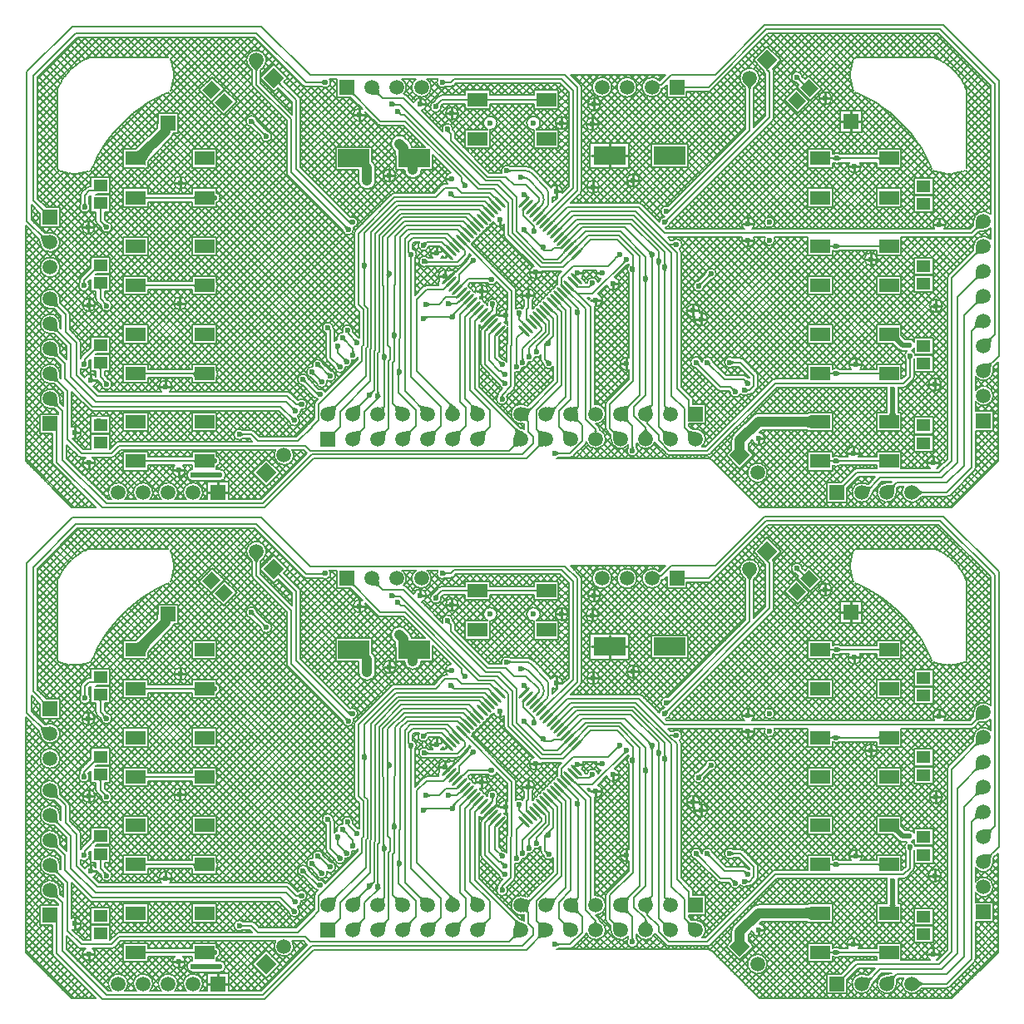
<source format=gtl>
G04*
G04 #@! TF.GenerationSoftware,Altium Limited,Altium Designer,19.0.15 (446)*
G04*
G04 Layer_Physical_Order=1*
G04 Layer_Color=255*
%FSLAX44Y44*%
%MOMM*%
G71*
G01*
G75*
%ADD10C,0.2032*%
%ADD11C,0.1500*%
%ADD12R,1.4000X1.2000*%
%ADD13R,2.0000X1.4000*%
G04:AMPARAMS|DCode=14|XSize=0.25mm|YSize=1.55mm|CornerRadius=0mm|HoleSize=0mm|Usage=FLASHONLY|Rotation=135.000|XOffset=0mm|YOffset=0mm|HoleType=Round|Shape=Round|*
%AMOVALD14*
21,1,1.3000,0.2500,0.0000,0.0000,225.0*
1,1,0.2500,0.4596,0.4596*
1,1,0.2500,-0.4596,-0.4596*
%
%ADD14OVALD14*%

G04:AMPARAMS|DCode=15|XSize=0.25mm|YSize=1.55mm|CornerRadius=0mm|HoleSize=0mm|Usage=FLASHONLY|Rotation=45.000|XOffset=0mm|YOffset=0mm|HoleType=Round|Shape=Round|*
%AMOVALD15*
21,1,1.3000,0.2500,0.0000,0.0000,135.0*
1,1,0.2500,0.4596,-0.4596*
1,1,0.2500,-0.4596,0.4596*
%
%ADD15OVALD15*%

G04:AMPARAMS|DCode=16|XSize=1.4mm|YSize=1.2mm|CornerRadius=0mm|HoleSize=0mm|Usage=FLASHONLY|Rotation=135.000|XOffset=0mm|YOffset=0mm|HoleType=Round|Shape=Rectangle|*
%AMROTATEDRECTD16*
4,1,4,0.9192,-0.0707,0.0707,-0.9192,-0.9192,0.0707,-0.0707,0.9192,0.9192,-0.0707,0.0*
%
%ADD16ROTATEDRECTD16*%

%ADD17R,3.2000X1.8500*%
G04:AMPARAMS|DCode=18|XSize=1.4mm|YSize=1.2mm|CornerRadius=0mm|HoleSize=0mm|Usage=FLASHONLY|Rotation=225.000|XOffset=0mm|YOffset=0mm|HoleType=Round|Shape=Rectangle|*
%AMROTATEDRECTD18*
4,1,4,0.0707,0.9192,0.9192,0.0707,-0.0707,-0.9192,-0.9192,-0.0707,0.0707,0.9192,0.0*
%
%ADD18ROTATEDRECTD18*%

%ADD19C,0.2540*%
%ADD20C,0.5000*%
%ADD21C,1.0000*%
%ADD22C,1.5000*%
%ADD23R,1.5000X1.5000*%
%ADD24R,1.5000X1.5000*%
%ADD25P,2.1213X4X360.0*%
%ADD26P,2.1213X4X270.0*%
%ADD27C,0.6000*%
G36*
X761479Y950895D02*
X761421Y950773D01*
X761394Y950640D01*
X761400Y950497D01*
X761437Y950343D01*
X761506Y950179D01*
X761607Y950004D01*
X761739Y949818D01*
X761904Y949622D01*
X762100Y949415D01*
X761039Y948354D01*
X760000Y949437D01*
X761569Y951006D01*
X761479Y950895D01*
D02*
G37*
G36*
X244395Y953784D02*
X242370Y951470D01*
X241875Y950787D01*
X241470Y950148D01*
X241155Y949554D01*
X240930Y949005D01*
X240795Y948499D01*
X240750Y948038D01*
X239250D01*
X239205Y948499D01*
X239070Y949005D01*
X238845Y949554D01*
X238530Y950148D01*
X238125Y950787D01*
X237630Y951470D01*
X236370Y952968D01*
X235605Y953784D01*
X234750Y954644D01*
X245250D01*
X244395Y953784D01*
D02*
G37*
G36*
X793005Y942310D02*
X793069Y941635D01*
X793128Y941328D01*
X793205Y941041D01*
X793299Y940775D01*
X793412Y940528D01*
X793542Y940303D01*
X793691Y940097D01*
X793857Y939911D01*
X792796Y938851D01*
X792611Y939017D01*
X792405Y939165D01*
X792179Y939296D01*
X791933Y939409D01*
X791667Y939503D01*
X791380Y939580D01*
X791073Y939639D01*
X790746Y939680D01*
X790398Y939703D01*
X790030Y939708D01*
X793000Y942678D01*
X793005Y942310D01*
D02*
G37*
G36*
X431595Y939343D02*
X432118Y938912D01*
X432377Y938736D01*
X432634Y938587D01*
X432889Y938466D01*
X433143Y938372D01*
X433395Y938304D01*
X433645Y938263D01*
X433894Y938250D01*
X433894Y936750D01*
X433645Y936737D01*
X433395Y936696D01*
X433143Y936628D01*
X432889Y936534D01*
X432634Y936413D01*
X432377Y936264D01*
X432118Y936088D01*
X431857Y935886D01*
X431595Y935657D01*
X431331Y935400D01*
X431331Y939600D01*
X431595Y939343D01*
D02*
G37*
G36*
X307963Y935298D02*
X307683Y935546D01*
X307134Y935963D01*
X306865Y936133D01*
X306601Y936277D01*
X306340Y936394D01*
X306084Y936486D01*
X305831Y936551D01*
X305582Y936590D01*
X305337Y936603D01*
X305261Y938103D01*
X305513Y938117D01*
X305765Y938159D01*
X306016Y938228D01*
X306266Y938325D01*
X306516Y938450D01*
X306765Y938603D01*
X307014Y938784D01*
X307262Y938992D01*
X307510Y939229D01*
X307757Y939492D01*
X307963Y935298D01*
D02*
G37*
G36*
X264213Y937707D02*
X264154Y937585D01*
X264128Y937452D01*
X264133Y937309D01*
X264170Y937155D01*
X264239Y936991D01*
X264340Y936816D01*
X264473Y936630D01*
X264637Y936434D01*
X264833Y936227D01*
X263772Y935166D01*
X263566Y935363D01*
X263369Y935527D01*
X263184Y935660D01*
X263009Y935760D01*
X262844Y935829D01*
X262691Y935867D01*
X262547Y935872D01*
X262415Y935845D01*
X262293Y935787D01*
X262181Y935697D01*
X264303Y937818D01*
X264213Y937707D01*
D02*
G37*
G36*
X796626Y937153D02*
X796826Y936985D01*
X797014Y936850D01*
X797192Y936746D01*
X797359Y936675D01*
X797515Y936636D01*
X797660Y936629D01*
X797793Y936654D01*
X797916Y936712D01*
X798027Y936802D01*
X795906Y934681D01*
X795996Y934792D01*
X796054Y934915D01*
X796079Y935049D01*
X796072Y935193D01*
X796033Y935349D01*
X795962Y935516D01*
X795858Y935694D01*
X795723Y935882D01*
X795554Y936082D01*
X795354Y936293D01*
X796415Y937354D01*
X796626Y937153D01*
D02*
G37*
G36*
X648245Y937379D02*
X648648Y937044D01*
X649061Y936748D01*
X649485Y936492D01*
X649920Y936275D01*
X650365Y936097D01*
X650820Y935959D01*
X651286Y935861D01*
X651763Y935802D01*
X652250Y935782D01*
Y934282D01*
X651855Y934258D01*
X651498Y934184D01*
X651178Y934063D01*
X650894Y933892D01*
X650648Y933673D01*
X650439Y933405D01*
X650266Y933088D01*
X650131Y932722D01*
X650033Y932308D01*
X649971Y931845D01*
X647852Y937754D01*
X648245Y937379D01*
D02*
G37*
G36*
X675354Y933857D02*
X675400Y933730D01*
X675477Y933617D01*
X675584Y933520D01*
X675722Y933438D01*
X675890Y933370D01*
X676089Y933317D01*
X676319Y933280D01*
X676579Y933258D01*
X676870Y933250D01*
Y931750D01*
X676579Y931742D01*
X676319Y931720D01*
X676089Y931683D01*
X675890Y931630D01*
X675722Y931562D01*
X675584Y931480D01*
X675477Y931383D01*
X675400Y931270D01*
X675354Y931143D01*
X675339Y931000D01*
Y934000D01*
X675354Y933857D01*
D02*
G37*
G36*
X746435Y935823D02*
X744410Y933509D01*
X743915Y932826D01*
X743510Y932188D01*
X743195Y931593D01*
X742970Y931044D01*
X742835Y930538D01*
X742790Y930077D01*
X741290D01*
X741245Y930538D01*
X741110Y931044D01*
X740885Y931593D01*
X740570Y932188D01*
X740165Y932826D01*
X739670Y933509D01*
X738410Y935007D01*
X737645Y935823D01*
X736790Y936683D01*
X747290D01*
X746435Y935823D01*
D02*
G37*
G36*
X339085Y927035D02*
X339042Y926897D01*
Y926738D01*
X339085Y926558D01*
X339170Y926356D01*
X339297Y926134D01*
X339467Y925890D01*
X339679Y925624D01*
X340230Y925031D01*
X339170Y923970D01*
X338862Y924267D01*
X338310Y924734D01*
X338066Y924903D01*
X337844Y925031D01*
X337642Y925115D01*
X337462Y925158D01*
X337303D01*
X337165Y925115D01*
X337048Y925031D01*
X339170Y927152D01*
X339085Y927035D01*
D02*
G37*
G36*
X364603Y931212D02*
X364808Y928144D01*
X364940Y927311D01*
X365106Y926573D01*
X365303Y925930D01*
X365533Y925383D01*
X365795Y924930D01*
X366089Y924572D01*
X365028Y923511D01*
X364670Y923805D01*
X364217Y924067D01*
X363670Y924297D01*
X363027Y924494D01*
X362289Y924660D01*
X361456Y924792D01*
X359505Y924961D01*
X358388Y924997D01*
X357175Y925000D01*
X364600Y932425D01*
X364603Y931212D01*
D02*
G37*
G36*
X525061Y918500D02*
X525046Y918643D01*
X525000Y918770D01*
X524923Y918883D01*
X524816Y918980D01*
X524678Y919063D01*
X524510Y919130D01*
X524311Y919183D01*
X524082Y919220D01*
X523821Y919243D01*
X523531Y919250D01*
Y920750D01*
X523821Y920758D01*
X524082Y920780D01*
X524311Y920818D01*
X524510Y920870D01*
X524678Y920938D01*
X524816Y921020D01*
X524923Y921118D01*
X525000Y921230D01*
X525046Y921358D01*
X525061Y921500D01*
Y918500D01*
D02*
G37*
G36*
X474954Y921358D02*
X475000Y921230D01*
X475077Y921118D01*
X475184Y921020D01*
X475322Y920938D01*
X475490Y920870D01*
X475689Y920818D01*
X475918Y920780D01*
X476179Y920758D01*
X476469Y920750D01*
Y919250D01*
X476179Y919243D01*
X475918Y919220D01*
X475689Y919183D01*
X475490Y919130D01*
X475322Y919063D01*
X475184Y918980D01*
X475077Y918883D01*
X475000Y918770D01*
X474954Y918643D01*
X474939Y918500D01*
Y921500D01*
X474954Y921358D01*
D02*
G37*
G36*
X455061Y918500D02*
X455046Y918643D01*
X455000Y918770D01*
X454923Y918883D01*
X454816Y918980D01*
X454678Y919063D01*
X454510Y919130D01*
X454311Y919183D01*
X454081Y919220D01*
X453821Y919243D01*
X453530Y919250D01*
Y920750D01*
X453821Y920758D01*
X454081Y920780D01*
X454311Y920818D01*
X454510Y920870D01*
X454678Y920938D01*
X454816Y921020D01*
X454923Y921118D01*
X455000Y921230D01*
X455046Y921358D01*
X455061Y921500D01*
Y918500D01*
D02*
G37*
G36*
X425684Y916085D02*
X425506Y915886D01*
X425360Y915675D01*
X425244Y915452D01*
X425160Y915217D01*
X425106Y914970D01*
X425084Y914712D01*
X425093Y914442D01*
X425133Y914160D01*
X425204Y913867D01*
X425306Y913561D01*
X421495Y915327D01*
X421888Y915471D01*
X423192Y916041D01*
X423451Y916182D01*
X423888Y916462D01*
X424066Y916601D01*
X424218Y916740D01*
X425684Y916085D01*
D02*
G37*
G36*
X380125Y916515D02*
X380346Y916270D01*
X380573Y916052D01*
X380803Y915864D01*
X381039Y915705D01*
X381278Y915575D01*
X381522Y915474D01*
X381770Y915401D01*
X382023Y915358D01*
X382280Y915343D01*
X382068Y913844D01*
X381831Y913831D01*
X381587Y913795D01*
X381334Y913734D01*
X381073Y913649D01*
X380804Y913540D01*
X380527Y913406D01*
X380242Y913248D01*
X379647Y912860D01*
X379338Y912629D01*
X379907Y916790D01*
X380125Y916515D01*
D02*
G37*
G36*
X386834Y907278D02*
X386836Y907008D01*
X386860Y906747D01*
X386906Y906496D01*
X386975Y906253D01*
X387066Y906019D01*
X387180Y905795D01*
X387317Y905579D01*
X387476Y905373D01*
X387658Y905176D01*
X386597Y904115D01*
X386400Y904296D01*
X386193Y904456D01*
X385978Y904592D01*
X385753Y904706D01*
X385519Y904798D01*
X385277Y904867D01*
X385025Y904913D01*
X384765Y904937D01*
X384495Y904938D01*
X384216Y904917D01*
X386855Y907557D01*
X386834Y907278D01*
D02*
G37*
G36*
X237984Y897367D02*
X237992Y897025D01*
X238021Y896702D01*
X238070Y896398D01*
X238138Y896114D01*
X238227Y895848D01*
X238335Y895602D01*
X238463Y895376D01*
X238612Y895169D01*
X238780Y894981D01*
X237668Y893972D01*
X237485Y894136D01*
X237282Y894284D01*
X237057Y894417D01*
X236811Y894533D01*
X236543Y894634D01*
X236255Y894719D01*
X235945Y894789D01*
X235614Y894843D01*
X235262Y894881D01*
X234888Y894903D01*
X237995Y897729D01*
X237984Y897367D01*
D02*
G37*
G36*
X437143Y888680D02*
X437076Y888383D01*
X437039Y888098D01*
X437033Y887826D01*
X437058Y887565D01*
X437113Y887317D01*
X437199Y887082D01*
X437315Y886858D01*
X437462Y886647D01*
X437639Y886448D01*
X436196Y885771D01*
X436041Y885911D01*
X435861Y886052D01*
X435654Y886191D01*
X435420Y886331D01*
X434873Y886608D01*
X434560Y886746D01*
X433462Y887156D01*
X437240Y888990D01*
X437143Y888680D01*
D02*
G37*
G36*
X247515Y886265D02*
X247718Y886116D01*
X247943Y885984D01*
X248189Y885867D01*
X248457Y885766D01*
X248745Y885681D01*
X249055Y885612D01*
X249386Y885558D01*
X249738Y885520D01*
X250112Y885498D01*
X247005Y882672D01*
X247016Y883033D01*
X247008Y883376D01*
X246979Y883699D01*
X246930Y884003D01*
X246862Y884287D01*
X246773Y884552D01*
X246665Y884798D01*
X246537Y885025D01*
X246388Y885232D01*
X246220Y885420D01*
X247332Y886429D01*
X247515Y886265D01*
D02*
G37*
G36*
X133895Y866969D02*
X132552Y865557D01*
X131350Y864149D01*
X130289Y862745D01*
X129370Y861345D01*
X128592Y859949D01*
X127956Y858557D01*
X127461Y857169D01*
X127107Y855786D01*
X126895Y854406D01*
X126824Y853030D01*
X112682Y866969D01*
X113464Y866408D01*
X114387Y866129D01*
X115451Y866132D01*
X116654Y866416D01*
X117998Y866982D01*
X119483Y867830D01*
X121107Y868960D01*
X122873Y870372D01*
X126824Y874040D01*
X133895Y866969D01*
D02*
G37*
G36*
X873837Y858500D02*
X873822Y858643D01*
X873776Y858770D01*
X873699Y858883D01*
X873592Y858980D01*
X873455Y859063D01*
X873286Y859130D01*
X873087Y859183D01*
X872858Y859220D01*
X872598Y859243D01*
X872307Y859250D01*
Y860750D01*
X872598Y860758D01*
X872858Y860780D01*
X873087Y860818D01*
X873286Y860870D01*
X873455Y860938D01*
X873592Y861020D01*
X873699Y861118D01*
X873776Y861230D01*
X873822Y861358D01*
X873837Y861500D01*
Y858500D01*
D02*
G37*
G36*
X823731Y861358D02*
X823777Y861230D01*
X823853Y861118D01*
X823960Y861020D01*
X824098Y860938D01*
X824266Y860870D01*
X824465Y860818D01*
X824695Y860780D01*
X824955Y860758D01*
X825246Y860750D01*
Y859250D01*
X824955Y859243D01*
X824695Y859220D01*
X824465Y859183D01*
X824266Y859130D01*
X824098Y859063D01*
X823960Y858980D01*
X823853Y858883D01*
X823777Y858770D01*
X823731Y858643D01*
X823715Y858500D01*
Y861500D01*
X823731Y861358D01*
D02*
G37*
G36*
X833206Y861844D02*
X833729Y861412D01*
X833988Y861236D01*
X834245Y861088D01*
X834500Y860966D01*
X834754Y860872D01*
X835006Y860804D01*
X835256Y860764D01*
X835505Y860750D01*
Y859250D01*
X835256Y859237D01*
X835006Y859196D01*
X834754Y859129D01*
X834500Y859034D01*
X834245Y858913D01*
X833988Y858764D01*
X833729Y858589D01*
X833468Y858386D01*
X833206Y858157D01*
X832943Y857900D01*
X830800Y860000D01*
X832943Y862100D01*
X833206Y861844D01*
D02*
G37*
G36*
X830800Y860000D02*
X828658Y857900D01*
X828394Y858157D01*
X828132Y858386D01*
X827871Y858589D01*
X827613Y858764D01*
X827355Y858913D01*
X827100Y859034D01*
X826846Y859129D01*
X826594Y859196D01*
X826344Y859237D01*
X826095Y859250D01*
Y860750D01*
X826344Y860764D01*
X826594Y860804D01*
X826846Y860872D01*
X827100Y860966D01*
X827355Y861088D01*
X827613Y861236D01*
X827871Y861412D01*
X828394Y861844D01*
X828658Y862100D01*
X830800Y860000D01*
D02*
G37*
G36*
X814906Y861844D02*
X815429Y861412D01*
X815687Y861236D01*
X815945Y861088D01*
X816200Y860966D01*
X816454Y860872D01*
X816706Y860804D01*
X816956Y860764D01*
X817205Y860750D01*
Y859250D01*
X816956Y859237D01*
X816706Y859196D01*
X816454Y859129D01*
X816200Y859034D01*
X815945Y858913D01*
X815687Y858764D01*
X815429Y858589D01*
X815168Y858386D01*
X814906Y858157D01*
X814642Y857900D01*
Y862100D01*
X814906Y861844D01*
D02*
G37*
G36*
X497405Y849343D02*
X497928Y848911D01*
X498187Y848735D01*
X498444Y848587D01*
X498699Y848465D01*
X498953Y848371D01*
X499205Y848303D01*
X499455Y848263D01*
X499704Y848249D01*
Y846749D01*
X499455Y846736D01*
X499205Y846695D01*
X498953Y846628D01*
X498699Y846533D01*
X498444Y846412D01*
X498187Y846263D01*
X497928Y846088D01*
X497667Y845885D01*
X497405Y845656D01*
X497141Y845399D01*
Y849599D01*
X497405Y849343D01*
D02*
G37*
G36*
X511615Y842449D02*
X512118Y842004D01*
X512369Y841810D01*
X512873Y841481D01*
X513125Y841345D01*
X513377Y841229D01*
X513630Y841131D01*
X513883Y841053D01*
X513859Y839497D01*
X513624Y839554D01*
X513385Y839577D01*
X513141Y839565D01*
X512893Y839518D01*
X512641Y839436D01*
X512385Y839319D01*
X512125Y839167D01*
X511861Y838980D01*
X511593Y838758D01*
X511320Y838501D01*
X511364Y842701D01*
X511615Y842449D01*
D02*
G37*
G36*
X449889Y836191D02*
X450095Y836042D01*
X450321Y835912D01*
X450567Y835799D01*
X450833Y835705D01*
X451120Y835628D01*
X451427Y835569D01*
X451754Y835528D01*
X452102Y835505D01*
X452470Y835500D01*
X449500Y832530D01*
X449495Y832898D01*
X449431Y833573D01*
X449372Y833880D01*
X449295Y834167D01*
X449201Y834433D01*
X449088Y834679D01*
X448958Y834905D01*
X448809Y835111D01*
X448643Y835296D01*
X449704Y836357D01*
X449889Y836191D01*
D02*
G37*
G36*
X74069Y826271D02*
X74054Y826265D01*
X74009Y826260D01*
X73934Y826255D01*
X72569Y826240D01*
Y827740D01*
X72858Y827748D01*
X73117Y827770D01*
X73345Y827808D01*
X73544Y827860D01*
X73712Y827928D01*
X73850Y828010D01*
X73958Y828108D01*
X74035Y828220D01*
X74082Y828348D01*
X74100Y828490D01*
X74069Y826271D01*
D02*
G37*
G36*
X441032Y823283D02*
X441096Y822608D01*
X441155Y822301D01*
X441232Y822014D01*
X441326Y821747D01*
X441439Y821501D01*
X441569Y821275D01*
X441718Y821069D01*
X441884Y820884D01*
X440824Y819824D01*
X440638Y819990D01*
X440432Y820138D01*
X440206Y820269D01*
X439960Y820381D01*
X439694Y820476D01*
X439407Y820553D01*
X439100Y820611D01*
X438773Y820652D01*
X438425Y820676D01*
X438057Y820681D01*
X441027Y823651D01*
X441032Y823283D01*
D02*
G37*
G36*
X481834Y822266D02*
X482383Y821802D01*
X482554Y821681D01*
X482720Y821577D01*
X482881Y821489D01*
X483036Y821419D01*
X483185Y821366D01*
X483329Y821329D01*
X481704Y819705D01*
X481667Y819848D01*
X481614Y819997D01*
X481544Y820152D01*
X481457Y820313D01*
X481353Y820479D01*
X481232Y820651D01*
X480939Y821011D01*
X480767Y821199D01*
X480579Y821394D01*
X481640Y822454D01*
X481834Y822266D01*
D02*
G37*
G36*
X515505Y822891D02*
X515569Y822216D01*
X515628Y821909D01*
X515705Y821622D01*
X515799Y821356D01*
X515871Y821200D01*
X515948Y821165D01*
X516108Y821120D01*
X516257Y821108D01*
X516395Y821128D01*
X516520Y821182D01*
X516634Y821268D01*
X516118Y820779D01*
X516191Y820678D01*
X516357Y820493D01*
X515296Y819432D01*
X515111Y819598D01*
X514975Y819696D01*
X514460Y819208D01*
X514552Y819317D01*
X514612Y819438D01*
X514639Y819570D01*
X514633Y819714D01*
X514594Y819869D01*
X514569Y819928D01*
X514433Y819990D01*
X514167Y820084D01*
X513880Y820161D01*
X513573Y820220D01*
X513246Y820261D01*
X512898Y820284D01*
X512530Y820289D01*
X515500Y823259D01*
X515505Y822891D01*
D02*
G37*
G36*
X176916Y818500D02*
X176901Y818642D01*
X176855Y818770D01*
X176778Y818882D01*
X176671Y818980D01*
X176533Y819062D01*
X176365Y819130D01*
X176166Y819182D01*
X175937Y819220D01*
X175676Y819242D01*
X175386Y819250D01*
Y820750D01*
X175676Y820757D01*
X175937Y820780D01*
X176166Y820817D01*
X176365Y820870D01*
X176533Y820937D01*
X176671Y821020D01*
X176778Y821117D01*
X176855Y821230D01*
X176901Y821357D01*
X176916Y821500D01*
Y818500D01*
D02*
G37*
G36*
X126809Y821357D02*
X126855Y821230D01*
X126931Y821117D01*
X127039Y821020D01*
X127176Y820937D01*
X127345Y820870D01*
X127544Y820817D01*
X127773Y820780D01*
X128034Y820757D01*
X128324Y820750D01*
Y819250D01*
X128034Y819242D01*
X127773Y819220D01*
X127544Y819182D01*
X127345Y819130D01*
X127176Y819062D01*
X127039Y818980D01*
X126931Y818882D01*
X126855Y818770D01*
X126809Y818642D01*
X126794Y818500D01*
Y821500D01*
X126809Y821357D01*
D02*
G37*
G36*
X185161Y821423D02*
X185287Y821282D01*
X185429Y821157D01*
X185586Y821049D01*
X185759Y820958D01*
X185947Y820883D01*
X186151Y820825D01*
X186370Y820783D01*
X186605Y820758D01*
X186855Y820750D01*
Y819250D01*
X186605Y819241D01*
X186370Y819217D01*
X186151Y819175D01*
X185947Y819117D01*
X185759Y819042D01*
X185586Y818951D01*
X185429Y818843D01*
X185287Y818718D01*
X185160Y818577D01*
X185049Y818419D01*
X183034Y820000D01*
X185050Y821581D01*
X185161Y821423D01*
D02*
G37*
G36*
X183034Y820000D02*
X180358Y817900D01*
X180094Y818156D01*
X179832Y818386D01*
X179571Y818588D01*
X179312Y818764D01*
X179055Y818912D01*
X178800Y819034D01*
X178546Y819128D01*
X178294Y819196D01*
X178044Y819236D01*
X177795Y819250D01*
X177795Y820750D01*
X178044Y820763D01*
X178294Y820804D01*
X178546Y820871D01*
X178800Y820966D01*
X179055Y821087D01*
X179312Y821236D01*
X179571Y821411D01*
X180094Y821843D01*
X180357Y822100D01*
X183034Y820000D01*
D02*
G37*
G36*
X478298Y818730D02*
X478847Y818266D01*
X479019Y818145D01*
X479185Y818041D01*
X479345Y817954D01*
X479500Y817883D01*
X479649Y817830D01*
X479793Y817794D01*
X478168Y816169D01*
X478132Y816313D01*
X478078Y816462D01*
X478008Y816617D01*
X477921Y816777D01*
X477817Y816943D01*
X477696Y817115D01*
X477403Y817475D01*
X477232Y817664D01*
X477043Y817858D01*
X478104Y818919D01*
X478298Y818730D01*
D02*
G37*
G36*
X66160Y814956D02*
X66200Y814706D01*
X66268Y814454D01*
X66363Y814200D01*
X66484Y813945D01*
X66632Y813688D01*
X66808Y813429D01*
X67010Y813169D01*
X67240Y812906D01*
X67497Y812643D01*
X63296D01*
X63553Y812906D01*
X63985Y813429D01*
X64161Y813688D01*
X64309Y813945D01*
X64431Y814200D01*
X64525Y814454D01*
X64593Y814706D01*
X64633Y814956D01*
X64647Y815205D01*
X66146D01*
X66160Y814956D01*
D02*
G37*
G36*
X526492Y814322D02*
X526303Y814128D01*
X525839Y813579D01*
X525718Y813408D01*
X525614Y813242D01*
X525527Y813081D01*
X525457Y812926D01*
X525403Y812777D01*
X525367Y812633D01*
X523742Y814258D01*
X523886Y814294D01*
X524035Y814348D01*
X524190Y814418D01*
X524351Y814505D01*
X524517Y814609D01*
X524688Y814730D01*
X525049Y815023D01*
X525237Y815194D01*
X525431Y815383D01*
X526492Y814322D01*
D02*
G37*
G36*
X474763Y815194D02*
X475312Y814730D01*
X475483Y814609D01*
X475649Y814505D01*
X475810Y814418D01*
X475965Y814348D01*
X476114Y814294D01*
X476258Y814258D01*
X474633Y812633D01*
X474597Y812777D01*
X474543Y812926D01*
X474473Y813081D01*
X474386Y813242D01*
X474282Y813408D01*
X474161Y813579D01*
X473868Y813940D01*
X473697Y814128D01*
X473508Y814322D01*
X474569Y815383D01*
X474763Y815194D01*
D02*
G37*
G36*
X530028Y810787D02*
X529839Y810593D01*
X529375Y810044D01*
X529254Y809872D01*
X529150Y809706D01*
X529063Y809546D01*
X528993Y809391D01*
X528939Y809242D01*
X528903Y809098D01*
X527278Y810723D01*
X527422Y810759D01*
X527571Y810813D01*
X527726Y810883D01*
X527886Y810970D01*
X528052Y811074D01*
X528224Y811195D01*
X528584Y811488D01*
X528773Y811659D01*
X528967Y811848D01*
X530028Y810787D01*
D02*
G37*
G36*
X471227Y811659D02*
X471776Y811195D01*
X471948Y811074D01*
X472114Y810970D01*
X472274Y810883D01*
X472429Y810813D01*
X472578Y810759D01*
X472722Y810723D01*
X471097Y809098D01*
X471061Y809242D01*
X471007Y809391D01*
X470937Y809546D01*
X470850Y809706D01*
X470746Y809872D01*
X470625Y810044D01*
X470333Y810404D01*
X470161Y810593D01*
X469972Y810787D01*
X471033Y811848D01*
X471227Y811659D01*
D02*
G37*
G36*
X661669Y807019D02*
X659304Y804477D01*
X658973Y808361D01*
X659166Y808191D01*
X659362Y808060D01*
X659559Y807970D01*
X659758Y807919D01*
X659958Y807908D01*
X660160Y807938D01*
X660363Y808007D01*
X660568Y808116D01*
X660775Y808265D01*
X660983Y808454D01*
X661669Y807019D01*
D02*
G37*
G36*
X82396Y808286D02*
X82269Y808240D01*
X82156Y808163D01*
X82059Y808056D01*
X81976Y807918D01*
X81909Y807750D01*
X81856Y807551D01*
X81819Y807322D01*
X81796Y807061D01*
X81789Y806771D01*
X80289D01*
X80281Y807061D01*
X80259Y807322D01*
X80221Y807551D01*
X80169Y807750D01*
X80101Y807918D01*
X80019Y808056D01*
X79921Y808163D01*
X79809Y808240D01*
X79681Y808286D01*
X79539Y808301D01*
X82539D01*
X82396Y808286D01*
D02*
G37*
G36*
X533563Y807251D02*
X533375Y807057D01*
X532910Y806508D01*
X532790Y806337D01*
X532686Y806171D01*
X532598Y806010D01*
X532528Y805855D01*
X532475Y805706D01*
X532438Y805563D01*
X530814Y807187D01*
X530957Y807224D01*
X531107Y807277D01*
X531261Y807347D01*
X531422Y807434D01*
X531588Y807538D01*
X531760Y807659D01*
X532120Y807952D01*
X532309Y808123D01*
X532503Y808312D01*
X533563Y807251D01*
D02*
G37*
G36*
X467691Y808123D02*
X468240Y807659D01*
X468412Y807538D01*
X468578Y807434D01*
X468739Y807347D01*
X468893Y807277D01*
X469043Y807224D01*
X469186Y807187D01*
X467562Y805563D01*
X467525Y805706D01*
X467472Y805855D01*
X467402Y806010D01*
X467314Y806171D01*
X467210Y806337D01*
X467090Y806508D01*
X466797Y806869D01*
X466625Y807057D01*
X466437Y807251D01*
X467497Y808312D01*
X467691Y808123D01*
D02*
G37*
G36*
X22841Y808230D02*
X23396Y807757D01*
X23641Y807585D01*
X23864Y807454D01*
X24065Y807366D01*
X24244Y807321D01*
X24402Y807318D01*
X24538Y807357D01*
X24652Y807439D01*
X22561Y805348D01*
X22643Y805462D01*
X22682Y805598D01*
X22679Y805755D01*
X22634Y805935D01*
X22546Y806136D01*
X22415Y806359D01*
X22243Y806604D01*
X22027Y806870D01*
X21470Y807469D01*
X22530Y808530D01*
X22841Y808230D01*
D02*
G37*
G36*
X512831Y807181D02*
X512707Y807105D01*
X512598Y806987D01*
X512503Y806827D01*
X512423Y806625D01*
X512357Y806381D01*
X512306Y806096D01*
X512270Y805768D01*
X512241Y804987D01*
X510741Y804987D01*
X510737Y805257D01*
X510677Y805974D01*
X510641Y806181D01*
X510597Y806372D01*
X510545Y806547D01*
X510485Y806706D01*
X510418Y806849D01*
X510342Y806977D01*
X512969Y807216D01*
X512831Y807181D01*
D02*
G37*
G36*
X537099Y803716D02*
X536911Y803521D01*
X536446Y802973D01*
X536325Y802801D01*
X536221Y802635D01*
X536134Y802475D01*
X536064Y802320D01*
X536011Y802170D01*
X535974Y802027D01*
X534350Y803651D01*
X534493Y803688D01*
X534642Y803741D01*
X534797Y803811D01*
X534958Y803899D01*
X535124Y804003D01*
X535295Y804124D01*
X535656Y804416D01*
X535844Y804588D01*
X536038Y804776D01*
X537099Y803716D01*
D02*
G37*
G36*
X540634Y800180D02*
X540446Y799986D01*
X539981Y799437D01*
X539860Y799265D01*
X539756Y799099D01*
X539669Y798939D01*
X539599Y798784D01*
X539546Y798635D01*
X539509Y798491D01*
X537885Y800116D01*
X538028Y800152D01*
X538177Y800206D01*
X538332Y800276D01*
X538493Y800363D01*
X538659Y800467D01*
X538830Y800588D01*
X539191Y800881D01*
X539379Y801052D01*
X539574Y801241D01*
X540634Y800180D01*
D02*
G37*
G36*
X460621Y801052D02*
X461170Y800588D01*
X461341Y800467D01*
X461507Y800363D01*
X461668Y800276D01*
X461823Y800206D01*
X461972Y800152D01*
X462115Y800116D01*
X460491Y798491D01*
X460454Y798635D01*
X460401Y798784D01*
X460331Y798939D01*
X460244Y799099D01*
X460140Y799265D01*
X460019Y799437D01*
X459726Y799797D01*
X459554Y799986D01*
X459366Y800180D01*
X460426Y801241D01*
X460621Y801052D01*
D02*
G37*
G36*
X659449Y797796D02*
X659282Y797611D01*
X659134Y797405D01*
X659004Y797179D01*
X658891Y796933D01*
X658796Y796667D01*
X658719Y796380D01*
X658661Y796073D01*
X658620Y795745D01*
X658596Y795398D01*
X658591Y795030D01*
X655621Y798000D01*
X655989Y798005D01*
X656664Y798069D01*
X656972Y798128D01*
X657258Y798205D01*
X657525Y798299D01*
X657771Y798412D01*
X657997Y798542D01*
X658203Y798691D01*
X658388Y798857D01*
X659449Y797796D01*
D02*
G37*
G36*
X544170Y796645D02*
X543981Y796451D01*
X543517Y795902D01*
X543396Y795730D01*
X543292Y795564D01*
X543205Y795404D01*
X543135Y795249D01*
X543081Y795100D01*
X543045Y794956D01*
X541420Y796581D01*
X541564Y796617D01*
X541713Y796670D01*
X541868Y796741D01*
X542028Y796828D01*
X542195Y796932D01*
X542366Y797053D01*
X542727Y797345D01*
X542915Y797517D01*
X543109Y797706D01*
X544170Y796645D01*
D02*
G37*
G36*
X457085Y797517D02*
X457634Y797053D01*
X457805Y796932D01*
X457972Y796828D01*
X458132Y796741D01*
X458287Y796670D01*
X458436Y796617D01*
X458580Y796581D01*
X456955Y794956D01*
X456919Y795100D01*
X456865Y795249D01*
X456795Y795404D01*
X456708Y795564D01*
X456604Y795730D01*
X456483Y795902D01*
X456190Y796262D01*
X456019Y796451D01*
X455830Y796645D01*
X456891Y797706D01*
X457085Y797517D01*
D02*
G37*
G36*
X333772Y797309D02*
X333980Y797162D01*
X334191Y797053D01*
X334404Y796983D01*
X334619Y796950D01*
X334837Y796956D01*
X335057Y797001D01*
X335279Y797084D01*
X335504Y797205D01*
X335732Y797364D01*
X335021Y793432D01*
X334860Y793686D01*
X334296Y794468D01*
X333852Y795009D01*
X333085Y795850D01*
X332802Y796138D01*
X333566Y797495D01*
X333772Y797309D01*
D02*
G37*
G36*
X547706Y793109D02*
X547517Y792915D01*
X547053Y792366D01*
X546932Y792195D01*
X546828Y792028D01*
X546741Y791868D01*
X546670Y791713D01*
X546617Y791564D01*
X546581Y791420D01*
X544956Y793045D01*
X545100Y793081D01*
X545249Y793135D01*
X545404Y793205D01*
X545564Y793292D01*
X545730Y793396D01*
X545902Y793517D01*
X546262Y793810D01*
X546451Y793981D01*
X546645Y794170D01*
X547706Y793109D01*
D02*
G37*
G36*
X453549Y793981D02*
X454098Y793517D01*
X454270Y793396D01*
X454436Y793292D01*
X454596Y793205D01*
X454751Y793135D01*
X454901Y793081D01*
X455044Y793045D01*
X453419Y791420D01*
X453383Y791564D01*
X453330Y791713D01*
X453259Y791868D01*
X453172Y792028D01*
X453068Y792195D01*
X452947Y792366D01*
X452655Y792727D01*
X452483Y792915D01*
X452295Y793109D01*
X453355Y794170D01*
X453549Y793981D01*
D02*
G37*
G36*
X84764Y793691D02*
X84970Y793542D01*
X85196Y793412D01*
X85442Y793299D01*
X85709Y793205D01*
X85995Y793128D01*
X86302Y793069D01*
X86630Y793028D01*
X86977Y793005D01*
X87345Y793000D01*
X84375Y790030D01*
X84370Y790398D01*
X84306Y791073D01*
X84247Y791380D01*
X84171Y791667D01*
X84076Y791933D01*
X83963Y792179D01*
X83833Y792405D01*
X83685Y792611D01*
X83518Y792796D01*
X84579Y793857D01*
X84764Y793691D01*
D02*
G37*
G36*
X523264Y790242D02*
X523304Y789992D01*
X523372Y789740D01*
X523466Y789486D01*
X523587Y789231D01*
X523736Y788974D01*
X523912Y788715D01*
X524114Y788455D01*
X524343Y788193D01*
X524600Y787929D01*
X520400D01*
X520657Y788193D01*
X521088Y788715D01*
X521264Y788974D01*
X521413Y789231D01*
X521534Y789486D01*
X521628Y789740D01*
X521696Y789992D01*
X521736Y790242D01*
X521750Y790491D01*
X523250D01*
X523264Y790242D01*
D02*
G37*
G36*
X551241Y789574D02*
X551052Y789379D01*
X550588Y788830D01*
X550467Y788659D01*
X550363Y788493D01*
X550276Y788332D01*
X550205Y788177D01*
X550152Y788028D01*
X550116Y787885D01*
X548491Y789509D01*
X548635Y789546D01*
X548784Y789599D01*
X548939Y789669D01*
X549099Y789756D01*
X549265Y789860D01*
X549437Y789981D01*
X549797Y790274D01*
X549986Y790446D01*
X550180Y790634D01*
X551241Y789574D01*
D02*
G37*
G36*
X449771Y790421D02*
X450133Y790125D01*
X450320Y789997D01*
X450509Y789883D01*
X450703Y789781D01*
X450899Y789693D01*
X451099Y789619D01*
X451302Y789557D01*
X451509Y789509D01*
X449884Y787885D01*
X449860Y787965D01*
X449816Y788059D01*
X449752Y788167D01*
X449668Y788289D01*
X449441Y788574D01*
X449136Y788915D01*
X448751Y789311D01*
X449594Y790589D01*
X449771Y790421D01*
D02*
G37*
G36*
X330717Y791191D02*
X330923Y791042D01*
X331149Y790912D01*
X331395Y790799D01*
X331662Y790705D01*
X331949Y790628D01*
X332256Y790569D01*
X332583Y790528D01*
X332931Y790505D01*
X333298Y790500D01*
X330329Y787530D01*
X330323Y787898D01*
X330259Y788573D01*
X330201Y788880D01*
X330124Y789167D01*
X330029Y789433D01*
X329916Y789679D01*
X329786Y789905D01*
X329638Y790111D01*
X329471Y790296D01*
X330532Y791357D01*
X330717Y791191D01*
D02*
G37*
G36*
X979925Y788700D02*
X978712Y788697D01*
X975644Y788492D01*
X974811Y788360D01*
X974073Y788195D01*
X973430Y787997D01*
X972883Y787767D01*
X972430Y787505D01*
X972072Y787211D01*
X971011Y788272D01*
X971305Y788630D01*
X971567Y789083D01*
X971797Y789631D01*
X971994Y790273D01*
X972160Y791011D01*
X972292Y791844D01*
X972461Y793795D01*
X972497Y794912D01*
X972500Y796125D01*
X979925Y788700D01*
D02*
G37*
G36*
X554776Y786038D02*
X554588Y785844D01*
X554124Y785295D01*
X554003Y785124D01*
X553899Y784958D01*
X553811Y784797D01*
X553741Y784642D01*
X553688Y784493D01*
X553651Y784349D01*
X552027Y785974D01*
X552170Y786011D01*
X552320Y786064D01*
X552475Y786134D01*
X552635Y786221D01*
X552801Y786325D01*
X552973Y786446D01*
X553333Y786739D01*
X553521Y786910D01*
X553716Y787099D01*
X554776Y786038D01*
D02*
G37*
G36*
X446479Y786910D02*
X447027Y786446D01*
X447199Y786325D01*
X447365Y786221D01*
X447525Y786134D01*
X447680Y786064D01*
X447830Y786011D01*
X447973Y785974D01*
X446349Y784349D01*
X446312Y784493D01*
X446259Y784642D01*
X446189Y784797D01*
X446101Y784958D01*
X445997Y785124D01*
X445876Y785295D01*
X445584Y785656D01*
X445412Y785844D01*
X445224Y786038D01*
X446284Y787099D01*
X446479Y786910D01*
D02*
G37*
G36*
X515079Y786964D02*
X515088Y786621D01*
X515116Y786298D01*
X515164Y785994D01*
X515233Y785710D01*
X515321Y785445D01*
X515429Y785199D01*
X515558Y784973D01*
X515706Y784765D01*
X515874Y784577D01*
X514761Y783570D01*
X514578Y783734D01*
X514375Y783882D01*
X514150Y784014D01*
X513904Y784131D01*
X513636Y784232D01*
X513348Y784318D01*
X513038Y784387D01*
X512707Y784441D01*
X512355Y784480D01*
X511981Y784502D01*
X515091Y787325D01*
X515079Y786964D01*
D02*
G37*
G36*
X558312Y782503D02*
X558124Y782309D01*
X557659Y781760D01*
X557538Y781588D01*
X557434Y781422D01*
X557347Y781261D01*
X557277Y781107D01*
X557224Y780957D01*
X557187Y780814D01*
X555563Y782438D01*
X555706Y782475D01*
X555855Y782528D01*
X556010Y782598D01*
X556171Y782685D01*
X556337Y782790D01*
X556508Y782911D01*
X556869Y783203D01*
X557057Y783375D01*
X557251Y783563D01*
X558312Y782503D01*
D02*
G37*
G36*
X561848Y778967D02*
X561659Y778773D01*
X561195Y778224D01*
X561074Y778052D01*
X560970Y777886D01*
X560883Y777726D01*
X560813Y777571D01*
X560759Y777422D01*
X560723Y777278D01*
X559098Y778903D01*
X559242Y778939D01*
X559391Y778992D01*
X559546Y779063D01*
X559706Y779150D01*
X559872Y779254D01*
X560044Y779375D01*
X560404Y779668D01*
X560593Y779839D01*
X560787Y780028D01*
X561848Y778967D01*
D02*
G37*
G36*
X439407Y779839D02*
X439956Y779375D01*
X440128Y779254D01*
X440294Y779150D01*
X440454Y779063D01*
X440609Y778992D01*
X440758Y778939D01*
X440902Y778903D01*
X439277Y777278D01*
X439241Y777422D01*
X439187Y777571D01*
X439117Y777726D01*
X439030Y777886D01*
X438926Y778052D01*
X438805Y778224D01*
X438512Y778584D01*
X438341Y778773D01*
X438152Y778967D01*
X439213Y780028D01*
X439407Y779839D01*
D02*
G37*
G36*
X565383Y775431D02*
X565194Y775237D01*
X564730Y774688D01*
X564609Y774517D01*
X564505Y774351D01*
X564418Y774190D01*
X564348Y774035D01*
X564294Y773886D01*
X564258Y773742D01*
X562633Y775367D01*
X562777Y775403D01*
X562926Y775457D01*
X563081Y775527D01*
X563242Y775614D01*
X563408Y775718D01*
X563579Y775839D01*
X563940Y776132D01*
X564128Y776303D01*
X564322Y776492D01*
X565383Y775431D01*
D02*
G37*
G36*
X435872Y776303D02*
X436421Y775839D01*
X436592Y775718D01*
X436759Y775614D01*
X436919Y775527D01*
X437074Y775457D01*
X437223Y775403D01*
X437367Y775367D01*
X435742Y773742D01*
X435706Y773886D01*
X435652Y774035D01*
X435582Y774190D01*
X435495Y774351D01*
X435391Y774517D01*
X435270Y774688D01*
X434977Y775049D01*
X434806Y775237D01*
X434617Y775431D01*
X435678Y776492D01*
X435872Y776303D01*
D02*
G37*
G36*
X21332Y782097D02*
X21807Y781827D01*
X22357Y781619D01*
X22982Y781473D01*
X23682Y781390D01*
X24456Y781369D01*
X25305Y781409D01*
X26229Y781512D01*
X27227Y781677D01*
X28300Y781905D01*
X22662Y773047D01*
X22370Y774390D01*
X20787Y779955D01*
X20552Y780466D01*
X20326Y780858D01*
X20108Y781132D01*
X20931Y782429D01*
X21332Y782097D01*
D02*
G37*
G36*
X413857Y774346D02*
X413691Y774161D01*
X413542Y773955D01*
X413412Y773729D01*
X413299Y773483D01*
X413205Y773217D01*
X413128Y772930D01*
X413069Y772623D01*
X413028Y772295D01*
X413005Y771948D01*
X413000Y771580D01*
X410030Y774550D01*
X410398Y774555D01*
X411073Y774619D01*
X411380Y774678D01*
X411667Y774755D01*
X411933Y774849D01*
X412179Y774962D01*
X412405Y775092D01*
X412611Y775241D01*
X412796Y775407D01*
X413857Y774346D01*
D02*
G37*
G36*
X665358Y770400D02*
X665094Y770657D01*
X664571Y771088D01*
X664313Y771264D01*
X664055Y771413D01*
X663800Y771534D01*
X663546Y771628D01*
X663294Y771696D01*
X663044Y771737D01*
X662795Y771750D01*
Y773250D01*
X663044Y773263D01*
X663294Y773304D01*
X663546Y773372D01*
X663800Y773466D01*
X664055Y773587D01*
X664313Y773736D01*
X664571Y773912D01*
X664832Y774114D01*
X665094Y774343D01*
X665358Y774600D01*
Y770400D01*
D02*
G37*
G36*
X568919Y771896D02*
X568730Y771702D01*
X568266Y771153D01*
X568145Y770981D01*
X568041Y770815D01*
X567954Y770655D01*
X567883Y770500D01*
X567830Y770351D01*
X567794Y770207D01*
X566169Y771832D01*
X566313Y771868D01*
X566462Y771922D01*
X566617Y771992D01*
X566777Y772079D01*
X566943Y772183D01*
X567115Y772304D01*
X567475Y772597D01*
X567664Y772768D01*
X567858Y772957D01*
X568919Y771896D01*
D02*
G37*
G36*
X432336Y772768D02*
X432885Y772304D01*
X433057Y772183D01*
X433223Y772079D01*
X433383Y771992D01*
X433538Y771922D01*
X433687Y771868D01*
X433831Y771832D01*
X432206Y770207D01*
X432170Y770351D01*
X432117Y770500D01*
X432046Y770655D01*
X431959Y770815D01*
X431855Y770981D01*
X431734Y771153D01*
X431442Y771513D01*
X431270Y771702D01*
X431081Y771896D01*
X432142Y772957D01*
X432336Y772768D01*
D02*
G37*
G36*
X454339Y772431D02*
X454392Y772284D01*
X454462Y772130D01*
X454549Y771971D01*
X454653Y771806D01*
X454775Y771635D01*
X455068Y771275D01*
X455240Y771086D01*
X455429Y770891D01*
X454374Y769825D01*
X454181Y770013D01*
X453632Y770476D01*
X453460Y770596D01*
X453293Y770700D01*
X453131Y770788D01*
X452975Y770858D01*
X452824Y770912D01*
X452678Y770948D01*
X454303Y772573D01*
X454339Y772431D01*
D02*
G37*
G36*
X873837Y769149D02*
X873822Y769292D01*
X873776Y769419D01*
X873699Y769532D01*
X873592Y769629D01*
X873455Y769712D01*
X873286Y769779D01*
X873087Y769832D01*
X872858Y769869D01*
X872598Y769892D01*
X872307Y769899D01*
Y771399D01*
X872598Y771407D01*
X872858Y771429D01*
X873087Y771467D01*
X873286Y771519D01*
X873455Y771587D01*
X873592Y771669D01*
X873699Y771767D01*
X873776Y771879D01*
X873822Y772007D01*
X873837Y772149D01*
Y769149D01*
D02*
G37*
G36*
X823731Y772007D02*
X823777Y771879D01*
X823853Y771767D01*
X823960Y771669D01*
X824098Y771587D01*
X824266Y771519D01*
X824465Y771467D01*
X824695Y771429D01*
X824955Y771407D01*
X825246Y771399D01*
Y769899D01*
X824955Y769892D01*
X824695Y769869D01*
X824465Y769832D01*
X824266Y769779D01*
X824098Y769712D01*
X823960Y769629D01*
X823853Y769532D01*
X823777Y769419D01*
X823731Y769292D01*
X823715Y769149D01*
Y772149D01*
X823731Y772007D01*
D02*
G37*
G36*
X832406Y772493D02*
X832929Y772061D01*
X833187Y771885D01*
X833445Y771737D01*
X833700Y771615D01*
X833954Y771521D01*
X834206Y771453D01*
X834456Y771413D01*
X834705Y771399D01*
Y769899D01*
X834456Y769886D01*
X834206Y769845D01*
X833954Y769778D01*
X833700Y769683D01*
X833445Y769562D01*
X833187Y769413D01*
X832929Y769238D01*
X832668Y769035D01*
X832406Y768806D01*
X832142Y768549D01*
X830000Y770649D01*
X832142Y772749D01*
X832406Y772493D01*
D02*
G37*
G36*
X830000Y770649D02*
X827858Y768549D01*
X827594Y768806D01*
X827332Y769035D01*
X827071Y769238D01*
X826812Y769413D01*
X826555Y769562D01*
X826300Y769683D01*
X826046Y769778D01*
X825794Y769845D01*
X825544Y769886D01*
X825295Y769899D01*
Y771399D01*
X825544Y771413D01*
X825794Y771453D01*
X826046Y771521D01*
X826300Y771615D01*
X826555Y771737D01*
X826812Y771885D01*
X827071Y772061D01*
X827594Y772493D01*
X827858Y772749D01*
X830000Y770649D01*
D02*
G37*
G36*
X549906Y767413D02*
X549779Y767488D01*
X549635Y767556D01*
X549476Y767616D01*
X549301Y767668D01*
X549110Y767712D01*
X548903Y767748D01*
X548441Y767795D01*
X548187Y767807D01*
X547916Y767812D01*
X547916Y769312D01*
X548328Y769319D01*
X549025Y769377D01*
X549311Y769428D01*
X549554Y769494D01*
X549756Y769574D01*
X549916Y769668D01*
X550034Y769778D01*
X550111Y769902D01*
X550145Y770040D01*
X549906Y767413D01*
D02*
G37*
G36*
X572454Y768360D02*
X572266Y768166D01*
X571801Y767617D01*
X571681Y767446D01*
X571576Y767280D01*
X571489Y767119D01*
X571419Y766964D01*
X571366Y766815D01*
X571329Y766672D01*
X569705Y768296D01*
X569848Y768333D01*
X569997Y768386D01*
X570152Y768456D01*
X570313Y768543D01*
X570479Y768647D01*
X570651Y768768D01*
X571011Y769061D01*
X571199Y769233D01*
X571394Y769421D01*
X572454Y768360D01*
D02*
G37*
G36*
X450804Y768894D02*
X450857Y768745D01*
X450927Y768590D01*
X451014Y768429D01*
X451119Y768263D01*
X451239Y768091D01*
X451532Y767731D01*
X451704Y767543D01*
X451892Y767348D01*
X450831Y766288D01*
X450637Y766476D01*
X450089Y766941D01*
X449917Y767061D01*
X449751Y767166D01*
X449590Y767253D01*
X449435Y767323D01*
X449286Y767376D01*
X449143Y767413D01*
X450767Y769037D01*
X450804Y768894D01*
D02*
G37*
G36*
X430119Y765132D02*
X430033Y765248D01*
X429930Y765325D01*
X429810Y765364D01*
X429674Y765366D01*
X429521Y765330D01*
X429351Y765256D01*
X429165Y765144D01*
X428962Y764994D01*
X428743Y764806D01*
X428507Y764581D01*
X427578Y765773D01*
X427752Y765954D01*
X428056Y766320D01*
X428187Y766503D01*
X428303Y766688D01*
X428406Y766873D01*
X428493Y767060D01*
X428567Y767247D01*
X428626Y767434D01*
X428671Y767623D01*
X430119Y765132D01*
D02*
G37*
G36*
X426050Y765514D02*
X426118Y765475D01*
X426208Y765440D01*
X426320Y765410D01*
X426453Y765384D01*
X426608Y765363D01*
X426981Y765335D01*
X427441Y765326D01*
Y763826D01*
X427291Y763822D01*
X427157Y763812D01*
X427037Y763794D01*
X426933Y763770D01*
X426844Y763738D01*
X426770Y763700D01*
X426712Y763655D01*
X426668Y763602D01*
X426640Y763543D01*
X426626Y763476D01*
X426003Y765558D01*
X426050Y765514D01*
D02*
G37*
G36*
X554393Y763877D02*
X554249Y763841D01*
X554100Y763787D01*
X553945Y763717D01*
X553784Y763630D01*
X553618Y763526D01*
X553447Y763405D01*
X553086Y763112D01*
X552898Y762941D01*
X552704Y762752D01*
X551643Y763813D01*
X551832Y764007D01*
X552296Y764556D01*
X552417Y764727D01*
X552521Y764893D01*
X552608Y765054D01*
X552678Y765209D01*
X552732Y765358D01*
X552768Y765502D01*
X554393Y763877D01*
D02*
G37*
G36*
X639888Y766190D02*
X640093Y766042D01*
X640319Y765911D01*
X640565Y765799D01*
X640832Y765704D01*
X641119Y765627D01*
X641426Y765568D01*
X641753Y765528D01*
X642101Y765505D01*
X642469Y765499D01*
X639499Y762530D01*
X639494Y762897D01*
X639430Y763572D01*
X639371Y763879D01*
X639294Y764166D01*
X639199Y764433D01*
X639087Y764679D01*
X638956Y764905D01*
X638808Y765110D01*
X638642Y765296D01*
X639702Y766357D01*
X639888Y766190D01*
D02*
G37*
G36*
X979925Y763300D02*
X978712Y763297D01*
X975644Y763092D01*
X974811Y762960D01*
X974073Y762794D01*
X973430Y762597D01*
X972883Y762367D01*
X972430Y762105D01*
X972072Y761811D01*
X971011Y762872D01*
X971305Y763230D01*
X971567Y763683D01*
X971797Y764230D01*
X971994Y764873D01*
X972160Y765611D01*
X972292Y766444D01*
X972461Y768395D01*
X972497Y769512D01*
X972500Y770725D01*
X979925Y763300D01*
D02*
G37*
G36*
X557928Y760342D02*
X557785Y760305D01*
X557635Y760252D01*
X557481Y760182D01*
X557320Y760095D01*
X557154Y759991D01*
X556982Y759870D01*
X556622Y759577D01*
X556434Y759405D01*
X556239Y759217D01*
X555179Y760277D01*
X555367Y760472D01*
X555831Y761021D01*
X555952Y761192D01*
X556057Y761358D01*
X556144Y761519D01*
X556214Y761674D01*
X556267Y761823D01*
X556304Y761966D01*
X557928Y760342D01*
D02*
G37*
G36*
X609970Y759551D02*
X609602Y759546D01*
X608927Y759482D01*
X608620Y759423D01*
X608333Y759346D01*
X608067Y759252D01*
X607821Y759139D01*
X607595Y759009D01*
X607389Y758860D01*
X607204Y758694D01*
X606143Y759755D01*
X606309Y759940D01*
X606458Y760146D01*
X606588Y760372D01*
X606701Y760618D01*
X606795Y760884D01*
X606872Y761171D01*
X606931Y761478D01*
X606972Y761806D01*
X606995Y762153D01*
X607000Y762521D01*
X609970Y759551D01*
D02*
G37*
G36*
X644342Y760093D02*
X643910Y759571D01*
X643735Y759312D01*
X643586Y759055D01*
X643465Y758799D01*
X643370Y758546D01*
X643303Y758294D01*
X643262Y758043D01*
X643249Y757795D01*
X641749D01*
X641735Y758043D01*
X641695Y758294D01*
X641627Y758546D01*
X641533Y758799D01*
X641411Y759055D01*
X641263Y759312D01*
X641087Y759571D01*
X640885Y759831D01*
X640655Y760093D01*
X640399Y760357D01*
X644599D01*
X644342Y760093D01*
D02*
G37*
G36*
X399245Y760060D02*
X398969Y759849D01*
X398721Y759633D01*
X398502Y759411D01*
X398313Y759184D01*
X398153Y758952D01*
X398022Y758715D01*
X397920Y758473D01*
X397847Y758225D01*
X397803Y757972D01*
X397789Y757714D01*
X396288Y757955D01*
X396277Y758190D01*
X396241Y758434D01*
X396181Y758687D01*
X396098Y758948D01*
X395990Y759219D01*
X395859Y759498D01*
X395704Y759787D01*
X395322Y760391D01*
X395095Y760706D01*
X399245Y760060D01*
D02*
G37*
G36*
X561464Y756806D02*
X561320Y756770D01*
X561171Y756716D01*
X561016Y756646D01*
X560856Y756559D01*
X560690Y756455D01*
X560518Y756334D01*
X560158Y756041D01*
X559969Y755870D01*
X559775Y755681D01*
X558714Y756742D01*
X558903Y756936D01*
X559367Y757485D01*
X559488Y757657D01*
X559592Y757823D01*
X559679Y757983D01*
X559750Y758138D01*
X559803Y758287D01*
X559839Y758431D01*
X561464Y756806D01*
D02*
G37*
G36*
X617017Y754502D02*
X616644Y754481D01*
X615962Y754392D01*
X615653Y754324D01*
X615364Y754240D01*
X615097Y754139D01*
X614851Y754023D01*
X614626Y753891D01*
X614422Y753743D01*
X614239Y753578D01*
X613132Y754592D01*
X613300Y754780D01*
X613448Y754987D01*
X613577Y755214D01*
X613686Y755460D01*
X613775Y755725D01*
X613844Y756010D01*
X613894Y756314D01*
X613924Y756637D01*
X613934Y756980D01*
X613924Y757343D01*
X617017Y754502D01*
D02*
G37*
G36*
X350764Y755364D02*
X350804Y755114D01*
X350872Y754862D01*
X350966Y754608D01*
X351087Y754352D01*
X351236Y754095D01*
X351412Y753837D01*
X351614Y753576D01*
X351843Y753314D01*
X352100Y753050D01*
X347900D01*
X348157Y753314D01*
X348588Y753837D01*
X348764Y754095D01*
X348913Y754352D01*
X349034Y754608D01*
X349128Y754862D01*
X349196Y755114D01*
X349236Y755364D01*
X349250Y755612D01*
X350750D01*
X350764Y755364D01*
D02*
G37*
G36*
X413633Y756412D02*
X413827Y756158D01*
X414030Y755935D01*
X414241Y755741D01*
X414460Y755577D01*
X414688Y755443D01*
X414925Y755339D01*
X415169Y755265D01*
X415423Y755220D01*
X415685Y755205D01*
X415324Y753705D01*
X415098Y753694D01*
X414860Y753661D01*
X414608Y753606D01*
X414345Y753529D01*
X414069Y753429D01*
X413780Y753308D01*
X413164Y753000D01*
X412837Y752812D01*
X412498Y752603D01*
X413447Y756694D01*
X413633Y756412D01*
D02*
G37*
G36*
X460424Y752910D02*
X460056Y752905D01*
X459381Y752841D01*
X459074Y752782D01*
X458787Y752705D01*
X458521Y752611D01*
X458275Y752498D01*
X458049Y752368D01*
X457843Y752219D01*
X457658Y752053D01*
X456597Y753114D01*
X456763Y753299D01*
X456912Y753505D01*
X457042Y753731D01*
X457155Y753977D01*
X457250Y754243D01*
X457326Y754530D01*
X457385Y754837D01*
X457426Y755164D01*
X457449Y755512D01*
X457454Y755880D01*
X460424Y752910D01*
D02*
G37*
G36*
X656460Y753871D02*
X656473Y753626D01*
X656513Y753377D01*
X656578Y753124D01*
X656670Y752868D01*
X656789Y752608D01*
X656933Y752345D01*
X657104Y752079D01*
X657301Y751808D01*
X657525Y751535D01*
X657775Y751258D01*
X653578Y751424D01*
X653840Y751674D01*
X654075Y751925D01*
X654283Y752175D01*
X654462Y752426D01*
X654614Y752677D01*
X654739Y752928D01*
X654836Y753179D01*
X654905Y753430D01*
X654946Y753681D01*
X654960Y753933D01*
X656460Y753871D01*
D02*
G37*
G36*
X650065Y759481D02*
X650107Y759230D01*
X650176Y758979D01*
X650273Y758728D01*
X650397Y758477D01*
X650549Y758226D01*
X650729Y757975D01*
X650936Y757725D01*
X651171Y757474D01*
X651434Y757224D01*
X649254Y755000D01*
X651434Y752776D01*
X651171Y752526D01*
X650936Y752275D01*
X650729Y752025D01*
X650549Y751774D01*
X650397Y751523D01*
X650273Y751272D01*
X650176Y751021D01*
X650107Y750770D01*
X650065Y750519D01*
X650051Y750267D01*
X648551Y750328D01*
X648538Y750574D01*
X648499Y750823D01*
X648433Y751076D01*
X648341Y751332D01*
X648223Y751591D01*
X648078Y751855D01*
X647907Y752121D01*
X647487Y752665D01*
X647237Y752942D01*
X649254Y755000D01*
X647237Y757058D01*
X647487Y757335D01*
X647907Y757879D01*
X648078Y758145D01*
X648223Y758409D01*
X648341Y758668D01*
X648433Y758924D01*
X648499Y759177D01*
X648538Y759426D01*
X648551Y759671D01*
X650051Y759733D01*
X650065Y759481D01*
D02*
G37*
G36*
X624129Y751993D02*
X624140Y751763D01*
X624175Y751522D01*
X624232Y751269D01*
X624312Y751007D01*
X624416Y750733D01*
X624542Y750449D01*
X624863Y749847D01*
X625059Y749530D01*
X625277Y749203D01*
X621154Y750003D01*
X621434Y750202D01*
X621685Y750407D01*
X621906Y750619D01*
X622098Y750837D01*
X622260Y751063D01*
X622393Y751296D01*
X622496Y751535D01*
X622570Y751781D01*
X622614Y752035D01*
X622629Y752295D01*
X624129Y751993D01*
D02*
G37*
G36*
X351843Y748502D02*
X351412Y747979D01*
X351236Y747720D01*
X351087Y747463D01*
X350966Y747208D01*
X350872Y746954D01*
X350804Y746702D01*
X350764Y746452D01*
X350750Y746203D01*
X349250D01*
X349236Y746452D01*
X349196Y746702D01*
X349128Y746954D01*
X349034Y747208D01*
X348913Y747463D01*
X348764Y747720D01*
X348588Y747979D01*
X348386Y748239D01*
X348157Y748502D01*
X347900Y748765D01*
X352100D01*
X351843Y748502D01*
D02*
G37*
G36*
X76191Y745221D02*
X76077Y745303D01*
X75941Y745342D01*
X75783Y745339D01*
X75604Y745294D01*
X75403Y745206D01*
X75180Y745076D01*
X74935Y744903D01*
X74668Y744688D01*
X74069Y744130D01*
X73008Y745191D01*
X73309Y745501D01*
X73781Y746056D01*
X73954Y746301D01*
X74084Y746524D01*
X74172Y746725D01*
X74218Y746905D01*
X74221Y747062D01*
X74181Y747198D01*
X74100Y747312D01*
X76191Y745221D01*
D02*
G37*
G36*
X657525Y746865D02*
X657104Y746321D01*
X656933Y746055D01*
X656789Y745791D01*
X656670Y745532D01*
X656578Y745276D01*
X656513Y745023D01*
X656473Y744774D01*
X656460Y744528D01*
X654960Y744467D01*
X654946Y744719D01*
X654905Y744970D01*
X654836Y745221D01*
X654739Y745472D01*
X654614Y745723D01*
X654462Y745974D01*
X654283Y746225D01*
X654075Y746475D01*
X653840Y746726D01*
X653578Y746976D01*
X657775Y747142D01*
X657525Y746865D01*
D02*
G37*
G36*
X625059Y745469D02*
X624691Y744847D01*
X624542Y744551D01*
X624312Y743993D01*
X624232Y743730D01*
X624175Y743478D01*
X624140Y743237D01*
X624129Y743007D01*
X622629Y742705D01*
X622614Y742965D01*
X622570Y743219D01*
X622496Y743465D01*
X622393Y743704D01*
X622260Y743937D01*
X622098Y744162D01*
X621906Y744381D01*
X621685Y744593D01*
X621434Y744798D01*
X621154Y744997D01*
X625277Y745797D01*
X625059Y745469D01*
D02*
G37*
G36*
X564238Y742112D02*
X564321Y742181D01*
X564532Y742381D01*
X565592Y741321D01*
X565392Y741110D01*
X565322Y741027D01*
X565935Y740415D01*
X565730Y740447D01*
X565527Y740456D01*
X565326Y740443D01*
X565128Y740407D01*
X564931Y740347D01*
X564903Y740335D01*
X564874Y740221D01*
X564867Y740076D01*
X564893Y739942D01*
X564950Y739820D01*
X565040Y739708D01*
X564573Y740176D01*
X564544Y740160D01*
X564354Y740032D01*
X564165Y739881D01*
X563979Y739707D01*
X562918Y740768D01*
X563092Y740954D01*
X563243Y741143D01*
X563371Y741333D01*
X563387Y741362D01*
X562919Y741829D01*
X563031Y741740D01*
X563153Y741682D01*
X563287Y741656D01*
X563432Y741663D01*
X563546Y741692D01*
X563558Y741720D01*
X563618Y741917D01*
X563654Y742115D01*
X563667Y742316D01*
X563658Y742519D01*
X563625Y742724D01*
X564238Y742112D01*
D02*
G37*
G36*
X636972Y741956D02*
X637013Y741706D01*
X637080Y741454D01*
X637175Y741200D01*
X637296Y740945D01*
X637445Y740687D01*
X637620Y740429D01*
X637823Y740168D01*
X638052Y739906D01*
X638309Y739642D01*
X634109D01*
X634365Y739906D01*
X634797Y740429D01*
X634973Y740687D01*
X635121Y740945D01*
X635243Y741200D01*
X635337Y741454D01*
X635405Y741706D01*
X635445Y741956D01*
X635459Y742205D01*
X636959D01*
X636972Y741956D01*
D02*
G37*
G36*
X702470Y739500D02*
X702102Y739495D01*
X701427Y739431D01*
X701120Y739372D01*
X700833Y739295D01*
X700567Y739201D01*
X700321Y739088D01*
X700095Y738958D01*
X699889Y738809D01*
X699704Y738643D01*
X698643Y739704D01*
X698809Y739889D01*
X698958Y740095D01*
X699088Y740321D01*
X699201Y740567D01*
X699295Y740833D01*
X699372Y741120D01*
X699431Y741427D01*
X699472Y741754D01*
X699495Y742102D01*
X699500Y742470D01*
X702470Y739500D01*
D02*
G37*
G36*
X374475Y746981D02*
X374521Y746729D01*
X374596Y746494D01*
X374702Y746276D01*
X374839Y746076D01*
X375005Y745893D01*
X375202Y745728D01*
X375429Y745580D01*
X375687Y745450D01*
X375975Y745337D01*
X373236Y742500D01*
X375975Y739663D01*
X375687Y739550D01*
X375429Y739420D01*
X375202Y739272D01*
X375005Y739107D01*
X374839Y738924D01*
X374702Y738724D01*
X374596Y738506D01*
X374521Y738271D01*
X374475Y738019D01*
X374460Y737749D01*
X372960Y738500D01*
X372952Y738699D01*
X372892Y739159D01*
X372838Y739420D01*
X372344Y741039D01*
X372199Y741425D01*
X373236Y742500D01*
X372199Y743575D01*
X372344Y743961D01*
X372838Y745580D01*
X372892Y745841D01*
X372952Y746301D01*
X372960Y746500D01*
X374460Y747251D01*
X374475Y746981D01*
D02*
G37*
G36*
X979925Y737900D02*
X978712Y737897D01*
X975644Y737692D01*
X974811Y737560D01*
X974073Y737394D01*
X973430Y737197D01*
X972883Y736967D01*
X972430Y736705D01*
X972072Y736411D01*
X971011Y737472D01*
X971305Y737830D01*
X971567Y738283D01*
X971797Y738830D01*
X971994Y739473D01*
X972160Y740211D01*
X972292Y741044D01*
X972461Y742995D01*
X972497Y744112D01*
X972500Y745325D01*
X979925Y737900D01*
D02*
G37*
G36*
X476982Y735260D02*
X476797Y735543D01*
X476603Y735796D01*
X476401Y736020D01*
X476190Y736214D01*
X475971Y736377D01*
X475743Y736512D01*
X475507Y736616D01*
X475262Y736690D01*
X475008Y736735D01*
X474747Y736750D01*
X475110Y738250D01*
X475335Y738261D01*
X475574Y738294D01*
X475825Y738349D01*
X476088Y738426D01*
X476365Y738525D01*
X476654Y738646D01*
X477270Y738954D01*
X477597Y739141D01*
X477937Y739350D01*
X476982Y735260D01*
D02*
G37*
G36*
X446833Y737440D02*
X446837Y737169D01*
X446897Y736453D01*
X446933Y736246D01*
X446977Y736055D01*
X447029Y735880D01*
X447089Y735721D01*
X447156Y735577D01*
X447232Y735450D01*
X444605Y735211D01*
X444743Y735245D01*
X444867Y735321D01*
X444976Y735440D01*
X445071Y735600D01*
X445151Y735801D01*
X445217Y736045D01*
X445268Y736331D01*
X445304Y736659D01*
X445333Y737440D01*
X446833Y737440D01*
D02*
G37*
G36*
X638052Y735094D02*
X637620Y734571D01*
X637445Y734313D01*
X637296Y734055D01*
X637175Y733800D01*
X637080Y733546D01*
X637013Y733294D01*
X636972Y733044D01*
X636959Y732795D01*
X635459D01*
X635445Y733044D01*
X635405Y733294D01*
X635337Y733546D01*
X635243Y733800D01*
X635121Y734055D01*
X634973Y734313D01*
X634797Y734571D01*
X634595Y734832D01*
X634365Y735094D01*
X634109Y735358D01*
X638309D01*
X638052Y735094D01*
D02*
G37*
G36*
X65299Y734956D02*
X65339Y734706D01*
X65407Y734454D01*
X65501Y734200D01*
X65623Y733944D01*
X65771Y733688D01*
X65947Y733429D01*
X66150Y733168D01*
X66379Y732906D01*
X66635Y732642D01*
X62435D01*
X62692Y732906D01*
X63124Y733429D01*
X63299Y733688D01*
X63448Y733944D01*
X63569Y734200D01*
X63664Y734454D01*
X63731Y734706D01*
X63772Y734956D01*
X63786Y735205D01*
X65286D01*
X65299Y734956D01*
D02*
G37*
G36*
X551139Y733493D02*
X551197Y732795D01*
X551248Y732510D01*
X551314Y732266D01*
X551394Y732064D01*
X551488Y731904D01*
X551598Y731786D01*
X551722Y731710D01*
X551860Y731675D01*
X549233Y731914D01*
X549309Y732042D01*
X549376Y732185D01*
X549436Y732344D01*
X549488Y732519D01*
X549532Y732710D01*
X549568Y732917D01*
X549616Y733379D01*
X549628Y733633D01*
X549632Y733904D01*
X551132Y733904D01*
X551139Y733493D01*
D02*
G37*
G36*
X451892Y732652D02*
X451704Y732457D01*
X451239Y731909D01*
X451119Y731737D01*
X451014Y731571D01*
X450927Y731410D01*
X450857Y731255D01*
X450804Y731106D01*
X450767Y730963D01*
X449143Y732587D01*
X449286Y732624D01*
X449435Y732677D01*
X449590Y732747D01*
X449751Y732834D01*
X449917Y732939D01*
X450089Y733059D01*
X450449Y733352D01*
X450637Y733524D01*
X450831Y733712D01*
X451892Y732652D01*
D02*
G37*
G36*
X693857Y732796D02*
X693691Y732611D01*
X693542Y732405D01*
X693412Y732179D01*
X693299Y731933D01*
X693205Y731667D01*
X693128Y731380D01*
X693069Y731073D01*
X693028Y730745D01*
X693005Y730398D01*
X693000Y730030D01*
X690030Y733000D01*
X690398Y733005D01*
X691073Y733069D01*
X691380Y733128D01*
X691667Y733205D01*
X691933Y733299D01*
X692179Y733412D01*
X692405Y733542D01*
X692611Y733691D01*
X692796Y733857D01*
X693857Y732796D01*
D02*
G37*
G36*
X582070Y730161D02*
X581702Y730155D01*
X581027Y730091D01*
X580720Y730032D01*
X580433Y729956D01*
X580167Y729861D01*
X579921Y729748D01*
X579695Y729618D01*
X579489Y729470D01*
X579304Y729303D01*
X578243Y730364D01*
X578409Y730549D01*
X578558Y730755D01*
X578688Y730981D01*
X578801Y731227D01*
X578895Y731494D01*
X578972Y731780D01*
X579031Y732087D01*
X579072Y732415D01*
X579095Y732762D01*
X579100Y733130D01*
X582070Y730161D01*
D02*
G37*
G36*
X176916Y729149D02*
X176901Y729291D01*
X176855Y729419D01*
X176778Y729531D01*
X176671Y729629D01*
X176533Y729711D01*
X176365Y729779D01*
X176166Y729831D01*
X175937Y729869D01*
X175676Y729891D01*
X175386Y729899D01*
Y731399D01*
X175676Y731406D01*
X175937Y731429D01*
X176166Y731466D01*
X176365Y731519D01*
X176533Y731586D01*
X176671Y731669D01*
X176778Y731766D01*
X176855Y731879D01*
X176901Y732006D01*
X176916Y732149D01*
Y729149D01*
D02*
G37*
G36*
X126809Y732006D02*
X126855Y731879D01*
X126931Y731766D01*
X127039Y731669D01*
X127176Y731586D01*
X127345Y731519D01*
X127544Y731466D01*
X127773Y731429D01*
X128034Y731406D01*
X128324Y731399D01*
Y729899D01*
X128034Y729891D01*
X127773Y729869D01*
X127544Y729831D01*
X127345Y729779D01*
X127176Y729711D01*
X127039Y729629D01*
X126931Y729531D01*
X126855Y729419D01*
X126809Y729291D01*
X126794Y729149D01*
Y732149D01*
X126809Y732006D01*
D02*
G37*
G36*
X185086Y732055D02*
X185221Y731917D01*
X185371Y731796D01*
X185537Y731691D01*
X185719Y731601D01*
X185915Y731528D01*
X186127Y731472D01*
X186354Y731431D01*
X186597Y731407D01*
X186855Y731399D01*
Y729899D01*
X186611Y729890D01*
X186383Y729865D01*
X186171Y729822D01*
X185974Y729762D01*
X185793Y729685D01*
X185628Y729591D01*
X185478Y729480D01*
X185344Y729351D01*
X185226Y729206D01*
X185123Y729044D01*
X183030Y730688D01*
X184965Y732209D01*
X185086Y732055D01*
D02*
G37*
G36*
X183030Y730688D02*
X180256Y728509D01*
X180009Y728773D01*
X179762Y729009D01*
X179513Y729218D01*
X179265Y729398D01*
X179016Y729551D01*
X178766Y729676D01*
X178515Y729774D01*
X178264Y729843D01*
X178013Y729885D01*
X177761Y729899D01*
X177838Y731399D01*
X178083Y731412D01*
X178331Y731451D01*
X178584Y731516D01*
X178841Y731608D01*
X179101Y731725D01*
X179366Y731869D01*
X179635Y732038D01*
X180184Y732456D01*
X180464Y732704D01*
X183030Y730688D01*
D02*
G37*
G36*
X566916Y730657D02*
X566992Y730533D01*
X567110Y730424D01*
X567270Y730329D01*
X567472Y730249D01*
X567716Y730183D01*
X568002Y730133D01*
X568329Y730096D01*
X569110Y730067D01*
X569110Y728567D01*
X568840Y728563D01*
X568124Y728503D01*
X567916Y728467D01*
X567725Y728423D01*
X567551Y728372D01*
X567391Y728312D01*
X567248Y728244D01*
X567121Y728168D01*
X566882Y730795D01*
X566916Y730657D01*
D02*
G37*
G36*
X433831Y728168D02*
X433687Y728132D01*
X433538Y728078D01*
X433383Y728008D01*
X433223Y727921D01*
X433057Y727817D01*
X432885Y727696D01*
X432525Y727403D01*
X432336Y727232D01*
X432142Y727043D01*
X431081Y728104D01*
X431270Y728298D01*
X431734Y728847D01*
X431855Y729019D01*
X431959Y729185D01*
X432046Y729345D01*
X432117Y729500D01*
X432170Y729649D01*
X432206Y729793D01*
X433831Y728168D01*
D02*
G37*
G36*
X82396Y727206D02*
X82269Y727160D01*
X82156Y727084D01*
X82059Y726976D01*
X81976Y726839D01*
X81909Y726670D01*
X81856Y726471D01*
X81819Y726242D01*
X81796Y725982D01*
X81789Y725691D01*
X80289D01*
X80281Y725982D01*
X80259Y726242D01*
X80221Y726471D01*
X80169Y726670D01*
X80101Y726839D01*
X80019Y726976D01*
X79921Y727084D01*
X79809Y727160D01*
X79681Y727206D01*
X79539Y727221D01*
X82539D01*
X82396Y727206D01*
D02*
G37*
G36*
X564294Y726114D02*
X564348Y725965D01*
X564418Y725810D01*
X564505Y725649D01*
X564609Y725483D01*
X564730Y725312D01*
X565023Y724951D01*
X565194Y724763D01*
X565383Y724569D01*
X564322Y723508D01*
X564128Y723697D01*
X563579Y724161D01*
X563408Y724282D01*
X563242Y724386D01*
X563081Y724473D01*
X562926Y724543D01*
X562777Y724597D01*
X562633Y724633D01*
X564258Y726258D01*
X564294Y726114D01*
D02*
G37*
G36*
X565858Y724109D02*
X566083Y723929D01*
X566317Y723770D01*
X566560Y723632D01*
X566811Y723515D01*
X567072Y723420D01*
X567341Y723345D01*
X567619Y723292D01*
X567906Y723261D01*
X568202Y723250D01*
X569702Y721750D01*
X569427Y721739D01*
X569204Y721708D01*
X569032Y721655D01*
X568911Y721580D01*
X568842Y721485D01*
X568823Y721368D01*
X568856Y721230D01*
X568940Y721071D01*
X569076Y720891D01*
X569262Y720689D01*
X565861Y721970D01*
X565641Y724311D01*
X565858Y724109D01*
D02*
G37*
G36*
X560759Y722578D02*
X560813Y722429D01*
X560883Y722274D01*
X560970Y722114D01*
X561074Y721948D01*
X561195Y721776D01*
X561488Y721416D01*
X561659Y721227D01*
X561848Y721033D01*
X560787Y719972D01*
X560593Y720161D01*
X560044Y720625D01*
X559872Y720746D01*
X559706Y720850D01*
X559546Y720937D01*
X559391Y721008D01*
X559242Y721061D01*
X559098Y721097D01*
X560723Y722722D01*
X560759Y722578D01*
D02*
G37*
G36*
X443486Y717562D02*
X443358Y717637D01*
X443215Y717705D01*
X443056Y717765D01*
X442881Y717817D01*
X442690Y717861D01*
X442483Y717897D01*
X442021Y717944D01*
X441767Y717956D01*
X441496Y717960D01*
X441496Y719460D01*
X441908Y719468D01*
X442605Y719526D01*
X442891Y719577D01*
X443134Y719642D01*
X443336Y719723D01*
X443496Y719817D01*
X443615Y719927D01*
X443691Y720051D01*
X443725Y720189D01*
X443486Y717562D01*
D02*
G37*
G36*
X557224Y719043D02*
X557277Y718893D01*
X557347Y718739D01*
X557434Y718578D01*
X557538Y718412D01*
X557659Y718240D01*
X557952Y717880D01*
X558124Y717691D01*
X558312Y717497D01*
X557251Y716437D01*
X557057Y716625D01*
X556508Y717089D01*
X556337Y717210D01*
X556171Y717315D01*
X556010Y717402D01*
X555855Y717472D01*
X555706Y717525D01*
X555563Y717562D01*
X557187Y719186D01*
X557224Y719043D01*
D02*
G37*
G36*
X518445Y718194D02*
X518013Y717671D01*
X517838Y717412D01*
X517689Y717155D01*
X517568Y716900D01*
X517473Y716646D01*
X517406Y716394D01*
X517365Y716144D01*
X517352Y715895D01*
X515852D01*
X515838Y716144D01*
X515798Y716394D01*
X515730Y716646D01*
X515636Y716900D01*
X515514Y717155D01*
X515366Y717412D01*
X515190Y717671D01*
X514988Y717932D01*
X514758Y718194D01*
X514502Y718458D01*
X518702D01*
X518445Y718194D01*
D02*
G37*
G36*
X553688Y715507D02*
X553741Y715358D01*
X553811Y715203D01*
X553899Y715042D01*
X554003Y714876D01*
X554124Y714705D01*
X554416Y714344D01*
X554588Y714156D01*
X554776Y713962D01*
X553716Y712901D01*
X553521Y713090D01*
X552973Y713554D01*
X552801Y713675D01*
X552635Y713779D01*
X552475Y713866D01*
X552320Y713936D01*
X552170Y713989D01*
X552027Y714026D01*
X553651Y715651D01*
X553688Y715507D01*
D02*
G37*
G36*
X447973Y714026D02*
X447830Y713989D01*
X447680Y713936D01*
X447525Y713866D01*
X447365Y713779D01*
X447199Y713675D01*
X447027Y713554D01*
X446667Y713261D01*
X446479Y713090D01*
X446284Y712901D01*
X445224Y713962D01*
X445412Y714156D01*
X445876Y714705D01*
X445997Y714876D01*
X446101Y715042D01*
X446189Y715203D01*
X446259Y715358D01*
X446312Y715507D01*
X446349Y715651D01*
X447973Y714026D01*
D02*
G37*
G36*
X979925Y712500D02*
X978712Y712497D01*
X975644Y712292D01*
X974811Y712160D01*
X974073Y711994D01*
X973430Y711797D01*
X972883Y711567D01*
X972430Y711305D01*
X972072Y711011D01*
X971011Y712072D01*
X971305Y712430D01*
X971567Y712883D01*
X971797Y713430D01*
X971994Y714073D01*
X972160Y714811D01*
X972292Y715644D01*
X972461Y717595D01*
X972497Y718712D01*
X972500Y719925D01*
X979925Y712500D01*
D02*
G37*
G36*
X85352Y713927D02*
X85549Y713780D01*
X85769Y713643D01*
X86013Y713516D01*
X86280Y713399D01*
X86571Y713292D01*
X86884Y713195D01*
X87583Y713031D01*
X87967Y712963D01*
X84546Y710526D01*
X84597Y710869D01*
X84622Y711195D01*
X84623Y711505D01*
X84599Y711798D01*
X84550Y712074D01*
X84476Y712334D01*
X84378Y712577D01*
X84255Y712804D01*
X84107Y713014D01*
X83934Y713207D01*
X85179Y714084D01*
X85352Y713927D01*
D02*
G37*
G36*
X437388Y713656D02*
X437916Y713227D01*
X438177Y713053D01*
X438436Y712905D01*
X438692Y712785D01*
X438946Y712691D01*
X439199Y712624D01*
X439449Y712583D01*
X439697Y712570D01*
X439713Y711070D01*
X439463Y711057D01*
X439212Y711016D01*
X438961Y710948D01*
X438708Y710853D01*
X438453Y710730D01*
X438198Y710581D01*
X437941Y710404D01*
X437683Y710201D01*
X437424Y709969D01*
X437164Y709711D01*
X437121Y713911D01*
X437388Y713656D01*
D02*
G37*
G36*
X415142Y713422D02*
X415665Y712990D01*
X415924Y712814D01*
X416181Y712666D01*
X416436Y712544D01*
X416690Y712450D01*
X416942Y712382D01*
X417192Y712342D01*
X417441Y712328D01*
Y710828D01*
X417192Y710815D01*
X416942Y710774D01*
X416690Y710707D01*
X416436Y710612D01*
X416181Y710491D01*
X415924Y710342D01*
X415665Y710167D01*
X415405Y709964D01*
X415142Y709735D01*
X414879Y709478D01*
Y713678D01*
X415142Y713422D01*
D02*
G37*
G36*
X550152Y711972D02*
X550205Y711823D01*
X550276Y711668D01*
X550363Y711507D01*
X550467Y711341D01*
X550588Y711170D01*
X550881Y710809D01*
X551052Y710621D01*
X551241Y710426D01*
X550180Y709366D01*
X549986Y709554D01*
X549437Y710019D01*
X549265Y710139D01*
X549099Y710244D01*
X548939Y710331D01*
X548784Y710401D01*
X548635Y710454D01*
X548491Y710491D01*
X550116Y712115D01*
X550152Y711972D01*
D02*
G37*
G36*
X451509Y710491D02*
X451365Y710454D01*
X451216Y710401D01*
X451061Y710331D01*
X450901Y710244D01*
X450735Y710139D01*
X450563Y710019D01*
X450203Y709726D01*
X450014Y709554D01*
X449820Y709366D01*
X448759Y710426D01*
X448948Y710621D01*
X449412Y711170D01*
X449533Y711341D01*
X449637Y711507D01*
X449724Y711668D01*
X449795Y711823D01*
X449848Y711972D01*
X449884Y712115D01*
X451509Y710491D01*
D02*
G37*
G36*
X37503Y715712D02*
X37708Y712644D01*
X37840Y711811D01*
X38006Y711073D01*
X38203Y710430D01*
X38433Y709882D01*
X38695Y709429D01*
X38989Y709072D01*
X37928Y708011D01*
X37570Y708305D01*
X37118Y708567D01*
X36570Y708797D01*
X35927Y708994D01*
X35189Y709159D01*
X34356Y709292D01*
X32406Y709461D01*
X31288Y709497D01*
X30075Y709500D01*
X37500Y716925D01*
X37503Y715712D01*
D02*
G37*
G36*
X482221Y709414D02*
X481790Y708891D01*
X481614Y708633D01*
X481465Y708375D01*
X481344Y708120D01*
X481250Y707866D01*
X481182Y707614D01*
X481142Y707364D01*
X481128Y707115D01*
X479628D01*
X479614Y707364D01*
X479574Y707614D01*
X479506Y707866D01*
X479412Y708120D01*
X479291Y708375D01*
X479142Y708633D01*
X478966Y708891D01*
X478764Y709152D01*
X478535Y709414D01*
X478278Y709678D01*
X482478D01*
X482221Y709414D01*
D02*
G37*
G36*
X546617Y708436D02*
X546670Y708287D01*
X546741Y708132D01*
X546828Y707972D01*
X546932Y707805D01*
X547053Y707634D01*
X547345Y707273D01*
X547517Y707085D01*
X547706Y706891D01*
X546645Y705830D01*
X546451Y706019D01*
X545902Y706483D01*
X545730Y706604D01*
X545564Y706708D01*
X545404Y706795D01*
X545249Y706865D01*
X545100Y706919D01*
X544956Y706955D01*
X546581Y708580D01*
X546617Y708436D01*
D02*
G37*
G36*
X455044Y706955D02*
X454901Y706919D01*
X454751Y706865D01*
X454596Y706795D01*
X454436Y706708D01*
X454270Y706604D01*
X454098Y706483D01*
X453738Y706190D01*
X453549Y706019D01*
X453355Y705830D01*
X452295Y706891D01*
X452483Y707085D01*
X452947Y707634D01*
X453068Y707805D01*
X453172Y707972D01*
X453259Y708132D01*
X453330Y708287D01*
X453383Y708436D01*
X453419Y708580D01*
X455044Y706955D01*
D02*
G37*
G36*
X568254Y706960D02*
X568307Y706226D01*
X568340Y706026D01*
X568379Y705848D01*
X568426Y705692D01*
X568479Y705558D01*
X568540Y705446D01*
X568608Y705357D01*
X567730Y704112D01*
X566168Y706327D01*
X566278Y706344D01*
X566377Y706378D01*
X566465Y706429D01*
X566540Y706496D01*
X566604Y706579D01*
X566657Y706680D01*
X566698Y706797D01*
X566727Y706931D01*
X566744Y707082D01*
X566750Y707249D01*
X568250D01*
X568254Y706960D01*
D02*
G37*
G36*
X480177Y704367D02*
X479988Y704173D01*
X479524Y703624D01*
X479403Y703453D01*
X479299Y703286D01*
X479212Y703126D01*
X479141Y702971D01*
X479088Y702822D01*
X479052Y702678D01*
X477427Y704303D01*
X477571Y704339D01*
X477720Y704393D01*
X477875Y704463D01*
X478035Y704550D01*
X478201Y704654D01*
X478373Y704775D01*
X478733Y705068D01*
X478922Y705239D01*
X479116Y705428D01*
X480177Y704367D01*
D02*
G37*
G36*
X543081Y704900D02*
X543135Y704751D01*
X543205Y704596D01*
X543292Y704436D01*
X543396Y704270D01*
X543517Y704098D01*
X543810Y703738D01*
X543981Y703549D01*
X544170Y703355D01*
X543109Y702294D01*
X542915Y702483D01*
X542366Y702947D01*
X542195Y703068D01*
X542028Y703172D01*
X541868Y703259D01*
X541713Y703330D01*
X541564Y703383D01*
X541420Y703419D01*
X543045Y705044D01*
X543081Y704900D01*
D02*
G37*
G36*
X458580Y703419D02*
X458500Y703395D01*
X458405Y703351D01*
X458298Y703287D01*
X458176Y703203D01*
X457890Y702976D01*
X457549Y702671D01*
X457153Y702286D01*
X455875Y703129D01*
X456043Y703306D01*
X456339Y703668D01*
X456467Y703855D01*
X456581Y704044D01*
X456683Y704238D01*
X456771Y704434D01*
X456846Y704634D01*
X456907Y704837D01*
X456955Y705044D01*
X458580Y703419D01*
D02*
G37*
G36*
X442669Y702215D02*
X442486Y702011D01*
X442339Y701802D01*
X442230Y701587D01*
X442157Y701368D01*
X442121Y701145D01*
X442122Y700916D01*
X442160Y700682D01*
X442235Y700444D01*
X442347Y700201D01*
X442496Y699952D01*
X438554Y700916D01*
X438855Y701085D01*
X440127Y701905D01*
X440335Y702065D01*
X440865Y702532D01*
X442669Y702215D01*
D02*
G37*
G36*
X539546Y701365D02*
X539599Y701216D01*
X539669Y701061D01*
X539756Y700901D01*
X539860Y700735D01*
X539981Y700563D01*
X540274Y700203D01*
X540446Y700014D01*
X540634Y699820D01*
X539574Y698759D01*
X539379Y698948D01*
X538830Y699412D01*
X538659Y699533D01*
X538493Y699637D01*
X538332Y699724D01*
X538177Y699794D01*
X538028Y699848D01*
X537885Y699884D01*
X539509Y701509D01*
X539546Y701365D01*
D02*
G37*
G36*
X462115Y699884D02*
X461972Y699848D01*
X461823Y699794D01*
X461668Y699724D01*
X461507Y699637D01*
X461341Y699533D01*
X461170Y699412D01*
X460809Y699119D01*
X460621Y698948D01*
X460426Y698759D01*
X459366Y699820D01*
X459554Y700014D01*
X460019Y700563D01*
X460140Y700735D01*
X460244Y700901D01*
X460331Y701061D01*
X460401Y701216D01*
X460454Y701365D01*
X460491Y701509D01*
X462115Y699884D01*
D02*
G37*
G36*
X569134Y702121D02*
X568966Y701732D01*
X568568Y700692D01*
X568471Y700388D01*
X568330Y699842D01*
X568285Y699600D01*
X568259Y699380D01*
X568250Y699181D01*
X566750Y698557D01*
X566735Y698825D01*
X566689Y699078D01*
X566613Y699316D01*
X566507Y699539D01*
X566370Y699748D01*
X566203Y699942D01*
X566006Y700120D01*
X565778Y700285D01*
X565520Y700434D01*
X565232Y700569D01*
X567730Y704112D01*
X569134Y702121D01*
D02*
G37*
G36*
X509342Y700093D02*
X508910Y699571D01*
X508735Y699312D01*
X508587Y699055D01*
X508465Y698800D01*
X508371Y698546D01*
X508303Y698294D01*
X508262Y698044D01*
X508249Y697795D01*
X506749D01*
X506735Y698044D01*
X506695Y698294D01*
X506628Y698546D01*
X506533Y698800D01*
X506412Y699055D01*
X506263Y699312D01*
X506087Y699571D01*
X505885Y699831D01*
X505656Y700093D01*
X505399Y700357D01*
X509599D01*
X509342Y700093D01*
D02*
G37*
G36*
X515783Y698137D02*
X515841Y697440D01*
X515892Y697154D01*
X515958Y696910D01*
X516038Y696709D01*
X516133Y696548D01*
X516242Y696431D01*
X516366Y696354D01*
X516504Y696320D01*
X513877Y696559D01*
X513953Y696686D01*
X514021Y696830D01*
X514080Y696989D01*
X514132Y697164D01*
X514176Y697355D01*
X514212Y697562D01*
X514260Y698024D01*
X514272Y698278D01*
X514276Y698549D01*
X515776Y698549D01*
X515783Y698137D01*
D02*
G37*
G36*
X437858Y696187D02*
X437594Y696444D01*
X437071Y696876D01*
X436813Y697051D01*
X436555Y697200D01*
X436300Y697321D01*
X436046Y697416D01*
X435794Y697483D01*
X435544Y697524D01*
X435295Y697537D01*
Y699037D01*
X435544Y699051D01*
X435794Y699091D01*
X436046Y699159D01*
X436300Y699253D01*
X436555Y699375D01*
X436813Y699523D01*
X437071Y699699D01*
X437332Y699901D01*
X437594Y700131D01*
X437858Y700387D01*
Y696187D01*
D02*
G37*
G36*
X411227Y699476D02*
X412740Y699124D01*
X413000Y699086D01*
X413478Y699043D01*
X413695Y699037D01*
X414684Y697537D01*
X414411Y697522D01*
X414159Y697478D01*
X413929Y697403D01*
X413721Y697299D01*
X413534Y697165D01*
X413369Y697002D01*
X413226Y696808D01*
X413104Y696585D01*
X413004Y696332D01*
X412926Y696050D01*
X410882Y699579D01*
X411227Y699476D01*
D02*
G37*
G36*
X536011Y697830D02*
X536064Y697680D01*
X536134Y697525D01*
X536221Y697365D01*
X536325Y697199D01*
X536446Y697027D01*
X536739Y696667D01*
X536911Y696479D01*
X537099Y696284D01*
X536038Y695224D01*
X535844Y695412D01*
X535295Y695876D01*
X535124Y695997D01*
X534958Y696101D01*
X534797Y696189D01*
X534642Y696259D01*
X534493Y696312D01*
X534350Y696349D01*
X535974Y697973D01*
X536011Y697830D01*
D02*
G37*
G36*
X465651Y696349D02*
X465507Y696312D01*
X465358Y696259D01*
X465203Y696189D01*
X465042Y696101D01*
X464876Y695997D01*
X464705Y695876D01*
X464344Y695584D01*
X464156Y695412D01*
X463962Y695224D01*
X462901Y696284D01*
X463089Y696479D01*
X463554Y697027D01*
X463675Y697199D01*
X463779Y697365D01*
X463866Y697525D01*
X463936Y697680D01*
X463989Y697830D01*
X464026Y697973D01*
X465651Y696349D01*
D02*
G37*
G36*
X510472Y694633D02*
X511021Y694168D01*
X511192Y694048D01*
X511358Y693943D01*
X511519Y693856D01*
X511674Y693786D01*
X511823Y693733D01*
X511967Y693696D01*
X510342Y692072D01*
X510305Y692215D01*
X510252Y692365D01*
X510182Y692519D01*
X510095Y692680D01*
X509991Y692846D01*
X509870Y693018D01*
X509577Y693378D01*
X509405Y693567D01*
X509217Y693761D01*
X510278Y694821D01*
X510472Y694633D01*
D02*
G37*
G36*
X532475Y694294D02*
X532528Y694145D01*
X532598Y693990D01*
X532686Y693829D01*
X532790Y693663D01*
X532910Y693492D01*
X533203Y693131D01*
X533375Y692943D01*
X533563Y692749D01*
X532503Y691688D01*
X532309Y691877D01*
X531760Y692341D01*
X531588Y692462D01*
X531422Y692566D01*
X531261Y692653D01*
X531107Y692723D01*
X530957Y692776D01*
X530814Y692813D01*
X532438Y694437D01*
X532475Y694294D01*
D02*
G37*
G36*
X528951Y690695D02*
X529012Y690492D01*
X529087Y690292D01*
X529175Y690095D01*
X529276Y689902D01*
X529391Y689713D01*
X529519Y689526D01*
X529660Y689343D01*
X529815Y689164D01*
X529983Y688987D01*
X528705Y688144D01*
X528500Y688346D01*
X527682Y689061D01*
X527560Y689145D01*
X527452Y689209D01*
X527358Y689253D01*
X527278Y689277D01*
X528903Y690902D01*
X528951Y690695D01*
D02*
G37*
G36*
X978289Y687298D02*
X977217Y687526D01*
X975297Y687797D01*
X974448Y687839D01*
X973675Y687818D01*
X972975Y687735D01*
X972351Y687590D01*
X971801Y687382D01*
X971325Y687112D01*
X970925Y686780D01*
X970102Y688079D01*
X970320Y688352D01*
X970546Y688743D01*
X970781Y689254D01*
X971024Y689884D01*
X971536Y691501D01*
X972370Y694820D01*
X972665Y696164D01*
X978289Y687298D01*
D02*
G37*
G36*
X476258Y685742D02*
X476114Y685706D01*
X475965Y685652D01*
X475810Y685582D01*
X475649Y685495D01*
X475483Y685391D01*
X475312Y685270D01*
X474952Y684977D01*
X474763Y684806D01*
X474569Y684617D01*
X473508Y685678D01*
X473697Y685872D01*
X474161Y686421D01*
X474282Y686592D01*
X474386Y686758D01*
X474473Y686919D01*
X474543Y687074D01*
X474597Y687223D01*
X474633Y687367D01*
X476258Y685742D01*
D02*
G37*
G36*
X512527Y682725D02*
X512415Y682815D01*
X512292Y682872D01*
X512159Y682898D01*
X512014Y682891D01*
X511858Y682852D01*
X511692Y682781D01*
X511514Y682677D01*
X511325Y682541D01*
X511125Y682373D01*
X510914Y682173D01*
X509854Y683234D01*
X510054Y683445D01*
X510222Y683644D01*
X510358Y683833D01*
X510461Y684011D01*
X510532Y684178D01*
X510572Y684334D01*
X510578Y684478D01*
X510553Y684612D01*
X510495Y684735D01*
X510405Y684846D01*
X512527Y682725D01*
D02*
G37*
G36*
X37503Y690312D02*
X37708Y687244D01*
X37840Y686411D01*
X38006Y685673D01*
X38203Y685030D01*
X38433Y684482D01*
X38695Y684029D01*
X38989Y683671D01*
X37928Y682611D01*
X37570Y682905D01*
X37118Y683167D01*
X36570Y683397D01*
X35927Y683594D01*
X35189Y683759D01*
X34356Y683892D01*
X32406Y684061D01*
X31288Y684097D01*
X30075Y684100D01*
X37500Y691525D01*
X37503Y690312D01*
D02*
G37*
G36*
X380764Y684456D02*
X380804Y684206D01*
X380872Y683954D01*
X380966Y683700D01*
X381087Y683445D01*
X381236Y683187D01*
X381412Y682929D01*
X381614Y682668D01*
X381843Y682406D01*
X382100Y682142D01*
X377900D01*
X378157Y682406D01*
X378588Y682929D01*
X378764Y683187D01*
X378913Y683445D01*
X379034Y683700D01*
X379128Y683954D01*
X379196Y684206D01*
X379236Y684456D01*
X379250Y684705D01*
X380750D01*
X380764Y684456D01*
D02*
G37*
G36*
X479793Y682206D02*
X479649Y682170D01*
X479500Y682117D01*
X479345Y682046D01*
X479185Y681959D01*
X479019Y681855D01*
X478847Y681734D01*
X478487Y681442D01*
X478298Y681270D01*
X478104Y681081D01*
X477043Y682142D01*
X477232Y682336D01*
X477696Y682885D01*
X477817Y683057D01*
X477921Y683223D01*
X478008Y683383D01*
X478078Y683538D01*
X478132Y683687D01*
X478168Y683831D01*
X479793Y682206D01*
D02*
G37*
G36*
X484193Y679548D02*
X484069Y679472D01*
X483960Y679354D01*
X483865Y679194D01*
X483785Y678992D01*
X483719Y678748D01*
X483668Y678463D01*
X483632Y678135D01*
X483603Y677354D01*
X482103Y677354D01*
X482099Y677625D01*
X482039Y678341D01*
X482003Y678548D01*
X481959Y678739D01*
X481907Y678914D01*
X481847Y679073D01*
X481780Y679216D01*
X481704Y679344D01*
X484331Y679583D01*
X484193Y679548D01*
D02*
G37*
G36*
X382087Y677801D02*
X381689Y677220D01*
X381527Y676939D01*
X381391Y676666D01*
X381279Y676399D01*
X381192Y676140D01*
X381130Y675887D01*
X381092Y675640D01*
X381080Y675401D01*
X379580Y675229D01*
X379566Y675485D01*
X379523Y675738D01*
X379451Y675987D01*
X379351Y676233D01*
X379222Y676476D01*
X379065Y676715D01*
X378879Y676951D01*
X378664Y677184D01*
X378420Y677413D01*
X378148Y677640D01*
X382323Y678102D01*
X382087Y677801D01*
D02*
G37*
G36*
X330505Y676697D02*
X330569Y676022D01*
X330628Y675715D01*
X330705Y675428D01*
X330799Y675162D01*
X330912Y674915D01*
X331042Y674690D01*
X331191Y674484D01*
X331357Y674299D01*
X330296Y673238D01*
X330111Y673404D01*
X329905Y673553D01*
X329679Y673683D01*
X329433Y673796D01*
X329167Y673890D01*
X328880Y673967D01*
X328573Y674026D01*
X328246Y674067D01*
X327898Y674090D01*
X327530Y674095D01*
X330500Y677065D01*
X330505Y676697D01*
D02*
G37*
G36*
X339888Y676190D02*
X340094Y676042D01*
X340320Y675912D01*
X340566Y675799D01*
X340833Y675704D01*
X341119Y675628D01*
X341426Y675569D01*
X341754Y675528D01*
X342101Y675505D01*
X342469Y675499D01*
X339500Y672530D01*
X339494Y672898D01*
X339430Y673572D01*
X339371Y673880D01*
X339295Y674166D01*
X339200Y674433D01*
X339087Y674679D01*
X338957Y674905D01*
X338809Y675111D01*
X338642Y675296D01*
X339703Y676357D01*
X339888Y676190D01*
D02*
G37*
G36*
X539705Y675309D02*
X539518Y675102D01*
X539370Y674894D01*
X539261Y674686D01*
X539192Y674477D01*
X539161Y674268D01*
X539170Y674058D01*
X539218Y673848D01*
X539305Y673636D01*
X539431Y673424D01*
X539596Y673212D01*
X535197Y672151D01*
X535680Y673752D01*
X535882Y673888D01*
X536675Y674486D01*
X537062Y674818D01*
X537632Y675357D01*
X539705Y675309D01*
D02*
G37*
G36*
X893436Y681012D02*
X893297Y680555D01*
X893300Y680026D01*
X893445Y679426D01*
X893730Y678755D01*
X894158Y678012D01*
X894727Y677198D01*
X895437Y676312D01*
X897281Y674328D01*
X893746Y670792D01*
X892718Y671785D01*
X890876Y673347D01*
X890061Y673915D01*
X889319Y674343D01*
X888647Y674629D01*
X888047Y674773D01*
X887518Y674776D01*
X887061Y674638D01*
X886675Y674358D01*
X893715Y681399D01*
X893436Y681012D01*
D02*
G37*
G36*
X534570Y670070D02*
X534295Y669898D01*
X533234Y670959D01*
X534417Y671962D01*
X535197Y672151D01*
X534570Y670070D01*
D02*
G37*
G36*
X988989Y677128D02*
X988695Y676770D01*
X988433Y676318D01*
X988203Y675770D01*
X988006Y675127D01*
X987840Y674389D01*
X987708Y673556D01*
X987539Y671606D01*
X987503Y670488D01*
X987500Y669275D01*
X980075Y676700D01*
X981288Y676703D01*
X984356Y676908D01*
X985189Y677040D01*
X985927Y677206D01*
X986570Y677403D01*
X987117Y677633D01*
X987570Y677895D01*
X987928Y678189D01*
X988989Y677128D01*
D02*
G37*
G36*
X525600Y667619D02*
X525613Y667371D01*
X525654Y667121D01*
X525721Y666869D01*
X525815Y666615D01*
X525936Y666359D01*
X526084Y666101D01*
X526259Y665841D01*
X526460Y665579D01*
X526689Y665314D01*
X526944Y665048D01*
X522744Y665077D01*
X523002Y665338D01*
X523232Y665598D01*
X523436Y665857D01*
X523612Y666114D01*
X523761Y666370D01*
X523883Y666625D01*
X523978Y666878D01*
X524046Y667130D01*
X524086Y667381D01*
X524100Y667630D01*
X525600Y667619D01*
D02*
G37*
G36*
X324343Y667041D02*
X323912Y666518D01*
X323736Y666259D01*
X323587Y666002D01*
X323466Y665747D01*
X323372Y665493D01*
X323304Y665241D01*
X323264Y664991D01*
X323250Y664742D01*
X321750D01*
X321736Y664991D01*
X321696Y665241D01*
X321628Y665493D01*
X321534Y665747D01*
X321413Y666002D01*
X321264Y666259D01*
X321088Y666518D01*
X320886Y666778D01*
X320657Y667041D01*
X320400Y667304D01*
X324600D01*
X324343Y667041D01*
D02*
G37*
G36*
X76191Y664141D02*
X76077Y664223D01*
X75941Y664262D01*
X75783Y664259D01*
X75604Y664214D01*
X75403Y664126D01*
X75180Y663995D01*
X74935Y663823D01*
X74668Y663607D01*
X74069Y663050D01*
X73008Y664110D01*
X73309Y664421D01*
X73781Y664976D01*
X73954Y665221D01*
X74084Y665444D01*
X74172Y665645D01*
X74218Y665825D01*
X74221Y665982D01*
X74181Y666118D01*
X74100Y666232D01*
X76191Y664141D01*
D02*
G37*
G36*
X339164Y664456D02*
X339204Y664206D01*
X339272Y663954D01*
X339366Y663700D01*
X339488Y663445D01*
X339636Y663187D01*
X339812Y662929D01*
X340014Y662668D01*
X340244Y662406D01*
X340500Y662142D01*
X336300D01*
X336557Y662406D01*
X336989Y662929D01*
X337164Y663187D01*
X337313Y663445D01*
X337434Y663700D01*
X337529Y663954D01*
X337596Y664206D01*
X337637Y664456D01*
X337650Y664705D01*
X339150D01*
X339164Y664456D01*
D02*
G37*
G36*
X518264Y662425D02*
X518307Y662173D01*
X518377Y661923D01*
X518477Y661675D01*
X518604Y661430D01*
X518760Y661187D01*
X518944Y660946D01*
X519156Y660707D01*
X519397Y660470D01*
X519666Y660236D01*
X515482Y659873D01*
X515723Y660166D01*
X516129Y660735D01*
X516293Y661010D01*
X516433Y661280D01*
X516547Y661545D01*
X516636Y661804D01*
X516699Y662056D01*
X516737Y662304D01*
X516750Y662545D01*
X518250Y662680D01*
X518264Y662425D01*
D02*
G37*
G36*
X370434Y662435D02*
X370477Y662182D01*
X370549Y661933D01*
X370649Y661687D01*
X370778Y661444D01*
X370935Y661205D01*
X371121Y660969D01*
X371336Y660736D01*
X371580Y660507D01*
X371852Y660280D01*
X367677Y659818D01*
X367913Y660119D01*
X368311Y660700D01*
X368473Y660981D01*
X368609Y661254D01*
X368721Y661521D01*
X368808Y661780D01*
X368870Y662033D01*
X368908Y662280D01*
X368920Y662519D01*
X370420Y662691D01*
X370434Y662435D01*
D02*
G37*
G36*
X37503Y664912D02*
X37708Y661844D01*
X37840Y661011D01*
X38006Y660273D01*
X38203Y659630D01*
X38433Y659082D01*
X38695Y658629D01*
X38989Y658271D01*
X37928Y657211D01*
X37570Y657505D01*
X37118Y657767D01*
X36570Y657997D01*
X35927Y658194D01*
X35189Y658359D01*
X34356Y658492D01*
X32406Y658661D01*
X31288Y658697D01*
X30075Y658700D01*
X37500Y666125D01*
X37503Y664912D01*
D02*
G37*
G36*
X511829Y656956D02*
X511870Y656706D01*
X511937Y656454D01*
X512032Y656200D01*
X512153Y655945D01*
X512301Y655687D01*
X512477Y655429D01*
X512679Y655168D01*
X512909Y654906D01*
X513166Y654642D01*
X508965D01*
X509222Y654906D01*
X509654Y655429D01*
X509829Y655687D01*
X509978Y655945D01*
X510099Y656200D01*
X510194Y656454D01*
X510261Y656706D01*
X510302Y656956D01*
X510316Y657205D01*
X511815D01*
X511829Y656956D01*
D02*
G37*
G36*
X906843Y656834D02*
X906412Y656311D01*
X906236Y656052D01*
X906087Y655795D01*
X905966Y655540D01*
X905872Y655286D01*
X905804Y655034D01*
X905763Y654784D01*
X905750Y654535D01*
X904250D01*
X904237Y654784D01*
X904196Y655034D01*
X904128Y655286D01*
X904034Y655540D01*
X903913Y655795D01*
X903764Y656052D01*
X903588Y656311D01*
X903386Y656572D01*
X903157Y656834D01*
X902900Y657098D01*
X907100D01*
X906843Y656834D01*
D02*
G37*
G36*
X371912Y655568D02*
X371488Y655029D01*
X371316Y654764D01*
X371171Y654503D01*
X371052Y654244D01*
X370959Y653988D01*
X370893Y653736D01*
X370853Y653486D01*
X370840Y653240D01*
X369340Y653194D01*
X369326Y653444D01*
X369285Y653695D01*
X369216Y653947D01*
X369120Y654199D01*
X368996Y654451D01*
X368845Y654703D01*
X368666Y654956D01*
X368460Y655209D01*
X368227Y655462D01*
X367965Y655715D01*
X372163Y655842D01*
X371912Y655568D01*
D02*
G37*
G36*
X329089Y656611D02*
X329295Y656462D01*
X329520Y656332D01*
X329767Y656219D01*
X330033Y656125D01*
X330320Y656048D01*
X330627Y655989D01*
X330955Y655948D01*
X331302Y655925D01*
X331670Y655920D01*
X328700Y652950D01*
X328695Y653318D01*
X328631Y653993D01*
X328572Y654300D01*
X328495Y654587D01*
X328401Y654853D01*
X328288Y655099D01*
X328158Y655325D01*
X328009Y655531D01*
X327843Y655716D01*
X328904Y656777D01*
X329089Y656611D01*
D02*
G37*
G36*
X66146Y654831D02*
X66157Y654615D01*
X66187Y654382D01*
X66238Y654134D01*
X66309Y653870D01*
X66400Y653590D01*
X66644Y652982D01*
X66796Y652654D01*
X67162Y651950D01*
X63139Y653155D01*
X63425Y653319D01*
X63682Y653495D01*
X63908Y653681D01*
X64104Y653879D01*
X64270Y654087D01*
X64405Y654307D01*
X64511Y654538D01*
X64586Y654780D01*
X64632Y655034D01*
X64647Y655298D01*
X66146Y654831D01*
D02*
G37*
G36*
X535012Y655279D02*
X535217Y655131D01*
X535443Y655000D01*
X535689Y654888D01*
X535956Y654793D01*
X536243Y654716D01*
X536550Y654658D01*
X536877Y654617D01*
X537225Y654594D01*
X537593Y654588D01*
X534623Y651618D01*
X534618Y651986D01*
X534553Y652661D01*
X534495Y652968D01*
X534418Y653255D01*
X534323Y653522D01*
X534211Y653768D01*
X534080Y653994D01*
X533932Y654200D01*
X533765Y654385D01*
X534826Y655446D01*
X535012Y655279D01*
D02*
G37*
G36*
X724326Y654343D02*
X724849Y653912D01*
X725107Y653736D01*
X725365Y653587D01*
X725620Y653466D01*
X725874Y653372D01*
X726126Y653304D01*
X726376Y653263D01*
X726625Y653250D01*
Y651750D01*
X726376Y651737D01*
X726126Y651696D01*
X725874Y651628D01*
X725620Y651534D01*
X725365Y651413D01*
X725107Y651264D01*
X724849Y651088D01*
X724588Y650886D01*
X724326Y650657D01*
X724062Y650400D01*
Y654600D01*
X724326Y654343D01*
D02*
G37*
G36*
X487388Y653690D02*
X487594Y653542D01*
X487820Y653412D01*
X488066Y653299D01*
X488332Y653204D01*
X488619Y653128D01*
X488926Y653069D01*
X489254Y653028D01*
X489601Y653005D01*
X489969Y652999D01*
X486999Y650030D01*
X486994Y650398D01*
X486930Y651073D01*
X486871Y651380D01*
X486794Y651666D01*
X486700Y651933D01*
X486587Y652179D01*
X486457Y652405D01*
X486308Y652611D01*
X486142Y652796D01*
X487203Y653857D01*
X487388Y653690D01*
D02*
G37*
G36*
X505540Y652000D02*
X505582Y651748D01*
X505652Y651498D01*
X505751Y651249D01*
X505878Y651002D01*
X506032Y650757D01*
X506216Y650514D01*
X506427Y650272D01*
X506666Y650032D01*
X506934Y649794D01*
X502746Y649479D01*
X502989Y649768D01*
X503398Y650331D01*
X503565Y650604D01*
X503705Y650873D01*
X503821Y651136D01*
X503910Y651394D01*
X503974Y651647D01*
X504013Y651895D01*
X504025Y652137D01*
X505526Y652254D01*
X505540Y652000D01*
D02*
G37*
G36*
X701923Y652102D02*
X701987Y651427D01*
X702046Y651120D01*
X702122Y650833D01*
X702217Y650567D01*
X702330Y650321D01*
X702460Y650095D01*
X702608Y649889D01*
X702775Y649704D01*
X701714Y648643D01*
X701529Y648809D01*
X701323Y648958D01*
X701097Y649088D01*
X700851Y649201D01*
X700584Y649295D01*
X700298Y649372D01*
X699990Y649431D01*
X699663Y649472D01*
X699316Y649495D01*
X698948Y649500D01*
X701917Y652470D01*
X701923Y652102D01*
D02*
G37*
G36*
X690504Y652102D02*
X690568Y651427D01*
X690627Y651120D01*
X690703Y650833D01*
X690798Y650566D01*
X690911Y650320D01*
X691041Y650094D01*
X691189Y649889D01*
X691356Y649703D01*
X690295Y648643D01*
X690110Y648809D01*
X689904Y648957D01*
X689678Y649088D01*
X689432Y649200D01*
X689165Y649295D01*
X688879Y649372D01*
X688571Y649431D01*
X688244Y649472D01*
X687896Y649495D01*
X687529Y649500D01*
X690499Y652470D01*
X690504Y652102D01*
D02*
G37*
G36*
X322389Y651191D02*
X322595Y651042D01*
X322821Y650912D01*
X323067Y650799D01*
X323333Y650705D01*
X323620Y650628D01*
X323927Y650569D01*
X324254Y650528D01*
X324602Y650505D01*
X324970Y650500D01*
X322000Y647530D01*
X321995Y647898D01*
X321931Y648573D01*
X321872Y648880D01*
X321795Y649167D01*
X321701Y649433D01*
X321588Y649679D01*
X321458Y649905D01*
X321309Y650111D01*
X321143Y650296D01*
X322204Y651357D01*
X322389Y651191D01*
D02*
G37*
G36*
X305531Y649986D02*
X305675Y649292D01*
X305764Y648979D01*
X305865Y648688D01*
X305978Y648421D01*
X306102Y648176D01*
X306238Y647954D01*
X306385Y647755D01*
X306544Y647579D01*
X305630Y646371D01*
X305438Y646543D01*
X305229Y646691D01*
X305002Y646816D01*
X304758Y646917D01*
X304496Y646994D01*
X304217Y647048D01*
X303921Y647079D01*
X303607Y647086D01*
X303276Y647070D01*
X302927Y647030D01*
X305477Y650368D01*
X305531Y649986D01*
D02*
G37*
G36*
X385764Y646956D02*
X385804Y646706D01*
X385872Y646454D01*
X385966Y646200D01*
X386087Y645945D01*
X386236Y645687D01*
X386412Y645429D01*
X386614Y645168D01*
X386843Y644906D01*
X387100Y644642D01*
X382900D01*
X383157Y644906D01*
X383588Y645429D01*
X383764Y645687D01*
X383913Y645945D01*
X384034Y646200D01*
X384128Y646454D01*
X384196Y646706D01*
X384236Y646956D01*
X384250Y647205D01*
X385750D01*
X385764Y646956D01*
D02*
G37*
G36*
X82396Y646126D02*
X82269Y646080D01*
X82156Y646003D01*
X82059Y645896D01*
X81976Y645758D01*
X81909Y645590D01*
X81856Y645391D01*
X81819Y645161D01*
X81796Y644901D01*
X81789Y644610D01*
X80289D01*
X80281Y644901D01*
X80259Y645161D01*
X80221Y645391D01*
X80169Y645590D01*
X80101Y645758D01*
X80019Y645896D01*
X79921Y646003D01*
X79809Y646080D01*
X79681Y646126D01*
X79539Y646141D01*
X82539D01*
X82396Y646126D01*
D02*
G37*
G36*
X988989Y651728D02*
X988695Y651370D01*
X988433Y650918D01*
X988203Y650370D01*
X988006Y649727D01*
X987840Y648989D01*
X987708Y648156D01*
X987539Y646206D01*
X987503Y645088D01*
X987500Y643875D01*
X980075Y651300D01*
X981288Y651303D01*
X984356Y651508D01*
X985189Y651640D01*
X985927Y651806D01*
X986570Y652003D01*
X987117Y652233D01*
X987570Y652495D01*
X987928Y652789D01*
X988989Y651728D01*
D02*
G37*
G36*
X179000Y641772D02*
X176160Y639034D01*
X176048Y639322D01*
X175919Y639579D01*
X175772Y639806D01*
X175607Y640003D01*
X175425Y640170D01*
X175225Y640306D01*
X175008Y640412D01*
X174773Y640488D01*
X174520Y640533D01*
X174250Y640548D01*
X175008Y642048D01*
X175207Y642056D01*
X175667Y642116D01*
X175928Y642169D01*
X176788Y642430D01*
X176855Y642528D01*
X176901Y642656D01*
X176916Y642798D01*
Y642469D01*
X177545Y642660D01*
X177930Y642803D01*
X179000Y641772D01*
D02*
G37*
G36*
X489886Y643689D02*
X490092Y643540D01*
X490317Y643410D01*
X490564Y643298D01*
X490830Y643203D01*
X491117Y643127D01*
X491424Y643068D01*
X491751Y643027D01*
X492099Y643005D01*
X492466Y643000D01*
X489500Y640026D01*
X489495Y640394D01*
X489430Y641070D01*
X489371Y641377D01*
X489294Y641664D01*
X489199Y641930D01*
X489086Y642176D01*
X488956Y642402D01*
X488807Y642608D01*
X488641Y642793D01*
X489700Y643855D01*
X489886Y643689D01*
D02*
G37*
G36*
X126809Y642656D02*
X126855Y642528D01*
X126931Y642416D01*
X127039Y642318D01*
X127176Y642236D01*
X127345Y642168D01*
X127544Y642116D01*
X127773Y642078D01*
X128034Y642056D01*
X128324Y642048D01*
Y640548D01*
X128034Y640541D01*
X127773Y640518D01*
X127544Y640481D01*
X127345Y640428D01*
X127176Y640361D01*
X127039Y640278D01*
X126931Y640181D01*
X126855Y640068D01*
X126809Y639941D01*
X126794Y639798D01*
Y642798D01*
X126809Y642656D01*
D02*
G37*
G36*
X873837Y639797D02*
X873822Y639940D01*
X873776Y640067D01*
X873699Y640180D01*
X873592Y640277D01*
X873455Y640360D01*
X873286Y640427D01*
X873087Y640480D01*
X872858Y640517D01*
X872598Y640540D01*
X872307Y640547D01*
Y642047D01*
X872598Y642055D01*
X872858Y642077D01*
X873087Y642115D01*
X873286Y642167D01*
X873455Y642235D01*
X873592Y642317D01*
X873699Y642415D01*
X873776Y642527D01*
X873822Y642655D01*
X873837Y642797D01*
Y639797D01*
D02*
G37*
G36*
X823730Y642655D02*
X823776Y642527D01*
X823853Y642415D01*
X823960Y642317D01*
X824098Y642235D01*
X824266Y642167D01*
X824465Y642115D01*
X824694Y642077D01*
X824955Y642055D01*
X825245Y642047D01*
Y640547D01*
X824955Y640540D01*
X824694Y640517D01*
X824465Y640480D01*
X824266Y640427D01*
X824098Y640360D01*
X823960Y640277D01*
X823853Y640180D01*
X823776Y640067D01*
X823730Y639940D01*
X823715Y639797D01*
Y642797D01*
X823730Y642655D01*
D02*
G37*
G36*
X832406Y643141D02*
X832929Y642709D01*
X833187Y642533D01*
X833445Y642385D01*
X833700Y642263D01*
X833954Y642169D01*
X834206Y642101D01*
X834456Y642061D01*
X834705Y642047D01*
Y640547D01*
X834456Y640534D01*
X834206Y640493D01*
X833954Y640426D01*
X833700Y640331D01*
X833445Y640210D01*
X833187Y640061D01*
X832929Y639886D01*
X832668Y639683D01*
X832406Y639454D01*
X832142Y639197D01*
X830000Y641297D01*
X832142Y643397D01*
X832406Y643141D01*
D02*
G37*
G36*
X830000Y641297D02*
X827858Y639197D01*
X827594Y639454D01*
X827332Y639683D01*
X827071Y639886D01*
X826812Y640061D01*
X826555Y640210D01*
X826300Y640331D01*
X826046Y640426D01*
X825794Y640493D01*
X825544Y640534D01*
X825295Y640547D01*
Y642047D01*
X825544Y642061D01*
X825794Y642101D01*
X826046Y642169D01*
X826300Y642263D01*
X826555Y642385D01*
X826812Y642533D01*
X827071Y642709D01*
X827594Y643141D01*
X827858Y643397D01*
X830000Y641297D01*
D02*
G37*
G36*
X814584Y643002D02*
X815194Y642625D01*
X815485Y642471D01*
X815766Y642342D01*
X816038Y642236D01*
X816300Y642153D01*
X816552Y642094D01*
X816795Y642059D01*
X817028Y642047D01*
X817289Y640547D01*
X817030Y640533D01*
X816777Y640489D01*
X816530Y640415D01*
X816289Y640313D01*
X816053Y640181D01*
X815823Y640020D01*
X815599Y639830D01*
X815380Y639611D01*
X815168Y639362D01*
X814961Y639084D01*
X814265Y643226D01*
X814584Y643002D01*
D02*
G37*
G36*
X180455Y642660D02*
X182071Y642169D01*
X182332Y642116D01*
X182793Y642056D01*
X182992Y642048D01*
X183749Y640548D01*
X183479Y640533D01*
X183227Y640488D01*
X182992Y640412D01*
X182775Y640306D01*
X182575Y640170D01*
X182393Y640003D01*
X182228Y639806D01*
X182081Y639579D01*
X181952Y639322D01*
X181840Y639034D01*
X179000Y641772D01*
X180069Y642803D01*
X180455Y642660D01*
D02*
G37*
G36*
X299443Y642102D02*
X299507Y641427D01*
X299566Y641120D01*
X299642Y640833D01*
X299737Y640567D01*
X299850Y640321D01*
X299980Y640095D01*
X300128Y639889D01*
X300295Y639704D01*
X299234Y638643D01*
X299049Y638809D01*
X298843Y638958D01*
X298617Y639088D01*
X298371Y639201D01*
X298104Y639295D01*
X297818Y639372D01*
X297511Y639431D01*
X297183Y639472D01*
X296836Y639495D01*
X296468Y639500D01*
X299438Y642470D01*
X299443Y642102D01*
D02*
G37*
G36*
X312061Y642082D02*
X312271Y641934D01*
X312498Y641809D01*
X312742Y641708D01*
X313003Y641630D01*
X313282Y641576D01*
X313579Y641546D01*
X313892Y641538D01*
X314224Y641555D01*
X314572Y641594D01*
X312023Y638257D01*
X311968Y638638D01*
X311825Y639333D01*
X311735Y639646D01*
X311634Y639937D01*
X311522Y640204D01*
X311398Y640449D01*
X311262Y640671D01*
X311115Y640870D01*
X310956Y641046D01*
X311869Y642253D01*
X312061Y642082D01*
D02*
G37*
G36*
X386872Y640156D02*
X386601Y639926D01*
X386358Y639694D01*
X386145Y639459D01*
X385959Y639221D01*
X385802Y638981D01*
X385674Y638737D01*
X385574Y638490D01*
X385503Y638241D01*
X385460Y637989D01*
X385446Y637733D01*
X383946Y637891D01*
X383933Y638131D01*
X383896Y638378D01*
X383833Y638631D01*
X383745Y638890D01*
X383633Y639156D01*
X383495Y639428D01*
X383332Y639707D01*
X383144Y639992D01*
X382694Y640582D01*
X386872Y640156D01*
D02*
G37*
G36*
X303931Y636087D02*
X304137Y635938D01*
X304363Y635808D01*
X304609Y635695D01*
X304875Y635600D01*
X305162Y635524D01*
X305469Y635465D01*
X305796Y635424D01*
X306144Y635401D01*
X306512Y635396D01*
X303542Y632426D01*
X303537Y632794D01*
X303473Y633469D01*
X303414Y633776D01*
X303337Y634062D01*
X303243Y634329D01*
X303130Y634575D01*
X302999Y634801D01*
X302851Y635007D01*
X302685Y635192D01*
X303745Y636253D01*
X303931Y636087D01*
D02*
G37*
G36*
X37503Y639512D02*
X37708Y636444D01*
X37840Y635611D01*
X38006Y634873D01*
X38203Y634230D01*
X38433Y633682D01*
X38695Y633229D01*
X38989Y632872D01*
X37928Y631811D01*
X37570Y632105D01*
X37118Y632367D01*
X36570Y632597D01*
X35927Y632794D01*
X35189Y632959D01*
X34356Y633092D01*
X32406Y633261D01*
X31288Y633297D01*
X30075Y633300D01*
X37500Y640725D01*
X37503Y639512D01*
D02*
G37*
G36*
X737389Y634926D02*
X737595Y634778D01*
X737821Y634648D01*
X738067Y634535D01*
X738333Y634440D01*
X738620Y634364D01*
X738927Y634305D01*
X739255Y634264D01*
X739602Y634241D01*
X739970Y634236D01*
X737000Y631266D01*
X736995Y631634D01*
X736931Y632309D01*
X736872Y632616D01*
X736795Y632902D01*
X736701Y633169D01*
X736588Y633415D01*
X736458Y633641D01*
X736309Y633847D01*
X736143Y634032D01*
X737204Y635093D01*
X737389Y634926D01*
D02*
G37*
G36*
X489809Y634875D02*
X490016Y634727D01*
X490242Y634598D01*
X490489Y634488D01*
X490754Y634397D01*
X491040Y634326D01*
X491344Y634274D01*
X491669Y634241D01*
X492013Y634228D01*
X492377Y634233D01*
X489501Y631173D01*
X489484Y631545D01*
X489402Y632225D01*
X489337Y632534D01*
X489254Y632822D01*
X489156Y633089D01*
X489040Y633335D01*
X488909Y633561D01*
X488760Y633765D01*
X488595Y633949D01*
X489622Y635043D01*
X489809Y634875D01*
D02*
G37*
G36*
X290505Y634602D02*
X290569Y633927D01*
X290628Y633620D01*
X290705Y633333D01*
X290799Y633067D01*
X290912Y632821D01*
X291042Y632595D01*
X291191Y632389D01*
X291357Y632204D01*
X290296Y631143D01*
X290111Y631309D01*
X289905Y631458D01*
X289680Y631588D01*
X289433Y631701D01*
X289167Y631795D01*
X288880Y631872D01*
X288573Y631931D01*
X288246Y631972D01*
X287898Y631995D01*
X287530Y632000D01*
X290500Y634970D01*
X290505Y634602D01*
D02*
G37*
G36*
X85458Y633968D02*
X85652Y633822D01*
X85870Y633684D01*
X86113Y633554D01*
X86379Y633433D01*
X86669Y633319D01*
X87322Y633116D01*
X87684Y633026D01*
X88071Y632945D01*
X84567Y630630D01*
X84628Y630966D01*
X84663Y631287D01*
X84671Y631592D01*
X84654Y631881D01*
X84611Y632155D01*
X84541Y632412D01*
X84446Y632654D01*
X84324Y632881D01*
X84177Y633091D01*
X84003Y633286D01*
X85288Y634122D01*
X85458Y633968D01*
D02*
G37*
G36*
X724889Y626191D02*
X725094Y626043D01*
X725320Y625912D01*
X725566Y625800D01*
X725833Y625705D01*
X726120Y625628D01*
X726427Y625569D01*
X726754Y625528D01*
X727102Y625505D01*
X727470Y625500D01*
X724499Y622531D01*
X724494Y622899D01*
X724430Y623574D01*
X724371Y623881D01*
X724295Y624168D01*
X724200Y624434D01*
X724087Y624680D01*
X723957Y624906D01*
X723809Y625112D01*
X723642Y625297D01*
X724703Y626357D01*
X724889Y626191D01*
D02*
G37*
G36*
X738920Y625968D02*
X739453Y625541D01*
X739715Y625368D01*
X739975Y625221D01*
X740233Y625101D01*
X740488Y625008D01*
X740740Y624941D01*
X740990Y624901D01*
X741237Y624888D01*
X741266Y623388D01*
X741016Y623374D01*
X740765Y623333D01*
X740513Y623265D01*
X740261Y623169D01*
X740007Y623046D01*
X739753Y622896D01*
X739498Y622719D01*
X739242Y622514D01*
X738986Y622281D01*
X738728Y622022D01*
X738650Y626221D01*
X738920Y625968D01*
D02*
G37*
G36*
X364474Y622876D02*
X364515Y622625D01*
X364584Y622373D01*
X364680Y622122D01*
X364804Y621870D01*
X364955Y621617D01*
X365134Y621365D01*
X365340Y621111D01*
X365574Y620858D01*
X365835Y620605D01*
X361637Y620478D01*
X361888Y620752D01*
X362312Y621291D01*
X362484Y621556D01*
X362629Y621818D01*
X362748Y622076D01*
X362841Y622332D01*
X362907Y622584D01*
X362947Y622834D01*
X362960Y623080D01*
X364460Y623127D01*
X364474Y622876D01*
D02*
G37*
G36*
X358857Y622290D02*
X358691Y622105D01*
X358542Y621899D01*
X358412Y621673D01*
X358299Y621427D01*
X358205Y621160D01*
X358128Y620874D01*
X358069Y620567D01*
X358028Y620239D01*
X358005Y619892D01*
X358000Y619524D01*
X355030Y622494D01*
X355398Y622499D01*
X356073Y622563D01*
X356380Y622622D01*
X356667Y622698D01*
X356933Y622793D01*
X357179Y622906D01*
X357405Y623036D01*
X357611Y623185D01*
X357796Y623351D01*
X358857Y622290D01*
D02*
G37*
G36*
X301217Y622364D02*
X301426Y622217D01*
X301638Y622108D01*
X301853Y622037D01*
X302071Y622003D01*
X302292Y622008D01*
X302516Y622051D01*
X302744Y622131D01*
X302974Y622250D01*
X303208Y622406D01*
X302420Y618470D01*
X302253Y618740D01*
X301685Y619556D01*
X301472Y619830D01*
X300504Y620930D01*
X300233Y621206D01*
X301012Y622549D01*
X301217Y622364D01*
D02*
G37*
G36*
X490758Y619137D02*
X490784Y618898D01*
X490827Y618674D01*
X490889Y618465D01*
X490967Y618271D01*
X491063Y618091D01*
X491177Y617927D01*
X491307Y617777D01*
X491456Y617643D01*
X491622Y617523D01*
X488376D01*
X488542Y617643D01*
X488691Y617777D01*
X488821Y617927D01*
X488935Y618091D01*
X489031Y618271D01*
X489109Y618465D01*
X489170Y618674D01*
X489214Y618898D01*
X489240Y619137D01*
X489249Y619391D01*
X490749D01*
X490758Y619137D01*
D02*
G37*
G36*
X355832Y616611D02*
X355441Y616493D01*
X354422Y616120D01*
X354134Y615990D01*
X353634Y615720D01*
X353423Y615581D01*
X353237Y615438D01*
X353077Y615292D01*
X351686Y616022D01*
X351862Y616220D01*
X352009Y616431D01*
X352127Y616656D01*
X352216Y616894D01*
X352275Y617145D01*
X352306Y617410D01*
X352307Y617688D01*
X352279Y617980D01*
X352221Y618285D01*
X352135Y618604D01*
X355832Y616611D01*
D02*
G37*
G36*
X365145Y615718D02*
X364808Y615546D01*
X363428Y614729D01*
X363214Y614575D01*
X362846Y614276D01*
X362692Y614132D01*
X360990Y614551D01*
X361172Y614754D01*
X361319Y614964D01*
X361429Y615181D01*
X361505Y615405D01*
X361544Y615635D01*
X361548Y615872D01*
X361517Y616116D01*
X361450Y616367D01*
X361347Y616625D01*
X361208Y616889D01*
X365145Y615718D01*
D02*
G37*
G36*
X283867Y607566D02*
X283604Y607822D01*
X283081Y608254D01*
X282822Y608430D01*
X282565Y608578D01*
X282310Y608700D01*
X282056Y608794D01*
X281804Y608862D01*
X281554Y608902D01*
X281305Y608915D01*
Y610416D01*
X281554Y610429D01*
X281804Y610470D01*
X282056Y610537D01*
X282310Y610631D01*
X282565Y610753D01*
X282822Y610901D01*
X283081Y611077D01*
X283341Y611279D01*
X283604Y611509D01*
X283867Y611766D01*
Y607566D01*
D02*
G37*
G36*
X681007Y608680D02*
X681030Y608422D01*
X681067Y608193D01*
X681120Y607995D01*
X681187Y607827D01*
X681270Y607689D01*
X681367Y607581D01*
X681480Y607503D01*
X681607Y607456D01*
X681750Y607439D01*
X679530Y607469D01*
X679500Y608969D01*
X681000D01*
X681007Y608680D01*
D02*
G37*
G36*
X370620Y606968D02*
X370365Y606684D01*
X370158Y606394D01*
X370000Y606096D01*
X369890Y605792D01*
X369830Y605480D01*
X369818Y605162D01*
X369854Y604836D01*
X369939Y604503D01*
X370074Y604163D01*
X370256Y603816D01*
X366056Y607152D01*
X366451Y607048D01*
X366835Y606986D01*
X367210Y606967D01*
X367575Y606990D01*
X367931Y607057D01*
X368276Y607165D01*
X368612Y607317D01*
X368938Y607512D01*
X369254Y607749D01*
X369560Y608029D01*
X370620Y606968D01*
D02*
G37*
G36*
X568030Y606970D02*
X567710Y606608D01*
X567442Y606219D01*
X567227Y605801D01*
X567066Y605354D01*
X566957Y604879D01*
X566901Y604376D01*
X566898Y603845D01*
X566947Y603285D01*
X567050Y602696D01*
X567206Y602080D01*
X562080Y607206D01*
X562697Y607050D01*
X563285Y606947D01*
X563845Y606897D01*
X564376Y606900D01*
X564880Y606956D01*
X565354Y607065D01*
X565801Y607227D01*
X566219Y607442D01*
X566608Y607710D01*
X566970Y608030D01*
X568030Y606970D01*
D02*
G37*
G36*
X544682Y606121D02*
X544497Y605883D01*
X544289Y605519D01*
X544060Y605027D01*
X543535Y603661D01*
X542581Y600659D01*
X541834Y598022D01*
X536722Y607193D01*
X537755Y606913D01*
X539612Y606558D01*
X540436Y606484D01*
X541191Y606479D01*
X541876Y606543D01*
X542492Y606675D01*
X543039Y606876D01*
X543517Y607146D01*
X543924Y607485D01*
X544682Y606121D01*
D02*
G37*
G36*
X37503Y614112D02*
X37708Y611044D01*
X37840Y610211D01*
X38006Y609473D01*
X38203Y608830D01*
X38433Y608282D01*
X38695Y607829D01*
X38989Y607472D01*
X37928Y606411D01*
X37570Y606705D01*
X37118Y606967D01*
X36570Y607197D01*
X35927Y607394D01*
X35189Y607559D01*
X34356Y607692D01*
X32406Y607861D01*
X31288Y607897D01*
X30075Y607900D01*
X37500Y615325D01*
X37503Y614112D01*
D02*
G37*
G36*
X437472Y610601D02*
X437779Y610415D01*
X444146Y606250D01*
X434363Y604947D01*
X434923Y605630D01*
X435380Y606286D01*
X435734Y606913D01*
X435985Y607514D01*
X436133Y608086D01*
X436177Y608630D01*
X436119Y609147D01*
X435957Y609636D01*
X435692Y610098D01*
X435324Y610531D01*
X437311Y610666D01*
X437316Y610684D01*
X437472Y610601D01*
D02*
G37*
G36*
X656562Y608134D02*
X656896Y607880D01*
X657241Y607667D01*
X657599Y607495D01*
X657970Y607365D01*
X658352Y607275D01*
X658746Y607227D01*
X659153Y607219D01*
X659572Y607253D01*
X660002Y607328D01*
X655392Y604208D01*
X655604Y604556D01*
X655764Y604897D01*
X655873Y605230D01*
X655929Y605557D01*
X655934Y605877D01*
X655887Y606189D01*
X655788Y606494D01*
X655637Y606793D01*
X655434Y607084D01*
X655180Y607368D01*
X656240Y608429D01*
X656562Y608134D01*
D02*
G37*
G36*
X277032Y606875D02*
X277237Y606727D01*
X277463Y606596D01*
X277710Y606484D01*
X277976Y606389D01*
X278263Y606312D01*
X278570Y606254D01*
X278897Y606213D01*
X279245Y606189D01*
X279613Y606184D01*
X276643Y603214D01*
X276638Y603582D01*
X276574Y604257D01*
X276515Y604565D01*
X276438Y604851D01*
X276343Y605118D01*
X276231Y605364D01*
X276100Y605590D01*
X275952Y605796D01*
X275786Y605981D01*
X276846Y607042D01*
X277032Y606875D01*
D02*
G37*
G36*
X643029Y608681D02*
X642707Y608305D01*
X642456Y607891D01*
X642276Y607438D01*
X642166Y606946D01*
X642126Y606417D01*
X642157Y605848D01*
X642259Y605242D01*
X642431Y604597D01*
X642673Y603913D01*
X642987Y603192D01*
X635326Y607449D01*
X636279Y607576D01*
X637993Y607898D01*
X638754Y608093D01*
X640082Y608552D01*
X640650Y608815D01*
X641154Y609101D01*
X641593Y609410D01*
X641968Y609742D01*
X643029Y608681D01*
D02*
G37*
G36*
X459020Y609597D02*
X459420Y609365D01*
X459936Y609130D01*
X460569Y608890D01*
X462184Y608398D01*
X464265Y607890D01*
X466811Y607366D01*
X458064Y601558D01*
X458273Y602645D01*
X458511Y604588D01*
X458541Y605444D01*
X458510Y606225D01*
X458420Y606929D01*
X458270Y607556D01*
X458060Y608107D01*
X457790Y608581D01*
X457460Y608979D01*
X458736Y609824D01*
X459020Y609597D01*
D02*
G37*
G36*
X346569Y608784D02*
X346245Y608392D01*
X345975Y607921D01*
X345761Y607369D01*
X345601Y606736D01*
X345496Y606024D01*
X345446Y605232D01*
X345451Y604359D01*
X345510Y603406D01*
X345794Y601259D01*
X337289Y607417D01*
X338596Y607623D01*
X343456Y608719D01*
X344094Y608952D01*
X344620Y609188D01*
X345034Y609429D01*
X345337Y609674D01*
X346569Y608784D01*
D02*
G37*
G36*
X619789Y607928D02*
X619495Y607570D01*
X619233Y607117D01*
X619003Y606569D01*
X618806Y605926D01*
X618640Y605189D01*
X618508Y604356D01*
X618339Y602405D01*
X618303Y601287D01*
X618299Y600075D01*
X610875Y607499D01*
X612088Y607503D01*
X615156Y607707D01*
X615989Y607840D01*
X616727Y608005D01*
X617369Y608203D01*
X617917Y608433D01*
X618370Y608694D01*
X618728Y608989D01*
X619789Y607928D01*
D02*
G37*
G36*
X407030Y608694D02*
X407483Y608433D01*
X408031Y608203D01*
X408674Y608005D01*
X409411Y607840D01*
X410244Y607707D01*
X412195Y607539D01*
X413312Y607503D01*
X414525Y607499D01*
X407100Y600075D01*
X407097Y601287D01*
X406893Y604356D01*
X406760Y605189D01*
X406595Y605926D01*
X406397Y606569D01*
X406167Y607117D01*
X405905Y607570D01*
X405611Y607928D01*
X406672Y608989D01*
X407030Y608694D01*
D02*
G37*
G36*
X381630D02*
X382083Y608433D01*
X382631Y608203D01*
X383274Y608005D01*
X384011Y607840D01*
X384844Y607707D01*
X386795Y607539D01*
X387912Y607503D01*
X389125Y607499D01*
X381701Y600075D01*
X381697Y601287D01*
X381493Y604356D01*
X381360Y605189D01*
X381195Y605926D01*
X380997Y606569D01*
X380768Y607117D01*
X380505Y607570D01*
X380211Y607928D01*
X381272Y608989D01*
X381630Y608694D01*
D02*
G37*
G36*
X321989Y607928D02*
X321695Y607570D01*
X321433Y607117D01*
X321203Y606569D01*
X321006Y605926D01*
X320841Y605189D01*
X320708Y604356D01*
X320539Y602405D01*
X320503Y601287D01*
X320500Y600075D01*
X313075Y607499D01*
X314288Y607503D01*
X317356Y607707D01*
X318189Y607840D01*
X318927Y608005D01*
X319570Y608203D01*
X320118Y608433D01*
X320570Y608694D01*
X320928Y608989D01*
X321989Y607928D01*
D02*
G37*
G36*
X890025Y602966D02*
X890100Y602116D01*
X890225Y601365D01*
X890400Y600715D01*
X890625Y600165D01*
X890900Y599715D01*
X891225Y599366D01*
X891600Y599115D01*
X892025Y598965D01*
X892500Y598915D01*
X882500D01*
X882975Y598965D01*
X883400Y599115D01*
X883775Y599366D01*
X884100Y599715D01*
X884375Y600165D01*
X884600Y600715D01*
X884775Y601365D01*
X884900Y602116D01*
X884975Y602965D01*
X885000Y603915D01*
X890000D01*
X890025Y602966D01*
D02*
G37*
G36*
X275937Y597228D02*
X276143Y597080D01*
X276369Y596950D01*
X276615Y596837D01*
X276882Y596742D01*
X277168Y596666D01*
X277475Y596607D01*
X277803Y596566D01*
X278150Y596543D01*
X278518Y596538D01*
X275548Y593568D01*
X275543Y593936D01*
X275479Y594610D01*
X275420Y594918D01*
X275343Y595204D01*
X275249Y595471D01*
X275136Y595717D01*
X275006Y595943D01*
X274857Y596149D01*
X274691Y596334D01*
X275752Y597395D01*
X275937Y597228D01*
D02*
G37*
G36*
X513401Y606324D02*
X514253Y605995D01*
X515052Y605752D01*
X515797Y605594D01*
X516488Y605521D01*
X517126Y605534D01*
X517710Y605631D01*
X518240Y605814D01*
X518717Y606082D01*
X519139Y606436D01*
X519690Y604865D01*
X519618Y604750D01*
X519481Y604485D01*
X516370Y597649D01*
X516352Y597562D01*
X516259Y596888D01*
X516219Y596252D01*
X516232Y595653D01*
X516297Y595091D01*
X516416Y594566D01*
X516588Y594078D01*
X516813Y593628D01*
X517090Y593215D01*
X517421Y592839D01*
X516360Y591779D01*
X515985Y592109D01*
X515572Y592387D01*
X515121Y592612D01*
X514634Y592784D01*
X514109Y592902D01*
X513547Y592968D01*
X512948Y592981D01*
X512312Y592941D01*
X511638Y592848D01*
X510927Y592701D01*
X515816Y597591D01*
X512495Y606737D01*
X513401Y606324D01*
D02*
G37*
G36*
X567503Y598712D02*
X567708Y595644D01*
X567840Y594811D01*
X568005Y594073D01*
X568203Y593430D01*
X568433Y592882D01*
X568695Y592429D01*
X568989Y592071D01*
X567928Y591011D01*
X567570Y591305D01*
X567117Y591567D01*
X566570Y591797D01*
X565927Y591994D01*
X565189Y592159D01*
X564356Y592292D01*
X562405Y592461D01*
X561288Y592497D01*
X560075Y592500D01*
X567500Y599925D01*
X567503Y598712D01*
D02*
G37*
G36*
X618303Y598712D02*
X618508Y595644D01*
X618640Y594811D01*
X618806Y594073D01*
X619003Y593430D01*
X619233Y592882D01*
X619495Y592429D01*
X619789Y592071D01*
X618728Y591011D01*
X618370Y591305D01*
X617917Y591567D01*
X617369Y591797D01*
X616727Y591994D01*
X615989Y592159D01*
X615156Y592292D01*
X613205Y592461D01*
X612088Y592497D01*
X610875Y592500D01*
X618299Y599925D01*
X618303Y598712D01*
D02*
G37*
G36*
X640163Y593594D02*
X639840Y593298D01*
X639555Y592983D01*
X639308Y592649D01*
X639099Y592296D01*
X638928Y591925D01*
X638796Y591534D01*
X638701Y591125D01*
X638644Y590697D01*
X638625Y590250D01*
X637125D01*
X637103Y590632D01*
X637039Y590982D01*
X636931Y591299D01*
X636781Y591584D01*
X636587Y591835D01*
X636351Y592054D01*
X636072Y592239D01*
X635749Y592393D01*
X635384Y592513D01*
X634975Y592600D01*
X640524Y593871D01*
X640163Y593594D01*
D02*
G37*
G36*
X803806Y584977D02*
X803706Y585351D01*
X803406Y585686D01*
X802906Y585981D01*
X802206Y586237D01*
X801306Y586454D01*
X800206Y586631D01*
X798906Y586769D01*
X795706Y586926D01*
X793806Y586946D01*
Y596946D01*
X795706Y596966D01*
X800206Y597261D01*
X801306Y597438D01*
X802206Y597655D01*
X802906Y597911D01*
X803406Y598206D01*
X803706Y598541D01*
X803806Y598915D01*
Y584977D01*
D02*
G37*
G36*
X321530Y582069D02*
X321230Y581759D01*
X320757Y581204D01*
X320585Y580959D01*
X320454Y580736D01*
X320367Y580535D01*
X320321Y580355D01*
X320318Y580198D01*
X320357Y580062D01*
X320439Y579948D01*
X318348Y582039D01*
X318462Y581957D01*
X318598Y581918D01*
X318756Y581921D01*
X318935Y581966D01*
X319136Y582054D01*
X319359Y582184D01*
X319604Y582357D01*
X319871Y582572D01*
X320470Y583130D01*
X321530Y582069D01*
D02*
G37*
G36*
X585671Y583966D02*
X585729Y583610D01*
X585825Y583282D01*
X585959Y582983D01*
X586132Y582712D01*
X586343Y582469D01*
X586593Y582254D01*
X586881Y582067D01*
X587208Y581908D01*
X587573Y581778D01*
X582296Y581427D01*
X582648Y581608D01*
X582964Y581814D01*
X583242Y582045D01*
X583484Y582300D01*
X583688Y582580D01*
X583855Y582884D01*
X583985Y583214D01*
X584078Y583568D01*
X584134Y583946D01*
X584152Y584350D01*
X585652D01*
X585671Y583966D01*
D02*
G37*
G36*
X37475Y582515D02*
X37480Y582470D01*
X37485Y582395D01*
X37500Y581030D01*
X36000D01*
X35993Y581315D01*
X35970Y581570D01*
X35933Y581795D01*
X35880Y581990D01*
X35813Y582155D01*
X35730Y582290D01*
X35633Y582395D01*
X35520Y582470D01*
X35392Y582515D01*
X35250Y582530D01*
X37469D01*
X37475Y582515D01*
D02*
G37*
G36*
X636990Y585706D02*
X637112Y585184D01*
X637314Y584644D01*
X637597Y584086D01*
X637962Y583510D01*
X638407Y582917D01*
X638933Y582305D01*
X639540Y581676D01*
X640997Y580365D01*
X631403D01*
X632172Y581030D01*
X633467Y582305D01*
X633993Y582917D01*
X634438Y583510D01*
X634802Y584086D01*
X635086Y584644D01*
X635288Y585184D01*
X635409Y585706D01*
X635450Y586211D01*
X636950D01*
X636990Y585706D01*
D02*
G37*
G36*
X504243Y584963D02*
X504515Y584825D01*
X509323Y582703D01*
X512135Y581502D01*
X502375Y577709D01*
X502769Y578637D01*
X503080Y579508D01*
X503308Y580323D01*
X503454Y581082D01*
X503517Y581784D01*
X503497Y582430D01*
X503394Y583020D01*
X503208Y583553D01*
X502939Y584031D01*
X502588Y584451D01*
X504123Y585038D01*
X504243Y584963D01*
D02*
G37*
G36*
X224906Y580893D02*
X225429Y580461D01*
X225688Y580286D01*
X225945Y580137D01*
X226200Y580016D01*
X226454Y579921D01*
X226706Y579854D01*
X226956Y579813D01*
X227205Y579800D01*
Y578300D01*
X226956Y578286D01*
X226706Y578246D01*
X226454Y578178D01*
X226200Y578084D01*
X225945Y577962D01*
X225688Y577814D01*
X225429Y577638D01*
X225168Y577436D01*
X224906Y577206D01*
X224642Y576950D01*
Y581150D01*
X224906Y580893D01*
D02*
G37*
G36*
X603229Y583294D02*
X603682Y583032D01*
X604230Y582803D01*
X604873Y582605D01*
X605611Y582440D01*
X606444Y582308D01*
X608395Y582139D01*
X609512Y582103D01*
X610725Y582099D01*
X603300Y574675D01*
X603297Y575887D01*
X603092Y578956D01*
X602959Y579789D01*
X602794Y580527D01*
X602597Y581169D01*
X602367Y581717D01*
X602105Y582170D01*
X601811Y582528D01*
X602872Y583589D01*
X603229Y583294D01*
D02*
G37*
G36*
X527029D02*
X527482Y583032D01*
X528030Y582803D01*
X528673Y582605D01*
X529411Y582440D01*
X530244Y582308D01*
X532195Y582139D01*
X533312Y582103D01*
X534525Y582099D01*
X527100Y574675D01*
X527097Y575887D01*
X526892Y578956D01*
X526759Y579789D01*
X526594Y580527D01*
X526397Y581169D01*
X526167Y581717D01*
X525905Y582170D01*
X525611Y582528D01*
X526671Y583589D01*
X527029Y583294D01*
D02*
G37*
G36*
X679429Y583294D02*
X679882Y583032D01*
X680430Y582803D01*
X681073Y582605D01*
X681811Y582440D01*
X682644Y582308D01*
X684594Y582139D01*
X685712Y582103D01*
X686925Y582099D01*
X679500Y574675D01*
X679497Y575887D01*
X679292Y578956D01*
X679159Y579789D01*
X678994Y580526D01*
X678797Y581169D01*
X678567Y581717D01*
X678305Y582170D01*
X678011Y582528D01*
X679072Y583589D01*
X679429Y583294D01*
D02*
G37*
G36*
X654029D02*
X654482Y583032D01*
X655030Y582803D01*
X655673Y582605D01*
X656411Y582440D01*
X657244Y582308D01*
X659194Y582139D01*
X660312Y582103D01*
X661525Y582099D01*
X654100Y574675D01*
X654097Y575887D01*
X653892Y578956D01*
X653759Y579789D01*
X653594Y580526D01*
X653397Y581169D01*
X653167Y581717D01*
X652905Y582170D01*
X652611Y582528D01*
X653671Y583589D01*
X654029Y583294D01*
D02*
G37*
G36*
X552430D02*
X552882Y583032D01*
X553430Y582803D01*
X554073Y582605D01*
X554811Y582440D01*
X555644Y582308D01*
X557594Y582139D01*
X558712Y582103D01*
X559925Y582099D01*
X552500Y574675D01*
X552497Y575887D01*
X552292Y578956D01*
X552159Y579789D01*
X551994Y580526D01*
X551797Y581169D01*
X551567Y581717D01*
X551305Y582170D01*
X551011Y582528D01*
X552072Y583589D01*
X552430Y583294D01*
D02*
G37*
G36*
X474389Y582528D02*
X474095Y582170D01*
X473833Y581717D01*
X473603Y581169D01*
X473406Y580526D01*
X473241Y579789D01*
X473108Y578956D01*
X472939Y577005D01*
X472903Y575887D01*
X472900Y574675D01*
X465475Y582099D01*
X466688Y582103D01*
X469756Y582308D01*
X470589Y582440D01*
X471327Y582605D01*
X471970Y582803D01*
X472518Y583032D01*
X472971Y583294D01*
X473329Y583589D01*
X474389Y582528D01*
D02*
G37*
G36*
X448989D02*
X448695Y582170D01*
X448433Y581717D01*
X448203Y581169D01*
X448006Y580526D01*
X447841Y579789D01*
X447708Y578956D01*
X447539Y577005D01*
X447503Y575887D01*
X447500Y574675D01*
X440075Y582099D01*
X441288Y582103D01*
X444356Y582308D01*
X445189Y582440D01*
X445927Y582605D01*
X446570Y582803D01*
X447118Y583032D01*
X447570Y583294D01*
X447929Y583589D01*
X448989Y582528D01*
D02*
G37*
G36*
X423589D02*
X423295Y582170D01*
X423033Y581717D01*
X422803Y581169D01*
X422606Y580526D01*
X422441Y579789D01*
X422308Y578956D01*
X422139Y577005D01*
X422103Y575887D01*
X422100Y574675D01*
X414675Y582099D01*
X415888Y582103D01*
X418956Y582308D01*
X419789Y582440D01*
X420527Y582605D01*
X421170Y582803D01*
X421718Y583032D01*
X422170Y583294D01*
X422528Y583589D01*
X423589Y582528D01*
D02*
G37*
G36*
X398189D02*
X397895Y582170D01*
X397633Y581717D01*
X397403Y581169D01*
X397206Y580526D01*
X397041Y579789D01*
X396908Y578956D01*
X396739Y577005D01*
X396703Y575887D01*
X396700Y574675D01*
X389275Y582099D01*
X390488Y582103D01*
X393556Y582308D01*
X394389Y582440D01*
X395127Y582605D01*
X395770Y582803D01*
X396318Y583032D01*
X396771Y583294D01*
X397128Y583589D01*
X398189Y582528D01*
D02*
G37*
G36*
X372789D02*
X372495Y582170D01*
X372233Y581717D01*
X372003Y581169D01*
X371806Y580526D01*
X371641Y579789D01*
X371508Y578956D01*
X371339Y577005D01*
X371303Y575887D01*
X371300Y574675D01*
X363875Y582099D01*
X365088Y582103D01*
X368156Y582308D01*
X368989Y582440D01*
X369727Y582605D01*
X370370Y582803D01*
X370918Y583032D01*
X371371Y583294D01*
X371729Y583589D01*
X372789Y582528D01*
D02*
G37*
G36*
X347389D02*
X347095Y582170D01*
X346833Y581717D01*
X346603Y581169D01*
X346406Y580526D01*
X346241Y579789D01*
X346108Y578956D01*
X345939Y577005D01*
X345903Y575887D01*
X345900Y574675D01*
X338475Y582099D01*
X339688Y582103D01*
X342756Y582308D01*
X343589Y582440D01*
X344327Y582605D01*
X344970Y582803D01*
X345518Y583032D01*
X345970Y583294D01*
X346329Y583589D01*
X347389Y582528D01*
D02*
G37*
G36*
X534525Y567100D02*
X533312Y567097D01*
X530244Y566892D01*
X529411Y566759D01*
X528673Y566594D01*
X528030Y566397D01*
X527482Y566167D01*
X527029Y565905D01*
X526671Y565611D01*
X525611Y566671D01*
X525905Y567029D01*
X526167Y567482D01*
X526397Y568030D01*
X526594Y568673D01*
X526759Y569411D01*
X526892Y570244D01*
X527061Y572194D01*
X527097Y573312D01*
X527100Y574525D01*
X534525Y567100D01*
D02*
G37*
G36*
X509125Y567100D02*
X507912Y567097D01*
X504844Y566892D01*
X504011Y566759D01*
X503273Y566594D01*
X502630Y566397D01*
X502082Y566167D01*
X501629Y565905D01*
X501272Y565611D01*
X500211Y566671D01*
X500505Y567029D01*
X500767Y567482D01*
X500997Y568030D01*
X501194Y568673D01*
X501359Y569411D01*
X501492Y570244D01*
X501661Y572194D01*
X501697Y573312D01*
X501700Y574525D01*
X509125Y567100D01*
D02*
G37*
G36*
X623571Y566956D02*
X623611Y566706D01*
X623679Y566454D01*
X623773Y566200D01*
X623895Y565945D01*
X624043Y565687D01*
X624218Y565429D01*
X624421Y565168D01*
X624650Y564906D01*
X624907Y564642D01*
X620707D01*
X620964Y564906D01*
X621395Y565429D01*
X621571Y565687D01*
X621720Y565945D01*
X621841Y566200D01*
X621936Y566454D01*
X622003Y566706D01*
X622043Y566956D01*
X622057Y567205D01*
X623557D01*
X623571Y566956D01*
D02*
G37*
G36*
X546270Y561843D02*
X546793Y561412D01*
X547051Y561236D01*
X547308Y561087D01*
X547564Y560966D01*
X547817Y560872D01*
X548069Y560804D01*
X548320Y560764D01*
X548568Y560750D01*
Y559250D01*
X548320Y559236D01*
X548069Y559196D01*
X547817Y559128D01*
X547564Y559034D01*
X547308Y558913D01*
X547051Y558764D01*
X546793Y558588D01*
X546532Y558386D01*
X546270Y558157D01*
X546006Y557900D01*
Y562100D01*
X546270Y561843D01*
D02*
G37*
G36*
X176916Y550447D02*
X176901Y550590D01*
X176855Y550717D01*
X176778Y550830D01*
X176671Y550927D01*
X176533Y551010D01*
X176365Y551077D01*
X176166Y551130D01*
X175937Y551167D01*
X175676Y551190D01*
X175386Y551197D01*
Y552697D01*
X175676Y552705D01*
X175937Y552727D01*
X176166Y552765D01*
X176365Y552817D01*
X176533Y552884D01*
X176671Y552967D01*
X176778Y553065D01*
X176855Y553177D01*
X176901Y553305D01*
X176916Y553447D01*
Y550447D01*
D02*
G37*
G36*
X126809Y553305D02*
X126855Y553177D01*
X126931Y553065D01*
X127039Y552967D01*
X127176Y552884D01*
X127345Y552817D01*
X127544Y552765D01*
X127773Y552727D01*
X128034Y552705D01*
X128324Y552697D01*
Y551197D01*
X128034Y551190D01*
X127773Y551167D01*
X127544Y551130D01*
X127345Y551077D01*
X127176Y551010D01*
X127039Y550927D01*
X126931Y550830D01*
X126855Y550717D01*
X126809Y550590D01*
X126794Y550447D01*
Y553447D01*
X126809Y553305D01*
D02*
G37*
G36*
X873837Y550446D02*
X873822Y550588D01*
X873776Y550716D01*
X873699Y550829D01*
X873592Y550926D01*
X873455Y551008D01*
X873286Y551076D01*
X873087Y551129D01*
X872858Y551166D01*
X872598Y551189D01*
X872307Y551196D01*
Y552696D01*
X872598Y552704D01*
X872858Y552726D01*
X873087Y552763D01*
X873286Y552816D01*
X873455Y552883D01*
X873592Y552966D01*
X873699Y553064D01*
X873776Y553176D01*
X873822Y553303D01*
X873837Y553446D01*
Y550446D01*
D02*
G37*
G36*
X823730Y553303D02*
X823776Y553176D01*
X823853Y553064D01*
X823960Y552966D01*
X824098Y552883D01*
X824266Y552816D01*
X824465Y552763D01*
X824694Y552726D01*
X824955Y552704D01*
X825245Y552696D01*
Y551196D01*
X824955Y551189D01*
X824694Y551166D01*
X824465Y551129D01*
X824266Y551076D01*
X824098Y551008D01*
X823960Y550926D01*
X823853Y550829D01*
X823776Y550716D01*
X823730Y550588D01*
X823715Y550446D01*
Y553446D01*
X823730Y553303D01*
D02*
G37*
G36*
X185358Y553469D02*
X185461Y553307D01*
X185579Y553164D01*
X185714Y553040D01*
X185865Y552935D01*
X186031Y552850D01*
X186213Y552783D01*
X186411Y552735D01*
X186625Y552707D01*
X186855Y552697D01*
Y551197D01*
X186572Y551189D01*
X186304Y551166D01*
X186050Y551128D01*
X185810Y551073D01*
X185584Y551004D01*
X185372Y550919D01*
X185174Y550818D01*
X184991Y550703D01*
X184821Y550571D01*
X184666Y550424D01*
X182962Y551794D01*
X185271Y553650D01*
X185358Y553469D01*
D02*
G37*
G36*
X182962Y551794D02*
X180781Y550041D01*
X180456Y550261D01*
X180141Y550457D01*
X179542Y550781D01*
X179258Y550908D01*
X178985Y551012D01*
X178723Y551093D01*
X178470Y551151D01*
X178229Y551185D01*
X177998Y551197D01*
X177707Y552697D01*
X177966Y552712D01*
X178219Y552756D01*
X178466Y552830D01*
X178706Y552933D01*
X178939Y553065D01*
X179166Y553227D01*
X179386Y553418D01*
X179600Y553639D01*
X179807Y553889D01*
X180007Y554169D01*
X182962Y551794D01*
D02*
G37*
G36*
X832406Y553789D02*
X832929Y553358D01*
X833187Y553182D01*
X833445Y553033D01*
X833700Y552912D01*
X833954Y552817D01*
X834206Y552750D01*
X834456Y552710D01*
X834705Y552696D01*
Y551196D01*
X834456Y551183D01*
X834206Y551142D01*
X833954Y551074D01*
X833700Y550980D01*
X833445Y550858D01*
X833187Y550710D01*
X832929Y550535D01*
X832668Y550332D01*
X832406Y550103D01*
X832142Y549846D01*
X830000Y551946D01*
X832142Y554046D01*
X832406Y553789D01*
D02*
G37*
G36*
X830000Y551946D02*
X827858Y549846D01*
X827594Y550103D01*
X827332Y550332D01*
X827071Y550535D01*
X826812Y550710D01*
X826555Y550858D01*
X826300Y550980D01*
X826046Y551074D01*
X825794Y551142D01*
X825544Y551183D01*
X825295Y551196D01*
Y552696D01*
X825544Y552710D01*
X825794Y552750D01*
X826046Y552817D01*
X826300Y552912D01*
X826555Y553033D01*
X826812Y553182D01*
X827071Y553358D01*
X827594Y553789D01*
X827858Y554046D01*
X830000Y551946D01*
D02*
G37*
G36*
X814906Y553789D02*
X815429Y553358D01*
X815687Y553182D01*
X815945Y553033D01*
X816200Y552912D01*
X816454Y552817D01*
X816706Y552750D01*
X816956Y552710D01*
X817205Y552696D01*
Y551196D01*
X816956Y551183D01*
X816706Y551142D01*
X816454Y551074D01*
X816200Y550980D01*
X815945Y550858D01*
X815687Y550710D01*
X815429Y550535D01*
X815168Y550332D01*
X814906Y550103D01*
X814642Y549846D01*
Y554046D01*
X814906Y553789D01*
D02*
G37*
G36*
X839330Y527470D02*
X839030Y527159D01*
X838558Y526604D01*
X838385Y526359D01*
X838254Y526136D01*
X838167Y525935D01*
X838121Y525756D01*
X838118Y525598D01*
X838157Y525462D01*
X838239Y525348D01*
X836148Y527439D01*
X836262Y527357D01*
X836398Y527318D01*
X836556Y527321D01*
X836735Y527366D01*
X836936Y527454D01*
X837159Y527585D01*
X837404Y527757D01*
X837671Y527973D01*
X838270Y528530D01*
X839330Y527470D01*
D02*
G37*
G36*
X890589Y527928D02*
X890295Y527570D01*
X890033Y527118D01*
X889803Y526570D01*
X889606Y525927D01*
X889441Y525189D01*
X889308Y524356D01*
X889139Y522406D01*
X889103Y521288D01*
X889100Y520075D01*
X881675Y527500D01*
X882888Y527503D01*
X885956Y527708D01*
X886789Y527840D01*
X887527Y528006D01*
X888170Y528203D01*
X888718Y528433D01*
X889171Y528695D01*
X889529Y528989D01*
X890589Y527928D01*
D02*
G37*
G36*
X859924Y526620D02*
X860829Y526343D01*
X861674Y526144D01*
X862457Y526023D01*
X863180Y525980D01*
X863841Y526015D01*
X864441Y526128D01*
X864980Y526319D01*
X865458Y526589D01*
X865875Y526936D01*
X866526Y525465D01*
X866410Y525302D01*
X866247Y524995D01*
X865778Y523952D01*
X863229Y517383D01*
X858957Y526975D01*
X859924Y526620D01*
D02*
G37*
G36*
X913216Y524395D02*
X915530Y522370D01*
X916213Y521875D01*
X916852Y521470D01*
X917446Y521155D01*
X917996Y520930D01*
X918501Y520795D01*
X918963Y520750D01*
Y519250D01*
X918501Y519205D01*
X917996Y519070D01*
X917446Y518845D01*
X916852Y518530D01*
X916213Y518125D01*
X915530Y517630D01*
X914032Y516370D01*
X913216Y515605D01*
X912356Y514750D01*
Y525250D01*
X913216Y524395D01*
D02*
G37*
G36*
X761479Y450895D02*
X761421Y450773D01*
X761394Y450640D01*
X761400Y450497D01*
X761437Y450343D01*
X761506Y450179D01*
X761607Y450004D01*
X761739Y449818D01*
X761904Y449622D01*
X762100Y449415D01*
X761039Y448354D01*
X760000Y449437D01*
X761569Y451006D01*
X761479Y450895D01*
D02*
G37*
G36*
X244395Y453784D02*
X242370Y451470D01*
X241875Y450787D01*
X241470Y450149D01*
X241155Y449554D01*
X240930Y449005D01*
X240795Y448499D01*
X240750Y448038D01*
X239250D01*
X239205Y448499D01*
X239070Y449005D01*
X238845Y449554D01*
X238530Y450149D01*
X238125Y450787D01*
X237630Y451470D01*
X236370Y452968D01*
X235605Y453784D01*
X234750Y454644D01*
X245250D01*
X244395Y453784D01*
D02*
G37*
G36*
X793005Y442310D02*
X793069Y441635D01*
X793128Y441328D01*
X793205Y441041D01*
X793299Y440775D01*
X793412Y440528D01*
X793542Y440303D01*
X793691Y440097D01*
X793857Y439911D01*
X792796Y438851D01*
X792611Y439017D01*
X792405Y439165D01*
X792179Y439296D01*
X791933Y439409D01*
X791667Y439503D01*
X791380Y439580D01*
X791073Y439639D01*
X790746Y439680D01*
X790398Y439703D01*
X790030Y439708D01*
X793000Y442678D01*
X793005Y442310D01*
D02*
G37*
G36*
X431595Y439343D02*
X432118Y438912D01*
X432377Y438736D01*
X432634Y438587D01*
X432889Y438466D01*
X433143Y438372D01*
X433395Y438304D01*
X433645Y438264D01*
X433894Y438250D01*
X433894Y436750D01*
X433645Y436736D01*
X433395Y436696D01*
X433143Y436628D01*
X432889Y436534D01*
X432634Y436413D01*
X432377Y436264D01*
X432118Y436088D01*
X431857Y435886D01*
X431595Y435657D01*
X431331Y435400D01*
X431331Y439600D01*
X431595Y439343D01*
D02*
G37*
G36*
X307963Y435298D02*
X307683Y435546D01*
X307134Y435963D01*
X306865Y436133D01*
X306601Y436277D01*
X306340Y436394D01*
X306084Y436486D01*
X305831Y436551D01*
X305582Y436590D01*
X305337Y436603D01*
X305261Y438103D01*
X305513Y438117D01*
X305765Y438159D01*
X306016Y438228D01*
X306266Y438325D01*
X306516Y438450D01*
X306765Y438603D01*
X307014Y438784D01*
X307262Y438992D01*
X307510Y439229D01*
X307757Y439492D01*
X307963Y435298D01*
D02*
G37*
G36*
X264213Y437707D02*
X264154Y437585D01*
X264128Y437452D01*
X264133Y437309D01*
X264170Y437155D01*
X264239Y436991D01*
X264340Y436816D01*
X264473Y436630D01*
X264637Y436434D01*
X264833Y436227D01*
X263772Y435167D01*
X263566Y435363D01*
X263369Y435527D01*
X263184Y435660D01*
X263009Y435760D01*
X262844Y435829D01*
X262691Y435867D01*
X262547Y435872D01*
X262415Y435845D01*
X262293Y435787D01*
X262181Y435697D01*
X264303Y437818D01*
X264213Y437707D01*
D02*
G37*
G36*
X796626Y437154D02*
X796826Y436986D01*
X797014Y436850D01*
X797192Y436746D01*
X797359Y436675D01*
X797515Y436636D01*
X797660Y436629D01*
X797793Y436654D01*
X797916Y436712D01*
X798027Y436802D01*
X795906Y434681D01*
X795996Y434792D01*
X796054Y434915D01*
X796079Y435048D01*
X796072Y435193D01*
X796033Y435349D01*
X795962Y435516D01*
X795858Y435694D01*
X795723Y435882D01*
X795554Y436082D01*
X795354Y436293D01*
X796415Y437354D01*
X796626Y437154D01*
D02*
G37*
G36*
X648245Y437379D02*
X648648Y437044D01*
X649061Y436748D01*
X649485Y436492D01*
X649920Y436275D01*
X650365Y436097D01*
X650820Y435960D01*
X651286Y435861D01*
X651763Y435802D01*
X652250Y435782D01*
Y434282D01*
X651855Y434258D01*
X651498Y434184D01*
X651178Y434063D01*
X650894Y433892D01*
X650648Y433673D01*
X650439Y433405D01*
X650266Y433088D01*
X650131Y432722D01*
X650033Y432308D01*
X649971Y431845D01*
X647852Y437754D01*
X648245Y437379D01*
D02*
G37*
G36*
X675354Y433857D02*
X675400Y433730D01*
X675477Y433618D01*
X675584Y433520D01*
X675722Y433438D01*
X675890Y433370D01*
X676089Y433317D01*
X676319Y433280D01*
X676579Y433257D01*
X676870Y433250D01*
Y431750D01*
X676579Y431743D01*
X676319Y431720D01*
X676089Y431683D01*
X675890Y431630D01*
X675722Y431562D01*
X675584Y431480D01*
X675477Y431382D01*
X675400Y431270D01*
X675354Y431143D01*
X675339Y431000D01*
Y434000D01*
X675354Y433857D01*
D02*
G37*
G36*
X746435Y435823D02*
X744410Y433509D01*
X743915Y432826D01*
X743510Y432188D01*
X743195Y431594D01*
X742970Y431044D01*
X742835Y430538D01*
X742790Y430077D01*
X741290D01*
X741245Y430538D01*
X741110Y431044D01*
X740885Y431594D01*
X740570Y432188D01*
X740165Y432826D01*
X739670Y433509D01*
X738410Y435007D01*
X737645Y435823D01*
X736790Y436683D01*
X747290D01*
X746435Y435823D01*
D02*
G37*
G36*
X339085Y427035D02*
X339042Y426897D01*
Y426738D01*
X339085Y426558D01*
X339170Y426356D01*
X339297Y426134D01*
X339467Y425890D01*
X339679Y425625D01*
X340230Y425031D01*
X339170Y423970D01*
X338862Y424267D01*
X338310Y424734D01*
X338066Y424903D01*
X337844Y425031D01*
X337642Y425115D01*
X337462Y425158D01*
X337303D01*
X337165Y425115D01*
X337048Y425031D01*
X339170Y427152D01*
X339085Y427035D01*
D02*
G37*
G36*
X364603Y431212D02*
X364808Y428144D01*
X364940Y427311D01*
X365106Y426573D01*
X365303Y425930D01*
X365533Y425382D01*
X365795Y424930D01*
X366089Y424572D01*
X365028Y423511D01*
X364670Y423805D01*
X364217Y424067D01*
X363670Y424297D01*
X363027Y424494D01*
X362289Y424660D01*
X361456Y424792D01*
X359505Y424961D01*
X358388Y424997D01*
X357175Y425000D01*
X364600Y432425D01*
X364603Y431212D01*
D02*
G37*
G36*
X525061Y418500D02*
X525046Y418643D01*
X525000Y418770D01*
X524923Y418883D01*
X524816Y418980D01*
X524678Y419063D01*
X524510Y419130D01*
X524311Y419183D01*
X524082Y419220D01*
X523821Y419243D01*
X523531Y419250D01*
Y420750D01*
X523821Y420758D01*
X524082Y420780D01*
X524311Y420818D01*
X524510Y420870D01*
X524678Y420938D01*
X524816Y421020D01*
X524923Y421118D01*
X525000Y421230D01*
X525046Y421358D01*
X525061Y421500D01*
Y418500D01*
D02*
G37*
G36*
X474954Y421358D02*
X475000Y421230D01*
X475077Y421118D01*
X475184Y421020D01*
X475322Y420938D01*
X475490Y420870D01*
X475689Y420818D01*
X475918Y420780D01*
X476179Y420758D01*
X476469Y420750D01*
Y419250D01*
X476179Y419243D01*
X475918Y419220D01*
X475689Y419183D01*
X475490Y419130D01*
X475322Y419063D01*
X475184Y418980D01*
X475077Y418883D01*
X475000Y418770D01*
X474954Y418643D01*
X474939Y418500D01*
Y421500D01*
X474954Y421358D01*
D02*
G37*
G36*
X455061Y418500D02*
X455046Y418643D01*
X455000Y418770D01*
X454923Y418883D01*
X454816Y418980D01*
X454678Y419063D01*
X454510Y419130D01*
X454311Y419183D01*
X454081Y419220D01*
X453821Y419243D01*
X453530Y419250D01*
Y420750D01*
X453821Y420758D01*
X454081Y420780D01*
X454311Y420818D01*
X454510Y420870D01*
X454678Y420938D01*
X454816Y421020D01*
X454923Y421118D01*
X455000Y421230D01*
X455046Y421358D01*
X455061Y421500D01*
Y418500D01*
D02*
G37*
G36*
X425684Y416085D02*
X425506Y415886D01*
X425360Y415675D01*
X425244Y415452D01*
X425160Y415217D01*
X425106Y414971D01*
X425084Y414712D01*
X425093Y414442D01*
X425133Y414160D01*
X425204Y413867D01*
X425306Y413561D01*
X421495Y415327D01*
X421888Y415471D01*
X423192Y416041D01*
X423451Y416182D01*
X423888Y416462D01*
X424066Y416601D01*
X424218Y416740D01*
X425684Y416085D01*
D02*
G37*
G36*
X380125Y416515D02*
X380346Y416269D01*
X380573Y416053D01*
X380803Y415864D01*
X381039Y415705D01*
X381278Y415575D01*
X381522Y415474D01*
X381770Y415401D01*
X382023Y415358D01*
X382280Y415344D01*
X382068Y413843D01*
X381831Y413831D01*
X381587Y413795D01*
X381334Y413734D01*
X381073Y413649D01*
X380804Y413540D01*
X380527Y413406D01*
X380242Y413248D01*
X379647Y412860D01*
X379338Y412629D01*
X379907Y416790D01*
X380125Y416515D01*
D02*
G37*
G36*
X386834Y407278D02*
X386836Y407008D01*
X386860Y406747D01*
X386906Y406496D01*
X386975Y406253D01*
X387066Y406020D01*
X387180Y405795D01*
X387317Y405579D01*
X387476Y405373D01*
X387658Y405176D01*
X386597Y404115D01*
X386400Y404296D01*
X386193Y404456D01*
X385978Y404592D01*
X385753Y404706D01*
X385519Y404798D01*
X385277Y404867D01*
X385025Y404913D01*
X384765Y404937D01*
X384495Y404938D01*
X384216Y404917D01*
X386855Y407556D01*
X386834Y407278D01*
D02*
G37*
G36*
X237984Y397367D02*
X237992Y397025D01*
X238021Y396702D01*
X238070Y396398D01*
X238138Y396114D01*
X238227Y395848D01*
X238335Y395602D01*
X238463Y395376D01*
X238612Y395169D01*
X238780Y394981D01*
X237668Y393972D01*
X237485Y394136D01*
X237282Y394284D01*
X237057Y394417D01*
X236811Y394533D01*
X236543Y394634D01*
X236255Y394720D01*
X235945Y394789D01*
X235614Y394843D01*
X235262Y394880D01*
X234888Y394903D01*
X237995Y397729D01*
X237984Y397367D01*
D02*
G37*
G36*
X437143Y388680D02*
X437076Y388383D01*
X437039Y388098D01*
X437033Y387826D01*
X437058Y387565D01*
X437113Y387317D01*
X437199Y387082D01*
X437315Y386858D01*
X437462Y386647D01*
X437639Y386448D01*
X436196Y385771D01*
X436041Y385911D01*
X435861Y386052D01*
X435654Y386191D01*
X435420Y386331D01*
X434873Y386608D01*
X434560Y386745D01*
X433462Y387156D01*
X437240Y388990D01*
X437143Y388680D01*
D02*
G37*
G36*
X247515Y386265D02*
X247718Y386116D01*
X247943Y385984D01*
X248189Y385867D01*
X248457Y385766D01*
X248745Y385681D01*
X249055Y385612D01*
X249386Y385558D01*
X249738Y385520D01*
X250112Y385498D01*
X247005Y382672D01*
X247016Y383033D01*
X247008Y383376D01*
X246979Y383699D01*
X246930Y384003D01*
X246862Y384287D01*
X246773Y384552D01*
X246665Y384798D01*
X246537Y385025D01*
X246388Y385232D01*
X246220Y385420D01*
X247332Y386429D01*
X247515Y386265D01*
D02*
G37*
G36*
X133895Y366969D02*
X132552Y365557D01*
X131350Y364149D01*
X130289Y362745D01*
X129370Y361345D01*
X128592Y359949D01*
X127956Y358557D01*
X127461Y357169D01*
X127107Y355786D01*
X126895Y354406D01*
X126824Y353030D01*
X112682Y366969D01*
X113464Y366408D01*
X114387Y366129D01*
X115451Y366132D01*
X116654Y366416D01*
X117998Y366982D01*
X119483Y367830D01*
X121107Y368960D01*
X122873Y370372D01*
X126824Y374040D01*
X133895Y366969D01*
D02*
G37*
G36*
X873837Y358500D02*
X873822Y358643D01*
X873776Y358770D01*
X873699Y358883D01*
X873592Y358980D01*
X873455Y359063D01*
X873286Y359130D01*
X873087Y359183D01*
X872858Y359220D01*
X872598Y359243D01*
X872307Y359250D01*
Y360750D01*
X872598Y360758D01*
X872858Y360780D01*
X873087Y360818D01*
X873286Y360870D01*
X873455Y360938D01*
X873592Y361020D01*
X873699Y361118D01*
X873776Y361230D01*
X873822Y361358D01*
X873837Y361500D01*
Y358500D01*
D02*
G37*
G36*
X823731Y361358D02*
X823777Y361230D01*
X823853Y361118D01*
X823960Y361020D01*
X824098Y360938D01*
X824266Y360870D01*
X824465Y360818D01*
X824695Y360780D01*
X824955Y360758D01*
X825246Y360750D01*
Y359250D01*
X824955Y359243D01*
X824695Y359220D01*
X824465Y359183D01*
X824266Y359130D01*
X824098Y359063D01*
X823960Y358980D01*
X823853Y358883D01*
X823777Y358770D01*
X823731Y358643D01*
X823715Y358500D01*
Y361500D01*
X823731Y361358D01*
D02*
G37*
G36*
X833206Y361844D02*
X833729Y361412D01*
X833988Y361236D01*
X834245Y361088D01*
X834500Y360966D01*
X834754Y360872D01*
X835006Y360804D01*
X835256Y360764D01*
X835505Y360750D01*
Y359250D01*
X835256Y359237D01*
X835006Y359196D01*
X834754Y359129D01*
X834500Y359034D01*
X834245Y358913D01*
X833988Y358764D01*
X833729Y358589D01*
X833468Y358386D01*
X833206Y358157D01*
X832943Y357900D01*
X830800Y360000D01*
X832943Y362100D01*
X833206Y361844D01*
D02*
G37*
G36*
X830800Y360000D02*
X828658Y357900D01*
X828394Y358157D01*
X828132Y358386D01*
X827871Y358589D01*
X827613Y358764D01*
X827355Y358913D01*
X827100Y359034D01*
X826846Y359129D01*
X826594Y359196D01*
X826344Y359237D01*
X826095Y359250D01*
Y360750D01*
X826344Y360764D01*
X826594Y360804D01*
X826846Y360872D01*
X827100Y360966D01*
X827355Y361088D01*
X827613Y361236D01*
X827871Y361412D01*
X828394Y361844D01*
X828658Y362100D01*
X830800Y360000D01*
D02*
G37*
G36*
X814906Y361844D02*
X815429Y361412D01*
X815687Y361236D01*
X815945Y361088D01*
X816200Y360966D01*
X816454Y360872D01*
X816706Y360804D01*
X816956Y360764D01*
X817205Y360750D01*
Y359250D01*
X816956Y359237D01*
X816706Y359196D01*
X816454Y359129D01*
X816200Y359034D01*
X815945Y358913D01*
X815687Y358764D01*
X815429Y358589D01*
X815168Y358386D01*
X814906Y358157D01*
X814642Y357900D01*
Y362100D01*
X814906Y361844D01*
D02*
G37*
G36*
X497405Y349343D02*
X497928Y348911D01*
X498187Y348735D01*
X498444Y348587D01*
X498699Y348465D01*
X498953Y348371D01*
X499205Y348303D01*
X499455Y348263D01*
X499704Y348249D01*
Y346749D01*
X499455Y346736D01*
X499205Y346695D01*
X498953Y346628D01*
X498699Y346533D01*
X498444Y346412D01*
X498187Y346263D01*
X497928Y346088D01*
X497667Y345885D01*
X497405Y345656D01*
X497141Y345399D01*
Y349599D01*
X497405Y349343D01*
D02*
G37*
G36*
X511615Y342449D02*
X512118Y342004D01*
X512369Y341810D01*
X512873Y341481D01*
X513125Y341345D01*
X513377Y341229D01*
X513630Y341131D01*
X513883Y341054D01*
X513859Y339496D01*
X513624Y339554D01*
X513385Y339577D01*
X513141Y339565D01*
X512893Y339518D01*
X512641Y339436D01*
X512385Y339319D01*
X512125Y339167D01*
X511861Y338980D01*
X511593Y338758D01*
X511320Y338501D01*
X511364Y342701D01*
X511615Y342449D01*
D02*
G37*
G36*
X449889Y336191D02*
X450095Y336042D01*
X450321Y335912D01*
X450567Y335799D01*
X450833Y335705D01*
X451120Y335628D01*
X451427Y335569D01*
X451754Y335528D01*
X452102Y335505D01*
X452470Y335500D01*
X449500Y332530D01*
X449495Y332898D01*
X449431Y333573D01*
X449372Y333880D01*
X449295Y334167D01*
X449201Y334433D01*
X449088Y334679D01*
X448958Y334905D01*
X448809Y335111D01*
X448643Y335296D01*
X449704Y336357D01*
X449889Y336191D01*
D02*
G37*
G36*
X74069Y326271D02*
X74054Y326265D01*
X74009Y326260D01*
X73934Y326255D01*
X72569Y326240D01*
Y327740D01*
X72858Y327748D01*
X73117Y327770D01*
X73345Y327808D01*
X73544Y327860D01*
X73712Y327928D01*
X73850Y328010D01*
X73958Y328108D01*
X74035Y328220D01*
X74082Y328348D01*
X74100Y328490D01*
X74069Y326271D01*
D02*
G37*
G36*
X441032Y323283D02*
X441096Y322608D01*
X441155Y322301D01*
X441232Y322014D01*
X441326Y321747D01*
X441439Y321501D01*
X441569Y321275D01*
X441718Y321069D01*
X441884Y320884D01*
X440824Y319823D01*
X440638Y319990D01*
X440432Y320138D01*
X440206Y320269D01*
X439960Y320381D01*
X439694Y320476D01*
X439407Y320553D01*
X439100Y320611D01*
X438773Y320652D01*
X438425Y320676D01*
X438057Y320681D01*
X441027Y323651D01*
X441032Y323283D01*
D02*
G37*
G36*
X481834Y322266D02*
X482383Y321801D01*
X482554Y321681D01*
X482720Y321576D01*
X482881Y321489D01*
X483036Y321419D01*
X483185Y321366D01*
X483329Y321329D01*
X481704Y319705D01*
X481667Y319848D01*
X481614Y319998D01*
X481544Y320152D01*
X481457Y320313D01*
X481353Y320479D01*
X481232Y320651D01*
X480939Y321011D01*
X480767Y321199D01*
X480579Y321394D01*
X481640Y322454D01*
X481834Y322266D01*
D02*
G37*
G36*
X515505Y322891D02*
X515569Y322216D01*
X515628Y321909D01*
X515705Y321622D01*
X515799Y321356D01*
X515871Y321200D01*
X515948Y321165D01*
X516108Y321120D01*
X516257Y321108D01*
X516395Y321129D01*
X516520Y321182D01*
X516634Y321268D01*
X516118Y320779D01*
X516191Y320678D01*
X516357Y320493D01*
X515296Y319432D01*
X515111Y319598D01*
X514975Y319696D01*
X514460Y319208D01*
X514552Y319317D01*
X514612Y319438D01*
X514639Y319570D01*
X514633Y319714D01*
X514594Y319869D01*
X514569Y319928D01*
X514433Y319990D01*
X514167Y320084D01*
X513880Y320161D01*
X513573Y320220D01*
X513246Y320261D01*
X512898Y320284D01*
X512530Y320289D01*
X515500Y323259D01*
X515505Y322891D01*
D02*
G37*
G36*
X176916Y318500D02*
X176901Y318642D01*
X176855Y318770D01*
X176778Y318882D01*
X176671Y318980D01*
X176533Y319062D01*
X176365Y319130D01*
X176166Y319182D01*
X175937Y319220D01*
X175676Y319242D01*
X175386Y319250D01*
Y320750D01*
X175676Y320757D01*
X175937Y320780D01*
X176166Y320817D01*
X176365Y320870D01*
X176533Y320937D01*
X176671Y321020D01*
X176778Y321117D01*
X176855Y321230D01*
X176901Y321357D01*
X176916Y321500D01*
Y318500D01*
D02*
G37*
G36*
X126809Y321357D02*
X126855Y321230D01*
X126931Y321117D01*
X127039Y321020D01*
X127176Y320937D01*
X127345Y320870D01*
X127544Y320817D01*
X127773Y320780D01*
X128034Y320757D01*
X128324Y320750D01*
Y319250D01*
X128034Y319242D01*
X127773Y319220D01*
X127544Y319182D01*
X127345Y319130D01*
X127176Y319062D01*
X127039Y318980D01*
X126931Y318882D01*
X126855Y318770D01*
X126809Y318642D01*
X126794Y318500D01*
Y321500D01*
X126809Y321357D01*
D02*
G37*
G36*
X185161Y321423D02*
X185287Y321282D01*
X185429Y321157D01*
X185586Y321049D01*
X185759Y320958D01*
X185947Y320883D01*
X186151Y320825D01*
X186370Y320783D01*
X186605Y320758D01*
X186855Y320750D01*
Y319250D01*
X186605Y319242D01*
X186370Y319217D01*
X186151Y319175D01*
X185947Y319117D01*
X185759Y319042D01*
X185586Y318951D01*
X185429Y318843D01*
X185287Y318718D01*
X185160Y318577D01*
X185049Y318419D01*
X183034Y320000D01*
X185050Y321581D01*
X185161Y321423D01*
D02*
G37*
G36*
X183034Y320000D02*
X180358Y317900D01*
X180094Y318156D01*
X179832Y318386D01*
X179571Y318588D01*
X179312Y318764D01*
X179055Y318912D01*
X178800Y319034D01*
X178546Y319128D01*
X178294Y319196D01*
X178044Y319236D01*
X177795Y319250D01*
X177795Y320750D01*
X178044Y320763D01*
X178294Y320804D01*
X178546Y320871D01*
X178800Y320966D01*
X179055Y321087D01*
X179312Y321236D01*
X179571Y321411D01*
X180094Y321843D01*
X180357Y322100D01*
X183034Y320000D01*
D02*
G37*
G36*
X478298Y318730D02*
X478847Y318266D01*
X479019Y318145D01*
X479185Y318041D01*
X479345Y317954D01*
X479500Y317883D01*
X479649Y317830D01*
X479793Y317794D01*
X478168Y316169D01*
X478132Y316313D01*
X478078Y316462D01*
X478008Y316617D01*
X477921Y316777D01*
X477817Y316943D01*
X477696Y317115D01*
X477403Y317475D01*
X477232Y317664D01*
X477043Y317858D01*
X478104Y318919D01*
X478298Y318730D01*
D02*
G37*
G36*
X66160Y314956D02*
X66200Y314706D01*
X66268Y314454D01*
X66363Y314200D01*
X66484Y313945D01*
X66632Y313688D01*
X66808Y313429D01*
X67010Y313169D01*
X67240Y312906D01*
X67497Y312643D01*
X63296D01*
X63553Y312906D01*
X63985Y313429D01*
X64161Y313688D01*
X64309Y313945D01*
X64431Y314200D01*
X64525Y314454D01*
X64593Y314706D01*
X64633Y314956D01*
X64647Y315205D01*
X66146D01*
X66160Y314956D01*
D02*
G37*
G36*
X526492Y314322D02*
X526303Y314128D01*
X525839Y313579D01*
X525718Y313408D01*
X525614Y313242D01*
X525527Y313081D01*
X525457Y312926D01*
X525403Y312777D01*
X525367Y312633D01*
X523742Y314258D01*
X523886Y314294D01*
X524035Y314348D01*
X524190Y314418D01*
X524351Y314505D01*
X524517Y314609D01*
X524688Y314730D01*
X525049Y315023D01*
X525237Y315194D01*
X525431Y315383D01*
X526492Y314322D01*
D02*
G37*
G36*
X474763Y315194D02*
X475312Y314730D01*
X475483Y314609D01*
X475649Y314505D01*
X475810Y314418D01*
X475965Y314348D01*
X476114Y314294D01*
X476258Y314258D01*
X474633Y312633D01*
X474597Y312777D01*
X474543Y312926D01*
X474473Y313081D01*
X474386Y313242D01*
X474282Y313408D01*
X474161Y313579D01*
X473868Y313939D01*
X473697Y314128D01*
X473508Y314322D01*
X474569Y315383D01*
X474763Y315194D01*
D02*
G37*
G36*
X530028Y310787D02*
X529839Y310593D01*
X529375Y310044D01*
X529254Y309872D01*
X529150Y309706D01*
X529063Y309546D01*
X528993Y309391D01*
X528939Y309242D01*
X528903Y309098D01*
X527278Y310723D01*
X527422Y310759D01*
X527571Y310813D01*
X527726Y310883D01*
X527886Y310970D01*
X528052Y311074D01*
X528224Y311195D01*
X528584Y311488D01*
X528773Y311659D01*
X528967Y311848D01*
X530028Y310787D01*
D02*
G37*
G36*
X471227Y311659D02*
X471776Y311195D01*
X471948Y311074D01*
X472114Y310970D01*
X472274Y310883D01*
X472429Y310813D01*
X472578Y310759D01*
X472722Y310723D01*
X471097Y309098D01*
X471061Y309242D01*
X471007Y309391D01*
X470937Y309546D01*
X470850Y309706D01*
X470746Y309872D01*
X470625Y310044D01*
X470333Y310404D01*
X470161Y310593D01*
X469972Y310787D01*
X471033Y311848D01*
X471227Y311659D01*
D02*
G37*
G36*
X661669Y307019D02*
X659304Y304477D01*
X658973Y308361D01*
X659166Y308191D01*
X659362Y308060D01*
X659559Y307970D01*
X659758Y307919D01*
X659958Y307908D01*
X660160Y307938D01*
X660363Y308007D01*
X660568Y308116D01*
X660775Y308265D01*
X660983Y308454D01*
X661669Y307019D01*
D02*
G37*
G36*
X82396Y308286D02*
X82269Y308240D01*
X82156Y308163D01*
X82059Y308056D01*
X81976Y307918D01*
X81909Y307750D01*
X81856Y307551D01*
X81819Y307322D01*
X81796Y307061D01*
X81789Y306771D01*
X80289D01*
X80281Y307061D01*
X80259Y307322D01*
X80221Y307551D01*
X80169Y307750D01*
X80101Y307918D01*
X80019Y308056D01*
X79921Y308163D01*
X79809Y308240D01*
X79681Y308286D01*
X79539Y308301D01*
X82539D01*
X82396Y308286D01*
D02*
G37*
G36*
X533563Y307251D02*
X533375Y307057D01*
X532910Y306508D01*
X532790Y306337D01*
X532686Y306171D01*
X532598Y306010D01*
X532528Y305855D01*
X532475Y305706D01*
X532438Y305562D01*
X530814Y307187D01*
X530957Y307223D01*
X531107Y307277D01*
X531261Y307347D01*
X531422Y307434D01*
X531588Y307538D01*
X531760Y307659D01*
X532120Y307952D01*
X532309Y308123D01*
X532503Y308312D01*
X533563Y307251D01*
D02*
G37*
G36*
X467691Y308123D02*
X468240Y307659D01*
X468412Y307538D01*
X468578Y307434D01*
X468739Y307347D01*
X468893Y307277D01*
X469043Y307223D01*
X469186Y307187D01*
X467562Y305562D01*
X467525Y305706D01*
X467472Y305855D01*
X467402Y306010D01*
X467314Y306171D01*
X467210Y306337D01*
X467090Y306508D01*
X466797Y306869D01*
X466625Y307057D01*
X466437Y307251D01*
X467497Y308312D01*
X467691Y308123D01*
D02*
G37*
G36*
X22841Y308230D02*
X23396Y307757D01*
X23641Y307584D01*
X23864Y307454D01*
X24065Y307366D01*
X24244Y307321D01*
X24402Y307318D01*
X24538Y307357D01*
X24652Y307439D01*
X22561Y305348D01*
X22643Y305462D01*
X22682Y305598D01*
X22679Y305755D01*
X22634Y305935D01*
X22546Y306136D01*
X22415Y306359D01*
X22243Y306604D01*
X22027Y306871D01*
X21470Y307469D01*
X22530Y308530D01*
X22841Y308230D01*
D02*
G37*
G36*
X512831Y307181D02*
X512707Y307105D01*
X512598Y306987D01*
X512503Y306827D01*
X512423Y306625D01*
X512357Y306381D01*
X512306Y306096D01*
X512270Y305768D01*
X512241Y304987D01*
X510741Y304987D01*
X510737Y305257D01*
X510677Y305974D01*
X510641Y306181D01*
X510597Y306372D01*
X510545Y306547D01*
X510485Y306706D01*
X510418Y306849D01*
X510342Y306977D01*
X512969Y307216D01*
X512831Y307181D01*
D02*
G37*
G36*
X537099Y303716D02*
X536911Y303521D01*
X536446Y302973D01*
X536325Y302801D01*
X536221Y302635D01*
X536134Y302474D01*
X536064Y302320D01*
X536011Y302170D01*
X535974Y302027D01*
X534350Y303651D01*
X534493Y303688D01*
X534642Y303741D01*
X534797Y303811D01*
X534958Y303899D01*
X535124Y304003D01*
X535295Y304124D01*
X535656Y304416D01*
X535844Y304588D01*
X536038Y304776D01*
X537099Y303716D01*
D02*
G37*
G36*
X540634Y300180D02*
X540446Y299986D01*
X539981Y299437D01*
X539860Y299265D01*
X539756Y299099D01*
X539669Y298939D01*
X539599Y298784D01*
X539546Y298635D01*
X539509Y298491D01*
X537885Y300116D01*
X538028Y300152D01*
X538177Y300205D01*
X538332Y300276D01*
X538493Y300363D01*
X538659Y300467D01*
X538830Y300588D01*
X539191Y300881D01*
X539379Y301052D01*
X539574Y301241D01*
X540634Y300180D01*
D02*
G37*
G36*
X460621Y301052D02*
X461170Y300588D01*
X461341Y300467D01*
X461507Y300363D01*
X461668Y300276D01*
X461823Y300205D01*
X461972Y300152D01*
X462115Y300116D01*
X460491Y298491D01*
X460454Y298635D01*
X460401Y298784D01*
X460331Y298939D01*
X460244Y299099D01*
X460140Y299265D01*
X460019Y299437D01*
X459726Y299797D01*
X459554Y299986D01*
X459366Y300180D01*
X460426Y301241D01*
X460621Y301052D01*
D02*
G37*
G36*
X659449Y297796D02*
X659282Y297611D01*
X659134Y297405D01*
X659004Y297180D01*
X658891Y296933D01*
X658796Y296667D01*
X658719Y296380D01*
X658661Y296073D01*
X658620Y295746D01*
X658596Y295398D01*
X658591Y295030D01*
X655621Y298000D01*
X655989Y298005D01*
X656664Y298069D01*
X656972Y298128D01*
X657258Y298205D01*
X657525Y298299D01*
X657771Y298412D01*
X657997Y298542D01*
X658203Y298691D01*
X658388Y298857D01*
X659449Y297796D01*
D02*
G37*
G36*
X544170Y296645D02*
X543981Y296451D01*
X543517Y295902D01*
X543396Y295730D01*
X543292Y295564D01*
X543205Y295404D01*
X543135Y295249D01*
X543081Y295100D01*
X543045Y294956D01*
X541420Y296581D01*
X541564Y296617D01*
X541713Y296670D01*
X541868Y296741D01*
X542028Y296828D01*
X542195Y296932D01*
X542366Y297053D01*
X542727Y297345D01*
X542915Y297517D01*
X543109Y297706D01*
X544170Y296645D01*
D02*
G37*
G36*
X457085Y297517D02*
X457634Y297053D01*
X457805Y296932D01*
X457972Y296828D01*
X458132Y296741D01*
X458287Y296670D01*
X458436Y296617D01*
X458580Y296581D01*
X456955Y294956D01*
X456919Y295100D01*
X456865Y295249D01*
X456795Y295404D01*
X456708Y295564D01*
X456604Y295730D01*
X456483Y295902D01*
X456190Y296262D01*
X456019Y296451D01*
X455830Y296645D01*
X456891Y297706D01*
X457085Y297517D01*
D02*
G37*
G36*
X333772Y297309D02*
X333980Y297162D01*
X334191Y297053D01*
X334404Y296983D01*
X334619Y296950D01*
X334837Y296957D01*
X335057Y297001D01*
X335279Y297084D01*
X335504Y297205D01*
X335732Y297364D01*
X335021Y293432D01*
X334860Y293685D01*
X334296Y294468D01*
X333852Y295009D01*
X333085Y295850D01*
X332802Y296138D01*
X333566Y297495D01*
X333772Y297309D01*
D02*
G37*
G36*
X547706Y293109D02*
X547517Y292915D01*
X547053Y292366D01*
X546932Y292194D01*
X546828Y292028D01*
X546741Y291868D01*
X546670Y291713D01*
X546617Y291564D01*
X546581Y291420D01*
X544956Y293045D01*
X545100Y293081D01*
X545249Y293135D01*
X545404Y293205D01*
X545564Y293292D01*
X545730Y293396D01*
X545902Y293517D01*
X546262Y293810D01*
X546451Y293981D01*
X546645Y294170D01*
X547706Y293109D01*
D02*
G37*
G36*
X453549Y293981D02*
X454098Y293517D01*
X454270Y293396D01*
X454436Y293292D01*
X454596Y293205D01*
X454751Y293135D01*
X454901Y293081D01*
X455044Y293045D01*
X453419Y291420D01*
X453383Y291564D01*
X453330Y291713D01*
X453259Y291868D01*
X453172Y292028D01*
X453068Y292194D01*
X452947Y292366D01*
X452655Y292726D01*
X452483Y292915D01*
X452295Y293109D01*
X453355Y294170D01*
X453549Y293981D01*
D02*
G37*
G36*
X84764Y293691D02*
X84970Y293542D01*
X85196Y293412D01*
X85442Y293299D01*
X85709Y293205D01*
X85995Y293128D01*
X86302Y293069D01*
X86630Y293028D01*
X86977Y293005D01*
X87345Y293000D01*
X84375Y290030D01*
X84370Y290398D01*
X84306Y291073D01*
X84247Y291380D01*
X84171Y291667D01*
X84076Y291933D01*
X83963Y292180D01*
X83833Y292405D01*
X83685Y292611D01*
X83518Y292796D01*
X84579Y293857D01*
X84764Y293691D01*
D02*
G37*
G36*
X523264Y290243D02*
X523304Y289992D01*
X523372Y289740D01*
X523466Y289487D01*
X523587Y289231D01*
X523736Y288974D01*
X523912Y288715D01*
X524114Y288455D01*
X524343Y288193D01*
X524600Y287929D01*
X520400D01*
X520657Y288193D01*
X521088Y288715D01*
X521264Y288974D01*
X521413Y289231D01*
X521534Y289487D01*
X521628Y289740D01*
X521696Y289992D01*
X521736Y290243D01*
X521750Y290491D01*
X523250D01*
X523264Y290243D01*
D02*
G37*
G36*
X551241Y289573D02*
X551052Y289379D01*
X550588Y288831D01*
X550467Y288659D01*
X550363Y288493D01*
X550276Y288332D01*
X550205Y288177D01*
X550152Y288028D01*
X550116Y287885D01*
X548491Y289509D01*
X548635Y289546D01*
X548784Y289599D01*
X548939Y289669D01*
X549099Y289756D01*
X549265Y289860D01*
X549437Y289981D01*
X549797Y290274D01*
X549986Y290446D01*
X550180Y290634D01*
X551241Y289573D01*
D02*
G37*
G36*
X449771Y290421D02*
X450133Y290126D01*
X450320Y289998D01*
X450509Y289883D01*
X450703Y289781D01*
X450899Y289693D01*
X451099Y289619D01*
X451302Y289557D01*
X451509Y289509D01*
X449884Y287885D01*
X449860Y287965D01*
X449816Y288059D01*
X449752Y288167D01*
X449668Y288289D01*
X449441Y288574D01*
X449136Y288915D01*
X448751Y289311D01*
X449594Y290589D01*
X449771Y290421D01*
D02*
G37*
G36*
X330717Y291191D02*
X330923Y291042D01*
X331149Y290912D01*
X331395Y290799D01*
X331662Y290705D01*
X331949Y290628D01*
X332256Y290569D01*
X332583Y290528D01*
X332931Y290505D01*
X333298Y290500D01*
X330329Y287530D01*
X330323Y287898D01*
X330259Y288573D01*
X330201Y288880D01*
X330124Y289167D01*
X330029Y289433D01*
X329916Y289680D01*
X329786Y289905D01*
X329638Y290111D01*
X329471Y290296D01*
X330532Y291357D01*
X330717Y291191D01*
D02*
G37*
G36*
X979925Y288700D02*
X978712Y288697D01*
X975644Y288492D01*
X974811Y288360D01*
X974073Y288195D01*
X973430Y287997D01*
X972883Y287767D01*
X972430Y287505D01*
X972072Y287211D01*
X971011Y288272D01*
X971305Y288630D01*
X971567Y289083D01*
X971797Y289631D01*
X971994Y290273D01*
X972160Y291011D01*
X972292Y291844D01*
X972461Y293795D01*
X972497Y294912D01*
X972500Y296125D01*
X979925Y288700D01*
D02*
G37*
G36*
X554776Y286038D02*
X554588Y285844D01*
X554124Y285295D01*
X554003Y285124D01*
X553899Y284958D01*
X553811Y284797D01*
X553741Y284642D01*
X553688Y284493D01*
X553651Y284349D01*
X552027Y285974D01*
X552170Y286010D01*
X552320Y286064D01*
X552475Y286134D01*
X552635Y286221D01*
X552801Y286325D01*
X552973Y286446D01*
X553333Y286739D01*
X553521Y286910D01*
X553716Y287099D01*
X554776Y286038D01*
D02*
G37*
G36*
X446479Y286910D02*
X447027Y286446D01*
X447199Y286325D01*
X447365Y286221D01*
X447525Y286134D01*
X447680Y286064D01*
X447830Y286010D01*
X447973Y285974D01*
X446349Y284349D01*
X446312Y284493D01*
X446259Y284642D01*
X446189Y284797D01*
X446101Y284958D01*
X445997Y285124D01*
X445876Y285295D01*
X445584Y285656D01*
X445412Y285844D01*
X445224Y286038D01*
X446284Y287099D01*
X446479Y286910D01*
D02*
G37*
G36*
X515079Y286964D02*
X515088Y286621D01*
X515116Y286298D01*
X515164Y285994D01*
X515233Y285710D01*
X515321Y285445D01*
X515429Y285199D01*
X515558Y284973D01*
X515706Y284765D01*
X515874Y284577D01*
X514761Y283570D01*
X514578Y283734D01*
X514375Y283882D01*
X514150Y284014D01*
X513904Y284131D01*
X513636Y284232D01*
X513348Y284318D01*
X513038Y284387D01*
X512707Y284441D01*
X512355Y284480D01*
X511981Y284502D01*
X515091Y287325D01*
X515079Y286964D01*
D02*
G37*
G36*
X558312Y282503D02*
X558124Y282309D01*
X557659Y281760D01*
X557538Y281588D01*
X557434Y281422D01*
X557347Y281261D01*
X557277Y281107D01*
X557224Y280957D01*
X557187Y280814D01*
X555563Y282438D01*
X555706Y282475D01*
X555855Y282528D01*
X556010Y282598D01*
X556171Y282686D01*
X556337Y282790D01*
X556508Y282910D01*
X556869Y283203D01*
X557057Y283375D01*
X557251Y283563D01*
X558312Y282503D01*
D02*
G37*
G36*
X561848Y278967D02*
X561659Y278773D01*
X561195Y278224D01*
X561074Y278052D01*
X560970Y277886D01*
X560883Y277726D01*
X560813Y277571D01*
X560759Y277422D01*
X560723Y277278D01*
X559098Y278903D01*
X559242Y278939D01*
X559391Y278993D01*
X559546Y279063D01*
X559706Y279150D01*
X559872Y279254D01*
X560044Y279375D01*
X560404Y279667D01*
X560593Y279839D01*
X560787Y280028D01*
X561848Y278967D01*
D02*
G37*
G36*
X439407Y279839D02*
X439956Y279375D01*
X440128Y279254D01*
X440294Y279150D01*
X440454Y279063D01*
X440609Y278993D01*
X440758Y278939D01*
X440902Y278903D01*
X439277Y277278D01*
X439241Y277422D01*
X439187Y277571D01*
X439117Y277726D01*
X439030Y277886D01*
X438926Y278052D01*
X438805Y278224D01*
X438512Y278584D01*
X438341Y278773D01*
X438152Y278967D01*
X439213Y280028D01*
X439407Y279839D01*
D02*
G37*
G36*
X565383Y275431D02*
X565194Y275237D01*
X564730Y274688D01*
X564609Y274517D01*
X564505Y274350D01*
X564418Y274190D01*
X564348Y274035D01*
X564294Y273886D01*
X564258Y273742D01*
X562633Y275367D01*
X562777Y275403D01*
X562926Y275457D01*
X563081Y275527D01*
X563242Y275614D01*
X563408Y275718D01*
X563579Y275839D01*
X563940Y276132D01*
X564128Y276303D01*
X564322Y276492D01*
X565383Y275431D01*
D02*
G37*
G36*
X435872Y276303D02*
X436421Y275839D01*
X436592Y275718D01*
X436759Y275614D01*
X436919Y275527D01*
X437074Y275457D01*
X437223Y275403D01*
X437367Y275367D01*
X435742Y273742D01*
X435706Y273886D01*
X435652Y274035D01*
X435582Y274190D01*
X435495Y274350D01*
X435391Y274517D01*
X435270Y274688D01*
X434977Y275049D01*
X434806Y275237D01*
X434617Y275431D01*
X435678Y276492D01*
X435872Y276303D01*
D02*
G37*
G36*
X21332Y282097D02*
X21807Y281827D01*
X22357Y281619D01*
X22982Y281474D01*
X23682Y281390D01*
X24456Y281369D01*
X25305Y281409D01*
X26229Y281512D01*
X27227Y281677D01*
X28300Y281905D01*
X22662Y273047D01*
X22370Y274390D01*
X20787Y279954D01*
X20552Y280466D01*
X20326Y280858D01*
X20108Y281132D01*
X20931Y282429D01*
X21332Y282097D01*
D02*
G37*
G36*
X413857Y274346D02*
X413691Y274161D01*
X413542Y273955D01*
X413412Y273729D01*
X413299Y273483D01*
X413205Y273217D01*
X413128Y272930D01*
X413069Y272623D01*
X413028Y272295D01*
X413005Y271948D01*
X413000Y271580D01*
X410030Y274550D01*
X410398Y274555D01*
X411073Y274619D01*
X411380Y274678D01*
X411667Y274755D01*
X411933Y274849D01*
X412179Y274962D01*
X412405Y275092D01*
X412611Y275241D01*
X412796Y275407D01*
X413857Y274346D01*
D02*
G37*
G36*
X665358Y270400D02*
X665094Y270657D01*
X664571Y271089D01*
X664313Y271264D01*
X664055Y271413D01*
X663800Y271534D01*
X663546Y271628D01*
X663294Y271696D01*
X663044Y271737D01*
X662795Y271750D01*
Y273250D01*
X663044Y273263D01*
X663294Y273304D01*
X663546Y273372D01*
X663800Y273466D01*
X664055Y273587D01*
X664313Y273736D01*
X664571Y273911D01*
X664832Y274114D01*
X665094Y274343D01*
X665358Y274600D01*
Y270400D01*
D02*
G37*
G36*
X568919Y271896D02*
X568730Y271702D01*
X568266Y271153D01*
X568145Y270981D01*
X568041Y270815D01*
X567954Y270655D01*
X567883Y270500D01*
X567830Y270351D01*
X567794Y270207D01*
X566169Y271832D01*
X566313Y271868D01*
X566462Y271922D01*
X566617Y271992D01*
X566777Y272079D01*
X566943Y272183D01*
X567115Y272304D01*
X567475Y272597D01*
X567664Y272768D01*
X567858Y272957D01*
X568919Y271896D01*
D02*
G37*
G36*
X432336Y272768D02*
X432885Y272304D01*
X433057Y272183D01*
X433223Y272079D01*
X433383Y271992D01*
X433538Y271922D01*
X433687Y271868D01*
X433831Y271832D01*
X432206Y270207D01*
X432170Y270351D01*
X432117Y270500D01*
X432046Y270655D01*
X431959Y270815D01*
X431855Y270981D01*
X431734Y271153D01*
X431442Y271513D01*
X431270Y271702D01*
X431081Y271896D01*
X432142Y272957D01*
X432336Y272768D01*
D02*
G37*
G36*
X454339Y272431D02*
X454392Y272284D01*
X454462Y272130D01*
X454549Y271971D01*
X454653Y271806D01*
X454775Y271635D01*
X455068Y271275D01*
X455240Y271086D01*
X455429Y270891D01*
X454374Y269825D01*
X454181Y270013D01*
X453632Y270476D01*
X453460Y270597D01*
X453293Y270700D01*
X453131Y270788D01*
X452975Y270858D01*
X452824Y270912D01*
X452678Y270948D01*
X454303Y272573D01*
X454339Y272431D01*
D02*
G37*
G36*
X873837Y269149D02*
X873822Y269292D01*
X873776Y269419D01*
X873699Y269532D01*
X873592Y269629D01*
X873455Y269712D01*
X873286Y269779D01*
X873087Y269832D01*
X872858Y269869D01*
X872598Y269892D01*
X872307Y269899D01*
Y271399D01*
X872598Y271407D01*
X872858Y271429D01*
X873087Y271467D01*
X873286Y271519D01*
X873455Y271587D01*
X873592Y271669D01*
X873699Y271767D01*
X873776Y271879D01*
X873822Y272007D01*
X873837Y272149D01*
Y269149D01*
D02*
G37*
G36*
X823731Y272007D02*
X823777Y271879D01*
X823853Y271767D01*
X823960Y271669D01*
X824098Y271587D01*
X824266Y271519D01*
X824465Y271467D01*
X824695Y271429D01*
X824955Y271407D01*
X825246Y271399D01*
Y269899D01*
X824955Y269892D01*
X824695Y269869D01*
X824465Y269832D01*
X824266Y269779D01*
X824098Y269712D01*
X823960Y269629D01*
X823853Y269532D01*
X823777Y269419D01*
X823731Y269292D01*
X823715Y269149D01*
Y272149D01*
X823731Y272007D01*
D02*
G37*
G36*
X832406Y272493D02*
X832929Y272061D01*
X833187Y271885D01*
X833445Y271737D01*
X833700Y271615D01*
X833954Y271521D01*
X834206Y271453D01*
X834456Y271413D01*
X834705Y271399D01*
Y269899D01*
X834456Y269886D01*
X834206Y269845D01*
X833954Y269778D01*
X833700Y269683D01*
X833445Y269562D01*
X833187Y269413D01*
X832929Y269238D01*
X832668Y269035D01*
X832406Y268806D01*
X832142Y268549D01*
X830000Y270649D01*
X832142Y272749D01*
X832406Y272493D01*
D02*
G37*
G36*
X830000Y270649D02*
X827858Y268549D01*
X827594Y268806D01*
X827332Y269035D01*
X827071Y269238D01*
X826812Y269413D01*
X826555Y269562D01*
X826300Y269683D01*
X826046Y269778D01*
X825794Y269845D01*
X825544Y269886D01*
X825295Y269899D01*
Y271399D01*
X825544Y271413D01*
X825794Y271453D01*
X826046Y271521D01*
X826300Y271615D01*
X826555Y271737D01*
X826812Y271885D01*
X827071Y272061D01*
X827594Y272493D01*
X827858Y272749D01*
X830000Y270649D01*
D02*
G37*
G36*
X549906Y267413D02*
X549779Y267488D01*
X549635Y267556D01*
X549476Y267616D01*
X549301Y267668D01*
X549110Y267712D01*
X548903Y267748D01*
X548441Y267796D01*
X548187Y267808D01*
X547916Y267812D01*
X547916Y269312D01*
X548328Y269319D01*
X549025Y269377D01*
X549311Y269428D01*
X549554Y269494D01*
X549756Y269574D01*
X549916Y269668D01*
X550034Y269778D01*
X550111Y269902D01*
X550145Y270040D01*
X549906Y267413D01*
D02*
G37*
G36*
X572454Y268360D02*
X572266Y268166D01*
X571801Y267617D01*
X571681Y267446D01*
X571576Y267280D01*
X571489Y267119D01*
X571419Y266964D01*
X571366Y266815D01*
X571329Y266672D01*
X569705Y268296D01*
X569848Y268333D01*
X569997Y268386D01*
X570152Y268456D01*
X570313Y268543D01*
X570479Y268647D01*
X570651Y268768D01*
X571011Y269061D01*
X571199Y269233D01*
X571394Y269421D01*
X572454Y268360D01*
D02*
G37*
G36*
X450804Y268894D02*
X450857Y268745D01*
X450927Y268590D01*
X451014Y268429D01*
X451119Y268263D01*
X451239Y268091D01*
X451532Y267731D01*
X451704Y267543D01*
X451892Y267348D01*
X450831Y266288D01*
X450637Y266476D01*
X450089Y266940D01*
X449917Y267062D01*
X449751Y267166D01*
X449590Y267253D01*
X449435Y267323D01*
X449286Y267376D01*
X449143Y267413D01*
X450767Y269037D01*
X450804Y268894D01*
D02*
G37*
G36*
X430119Y265132D02*
X430033Y265248D01*
X429930Y265325D01*
X429810Y265364D01*
X429674Y265366D01*
X429521Y265330D01*
X429351Y265256D01*
X429165Y265144D01*
X428962Y264994D01*
X428743Y264806D01*
X428507Y264580D01*
X427578Y265773D01*
X427752Y265954D01*
X428056Y266320D01*
X428187Y266503D01*
X428303Y266688D01*
X428406Y266873D01*
X428493Y267060D01*
X428567Y267247D01*
X428626Y267435D01*
X428671Y267623D01*
X430119Y265132D01*
D02*
G37*
G36*
X426050Y265514D02*
X426118Y265475D01*
X426208Y265440D01*
X426320Y265410D01*
X426453Y265384D01*
X426608Y265363D01*
X426981Y265335D01*
X427441Y265326D01*
Y263826D01*
X427291Y263822D01*
X427157Y263812D01*
X427037Y263794D01*
X426933Y263770D01*
X426844Y263738D01*
X426770Y263700D01*
X426712Y263655D01*
X426668Y263602D01*
X426640Y263543D01*
X426626Y263476D01*
X426003Y265558D01*
X426050Y265514D01*
D02*
G37*
G36*
X554393Y263877D02*
X554249Y263841D01*
X554100Y263787D01*
X553945Y263717D01*
X553784Y263630D01*
X553618Y263526D01*
X553447Y263405D01*
X553086Y263112D01*
X552898Y262941D01*
X552704Y262752D01*
X551643Y263813D01*
X551832Y264007D01*
X552296Y264556D01*
X552417Y264727D01*
X552521Y264893D01*
X552608Y265054D01*
X552678Y265209D01*
X552732Y265358D01*
X552768Y265502D01*
X554393Y263877D01*
D02*
G37*
G36*
X639888Y266190D02*
X640093Y266042D01*
X640319Y265911D01*
X640565Y265799D01*
X640832Y265704D01*
X641119Y265627D01*
X641426Y265569D01*
X641753Y265528D01*
X642101Y265504D01*
X642469Y265499D01*
X639499Y262530D01*
X639494Y262897D01*
X639430Y263572D01*
X639371Y263879D01*
X639294Y264166D01*
X639199Y264433D01*
X639087Y264679D01*
X638956Y264905D01*
X638808Y265110D01*
X638642Y265296D01*
X639702Y266357D01*
X639888Y266190D01*
D02*
G37*
G36*
X979925Y263300D02*
X978712Y263297D01*
X975644Y263092D01*
X974811Y262960D01*
X974073Y262794D01*
X973430Y262597D01*
X972883Y262367D01*
X972430Y262105D01*
X972072Y261811D01*
X971011Y262872D01*
X971305Y263230D01*
X971567Y263683D01*
X971797Y264230D01*
X971994Y264873D01*
X972160Y265611D01*
X972292Y266444D01*
X972461Y268395D01*
X972497Y269512D01*
X972500Y270725D01*
X979925Y263300D01*
D02*
G37*
G36*
X557928Y260342D02*
X557785Y260305D01*
X557635Y260252D01*
X557481Y260182D01*
X557320Y260095D01*
X557154Y259991D01*
X556982Y259870D01*
X556622Y259577D01*
X556434Y259405D01*
X556239Y259217D01*
X555179Y260278D01*
X555367Y260472D01*
X555831Y261021D01*
X555952Y261192D01*
X556057Y261358D01*
X556144Y261519D01*
X556214Y261674D01*
X556267Y261823D01*
X556304Y261966D01*
X557928Y260342D01*
D02*
G37*
G36*
X609970Y259551D02*
X609602Y259546D01*
X608927Y259482D01*
X608620Y259423D01*
X608333Y259347D01*
X608067Y259252D01*
X607821Y259139D01*
X607595Y259009D01*
X607389Y258860D01*
X607204Y258694D01*
X606143Y259755D01*
X606309Y259940D01*
X606458Y260146D01*
X606588Y260372D01*
X606701Y260618D01*
X606795Y260884D01*
X606872Y261171D01*
X606931Y261478D01*
X606972Y261806D01*
X606995Y262153D01*
X607000Y262521D01*
X609970Y259551D01*
D02*
G37*
G36*
X644342Y260093D02*
X643910Y259571D01*
X643735Y259312D01*
X643586Y259055D01*
X643465Y258799D01*
X643370Y258546D01*
X643303Y258294D01*
X643262Y258043D01*
X643249Y257795D01*
X641749D01*
X641735Y258043D01*
X641695Y258294D01*
X641627Y258546D01*
X641533Y258799D01*
X641411Y259055D01*
X641263Y259312D01*
X641087Y259571D01*
X640885Y259831D01*
X640655Y260093D01*
X640399Y260357D01*
X644599D01*
X644342Y260093D01*
D02*
G37*
G36*
X399245Y260060D02*
X398969Y259849D01*
X398721Y259633D01*
X398502Y259411D01*
X398313Y259184D01*
X398153Y258952D01*
X398022Y258715D01*
X397920Y258473D01*
X397847Y258225D01*
X397803Y257972D01*
X397789Y257714D01*
X396288Y257955D01*
X396277Y258190D01*
X396241Y258434D01*
X396181Y258687D01*
X396098Y258948D01*
X395990Y259219D01*
X395859Y259498D01*
X395704Y259787D01*
X395322Y260391D01*
X395095Y260706D01*
X399245Y260060D01*
D02*
G37*
G36*
X561464Y256806D02*
X561320Y256770D01*
X561171Y256716D01*
X561016Y256646D01*
X560856Y256559D01*
X560690Y256455D01*
X560518Y256334D01*
X560158Y256041D01*
X559969Y255870D01*
X559775Y255681D01*
X558714Y256742D01*
X558903Y256936D01*
X559367Y257485D01*
X559488Y257657D01*
X559592Y257823D01*
X559679Y257983D01*
X559750Y258138D01*
X559803Y258287D01*
X559839Y258431D01*
X561464Y256806D01*
D02*
G37*
G36*
X617017Y254502D02*
X616644Y254481D01*
X615962Y254392D01*
X615653Y254324D01*
X615364Y254240D01*
X615097Y254139D01*
X614851Y254023D01*
X614626Y253891D01*
X614422Y253743D01*
X614239Y253578D01*
X613132Y254592D01*
X613300Y254780D01*
X613448Y254987D01*
X613577Y255214D01*
X613686Y255460D01*
X613775Y255725D01*
X613844Y256010D01*
X613894Y256314D01*
X613924Y256637D01*
X613934Y256980D01*
X613924Y257343D01*
X617017Y254502D01*
D02*
G37*
G36*
X350764Y255364D02*
X350804Y255114D01*
X350872Y254862D01*
X350966Y254608D01*
X351087Y254352D01*
X351236Y254095D01*
X351412Y253837D01*
X351614Y253576D01*
X351843Y253314D01*
X352100Y253050D01*
X347900D01*
X348157Y253314D01*
X348588Y253837D01*
X348764Y254095D01*
X348913Y254352D01*
X349034Y254608D01*
X349128Y254862D01*
X349196Y255114D01*
X349236Y255364D01*
X349250Y255613D01*
X350750D01*
X350764Y255364D01*
D02*
G37*
G36*
X413633Y256411D02*
X413827Y256158D01*
X414030Y255935D01*
X414241Y255741D01*
X414460Y255577D01*
X414688Y255443D01*
X414925Y255339D01*
X415169Y255265D01*
X415423Y255220D01*
X415685Y255205D01*
X415324Y253705D01*
X415098Y253694D01*
X414860Y253661D01*
X414608Y253606D01*
X414345Y253529D01*
X414069Y253430D01*
X413780Y253308D01*
X413164Y253000D01*
X412837Y252812D01*
X412498Y252603D01*
X413447Y256695D01*
X413633Y256411D01*
D02*
G37*
G36*
X460424Y252910D02*
X460056Y252905D01*
X459381Y252841D01*
X459074Y252782D01*
X458787Y252705D01*
X458521Y252611D01*
X458275Y252498D01*
X458049Y252368D01*
X457843Y252219D01*
X457658Y252053D01*
X456597Y253114D01*
X456763Y253299D01*
X456912Y253505D01*
X457042Y253731D01*
X457155Y253977D01*
X457250Y254243D01*
X457326Y254530D01*
X457385Y254837D01*
X457426Y255165D01*
X457449Y255512D01*
X457454Y255880D01*
X460424Y252910D01*
D02*
G37*
G36*
X656460Y253871D02*
X656473Y253626D01*
X656513Y253377D01*
X656578Y253124D01*
X656670Y252868D01*
X656789Y252608D01*
X656933Y252345D01*
X657104Y252079D01*
X657301Y251808D01*
X657525Y251535D01*
X657775Y251258D01*
X653578Y251424D01*
X653840Y251674D01*
X654075Y251924D01*
X654283Y252175D01*
X654462Y252426D01*
X654614Y252677D01*
X654739Y252928D01*
X654836Y253179D01*
X654905Y253430D01*
X654946Y253681D01*
X654960Y253933D01*
X656460Y253871D01*
D02*
G37*
G36*
X650065Y259481D02*
X650107Y259230D01*
X650176Y258979D01*
X650273Y258728D01*
X650397Y258477D01*
X650549Y258226D01*
X650729Y257975D01*
X650936Y257725D01*
X651171Y257474D01*
X651434Y257224D01*
X649254Y255000D01*
X651434Y252776D01*
X651171Y252526D01*
X650936Y252275D01*
X650729Y252025D01*
X650549Y251774D01*
X650397Y251523D01*
X650273Y251272D01*
X650176Y251021D01*
X650107Y250770D01*
X650065Y250519D01*
X650051Y250267D01*
X648551Y250329D01*
X648538Y250574D01*
X648499Y250823D01*
X648433Y251076D01*
X648341Y251332D01*
X648223Y251591D01*
X648078Y251855D01*
X647907Y252121D01*
X647487Y252665D01*
X647237Y252942D01*
X649254Y255000D01*
X647237Y257058D01*
X647487Y257335D01*
X647907Y257879D01*
X648078Y258145D01*
X648223Y258409D01*
X648341Y258668D01*
X648433Y258924D01*
X648499Y259177D01*
X648538Y259426D01*
X648551Y259671D01*
X650051Y259733D01*
X650065Y259481D01*
D02*
G37*
G36*
X624129Y251993D02*
X624140Y251763D01*
X624175Y251521D01*
X624232Y251269D01*
X624312Y251007D01*
X624416Y250733D01*
X624542Y250449D01*
X624863Y249847D01*
X625059Y249531D01*
X625277Y249203D01*
X621154Y250003D01*
X621434Y250202D01*
X621685Y250407D01*
X621906Y250619D01*
X622098Y250837D01*
X622260Y251063D01*
X622393Y251296D01*
X622496Y251535D01*
X622570Y251782D01*
X622614Y252035D01*
X622629Y252295D01*
X624129Y251993D01*
D02*
G37*
G36*
X351843Y248501D02*
X351412Y247979D01*
X351236Y247720D01*
X351087Y247463D01*
X350966Y247208D01*
X350872Y246954D01*
X350804Y246702D01*
X350764Y246452D01*
X350750Y246203D01*
X349250D01*
X349236Y246452D01*
X349196Y246702D01*
X349128Y246954D01*
X349034Y247208D01*
X348913Y247463D01*
X348764Y247720D01*
X348588Y247979D01*
X348386Y248239D01*
X348157Y248501D01*
X347900Y248765D01*
X352100D01*
X351843Y248501D01*
D02*
G37*
G36*
X76191Y245221D02*
X76077Y245303D01*
X75941Y245342D01*
X75783Y245339D01*
X75604Y245294D01*
X75403Y245206D01*
X75180Y245076D01*
X74935Y244903D01*
X74668Y244688D01*
X74069Y244130D01*
X73008Y245191D01*
X73309Y245501D01*
X73781Y246056D01*
X73954Y246301D01*
X74084Y246524D01*
X74172Y246725D01*
X74218Y246905D01*
X74221Y247062D01*
X74181Y247198D01*
X74100Y247312D01*
X76191Y245221D01*
D02*
G37*
G36*
X657525Y246865D02*
X657104Y246321D01*
X656933Y246055D01*
X656789Y245791D01*
X656670Y245532D01*
X656578Y245276D01*
X656513Y245023D01*
X656473Y244774D01*
X656460Y244528D01*
X654960Y244467D01*
X654946Y244719D01*
X654905Y244970D01*
X654836Y245221D01*
X654739Y245472D01*
X654614Y245723D01*
X654462Y245974D01*
X654283Y246225D01*
X654075Y246475D01*
X653840Y246726D01*
X653578Y246976D01*
X657775Y247142D01*
X657525Y246865D01*
D02*
G37*
G36*
X625059Y245469D02*
X624691Y244847D01*
X624542Y244551D01*
X624312Y243993D01*
X624232Y243731D01*
X624175Y243479D01*
X624140Y243237D01*
X624129Y243007D01*
X622629Y242705D01*
X622614Y242965D01*
X622570Y243218D01*
X622496Y243465D01*
X622393Y243704D01*
X622260Y243937D01*
X622098Y244163D01*
X621906Y244381D01*
X621685Y244593D01*
X621434Y244798D01*
X621154Y244997D01*
X625277Y245797D01*
X625059Y245469D01*
D02*
G37*
G36*
X564238Y242111D02*
X564321Y242181D01*
X564532Y242381D01*
X565592Y241321D01*
X565392Y241110D01*
X565322Y241027D01*
X565935Y240415D01*
X565730Y240447D01*
X565527Y240456D01*
X565326Y240443D01*
X565128Y240407D01*
X564931Y240347D01*
X564903Y240336D01*
X564874Y240221D01*
X564867Y240076D01*
X564893Y239942D01*
X564950Y239820D01*
X565040Y239708D01*
X564573Y240176D01*
X564544Y240160D01*
X564354Y240032D01*
X564165Y239881D01*
X563979Y239707D01*
X562918Y240768D01*
X563092Y240954D01*
X563243Y241143D01*
X563371Y241333D01*
X563387Y241362D01*
X562919Y241829D01*
X563031Y241740D01*
X563153Y241682D01*
X563287Y241656D01*
X563432Y241663D01*
X563546Y241692D01*
X563558Y241720D01*
X563618Y241917D01*
X563654Y242115D01*
X563667Y242316D01*
X563658Y242519D01*
X563625Y242724D01*
X564238Y242111D01*
D02*
G37*
G36*
X636972Y241956D02*
X637013Y241706D01*
X637080Y241454D01*
X637175Y241200D01*
X637296Y240945D01*
X637445Y240688D01*
X637620Y240429D01*
X637823Y240168D01*
X638052Y239906D01*
X638309Y239642D01*
X634109D01*
X634365Y239906D01*
X634797Y240429D01*
X634973Y240688D01*
X635121Y240945D01*
X635243Y241200D01*
X635337Y241454D01*
X635405Y241706D01*
X635445Y241956D01*
X635459Y242205D01*
X636959D01*
X636972Y241956D01*
D02*
G37*
G36*
X702470Y239500D02*
X702102Y239495D01*
X701427Y239431D01*
X701120Y239372D01*
X700833Y239295D01*
X700567Y239201D01*
X700321Y239088D01*
X700095Y238958D01*
X699889Y238809D01*
X699704Y238643D01*
X698643Y239704D01*
X698809Y239889D01*
X698958Y240095D01*
X699088Y240320D01*
X699201Y240567D01*
X699295Y240833D01*
X699372Y241120D01*
X699431Y241427D01*
X699472Y241754D01*
X699495Y242102D01*
X699500Y242470D01*
X702470Y239500D01*
D02*
G37*
G36*
X374475Y246981D02*
X374521Y246728D01*
X374596Y246493D01*
X374702Y246276D01*
X374839Y246076D01*
X375005Y245893D01*
X375202Y245728D01*
X375429Y245580D01*
X375687Y245450D01*
X375975Y245337D01*
X373236Y242500D01*
X375975Y239663D01*
X375687Y239550D01*
X375429Y239420D01*
X375202Y239272D01*
X375005Y239107D01*
X374839Y238924D01*
X374702Y238724D01*
X374596Y238507D01*
X374521Y238272D01*
X374475Y238019D01*
X374460Y237749D01*
X372960Y238500D01*
X372952Y238699D01*
X372892Y239159D01*
X372838Y239420D01*
X372344Y241039D01*
X372199Y241425D01*
X373236Y242500D01*
X372199Y243575D01*
X372344Y243961D01*
X372838Y245580D01*
X372892Y245841D01*
X372952Y246301D01*
X372960Y246500D01*
X374460Y247251D01*
X374475Y246981D01*
D02*
G37*
G36*
X979925Y237900D02*
X978712Y237897D01*
X975644Y237692D01*
X974811Y237560D01*
X974073Y237395D01*
X973430Y237197D01*
X972883Y236967D01*
X972430Y236705D01*
X972072Y236411D01*
X971011Y237472D01*
X971305Y237830D01*
X971567Y238283D01*
X971797Y238831D01*
X971994Y239473D01*
X972160Y240211D01*
X972292Y241044D01*
X972461Y242995D01*
X972497Y244112D01*
X972500Y245325D01*
X979925Y237900D01*
D02*
G37*
G36*
X476982Y235260D02*
X476797Y235543D01*
X476603Y235796D01*
X476401Y236020D01*
X476190Y236214D01*
X475971Y236378D01*
X475743Y236512D01*
X475507Y236616D01*
X475262Y236690D01*
X475008Y236735D01*
X474747Y236750D01*
X475110Y238250D01*
X475335Y238261D01*
X475574Y238294D01*
X475825Y238349D01*
X476088Y238426D01*
X476365Y238525D01*
X476654Y238646D01*
X477270Y238954D01*
X477597Y239141D01*
X477937Y239350D01*
X476982Y235260D01*
D02*
G37*
G36*
X446833Y237440D02*
X446837Y237169D01*
X446897Y236453D01*
X446933Y236246D01*
X446977Y236055D01*
X447029Y235880D01*
X447089Y235721D01*
X447156Y235577D01*
X447232Y235450D01*
X444605Y235211D01*
X444743Y235245D01*
X444867Y235321D01*
X444976Y235439D01*
X445071Y235599D01*
X445151Y235801D01*
X445217Y236045D01*
X445268Y236331D01*
X445304Y236659D01*
X445333Y237440D01*
X446833Y237440D01*
D02*
G37*
G36*
X638052Y235094D02*
X637620Y234571D01*
X637445Y234312D01*
X637296Y234055D01*
X637175Y233800D01*
X637080Y233546D01*
X637013Y233294D01*
X636972Y233044D01*
X636959Y232795D01*
X635459D01*
X635445Y233044D01*
X635405Y233294D01*
X635337Y233546D01*
X635243Y233800D01*
X635121Y234055D01*
X634973Y234312D01*
X634797Y234571D01*
X634595Y234832D01*
X634365Y235094D01*
X634109Y235358D01*
X638309D01*
X638052Y235094D01*
D02*
G37*
G36*
X65299Y234956D02*
X65339Y234706D01*
X65407Y234454D01*
X65501Y234200D01*
X65623Y233944D01*
X65771Y233687D01*
X65947Y233429D01*
X66150Y233168D01*
X66379Y232906D01*
X66635Y232642D01*
X62435D01*
X62692Y232906D01*
X63124Y233429D01*
X63299Y233687D01*
X63448Y233944D01*
X63569Y234200D01*
X63664Y234454D01*
X63731Y234706D01*
X63772Y234956D01*
X63786Y235205D01*
X65286D01*
X65299Y234956D01*
D02*
G37*
G36*
X551139Y233493D02*
X551197Y232795D01*
X551248Y232509D01*
X551314Y232266D01*
X551394Y232064D01*
X551488Y231904D01*
X551598Y231786D01*
X551722Y231710D01*
X551860Y231675D01*
X549233Y231914D01*
X549309Y232042D01*
X549376Y232185D01*
X549436Y232344D01*
X549488Y232519D01*
X549532Y232710D01*
X549568Y232917D01*
X549616Y233379D01*
X549628Y233633D01*
X549632Y233904D01*
X551132Y233904D01*
X551139Y233493D01*
D02*
G37*
G36*
X451892Y232652D02*
X451704Y232457D01*
X451239Y231909D01*
X451119Y231737D01*
X451014Y231571D01*
X450927Y231410D01*
X450857Y231255D01*
X450804Y231106D01*
X450767Y230963D01*
X449143Y232587D01*
X449286Y232624D01*
X449435Y232677D01*
X449590Y232747D01*
X449751Y232834D01*
X449917Y232938D01*
X450089Y233060D01*
X450449Y233352D01*
X450637Y233524D01*
X450831Y233712D01*
X451892Y232652D01*
D02*
G37*
G36*
X693857Y232796D02*
X693691Y232611D01*
X693542Y232405D01*
X693412Y232180D01*
X693299Y231933D01*
X693205Y231667D01*
X693128Y231380D01*
X693069Y231073D01*
X693028Y230746D01*
X693005Y230398D01*
X693000Y230030D01*
X690030Y233000D01*
X690398Y233005D01*
X691073Y233069D01*
X691380Y233128D01*
X691667Y233205D01*
X691933Y233299D01*
X692179Y233412D01*
X692405Y233542D01*
X692611Y233691D01*
X692796Y233857D01*
X693857Y232796D01*
D02*
G37*
G36*
X582070Y230161D02*
X581702Y230155D01*
X581027Y230091D01*
X580720Y230032D01*
X580433Y229956D01*
X580167Y229861D01*
X579921Y229748D01*
X579695Y229618D01*
X579489Y229470D01*
X579304Y229303D01*
X578243Y230364D01*
X578409Y230549D01*
X578558Y230755D01*
X578688Y230981D01*
X578801Y231227D01*
X578895Y231494D01*
X578972Y231780D01*
X579031Y232087D01*
X579072Y232415D01*
X579095Y232762D01*
X579100Y233130D01*
X582070Y230161D01*
D02*
G37*
G36*
X176916Y229149D02*
X176901Y229291D01*
X176855Y229419D01*
X176778Y229531D01*
X176671Y229629D01*
X176533Y229711D01*
X176365Y229779D01*
X176166Y229831D01*
X175937Y229869D01*
X175676Y229891D01*
X175386Y229899D01*
Y231399D01*
X175676Y231406D01*
X175937Y231429D01*
X176166Y231466D01*
X176365Y231519D01*
X176533Y231586D01*
X176671Y231669D01*
X176778Y231766D01*
X176855Y231879D01*
X176901Y232006D01*
X176916Y232149D01*
Y229149D01*
D02*
G37*
G36*
X126809Y232006D02*
X126855Y231879D01*
X126931Y231766D01*
X127039Y231669D01*
X127176Y231586D01*
X127345Y231519D01*
X127544Y231466D01*
X127773Y231429D01*
X128034Y231406D01*
X128324Y231399D01*
Y229899D01*
X128034Y229891D01*
X127773Y229869D01*
X127544Y229831D01*
X127345Y229779D01*
X127176Y229711D01*
X127039Y229629D01*
X126931Y229531D01*
X126855Y229419D01*
X126809Y229291D01*
X126794Y229149D01*
Y232149D01*
X126809Y232006D01*
D02*
G37*
G36*
X185086Y232055D02*
X185221Y231917D01*
X185371Y231796D01*
X185537Y231691D01*
X185719Y231601D01*
X185915Y231528D01*
X186127Y231472D01*
X186354Y231431D01*
X186597Y231407D01*
X186855Y231399D01*
Y229899D01*
X186611Y229890D01*
X186383Y229865D01*
X186171Y229822D01*
X185974Y229762D01*
X185793Y229685D01*
X185628Y229591D01*
X185478Y229480D01*
X185344Y229351D01*
X185226Y229206D01*
X185123Y229044D01*
X183030Y230688D01*
X184965Y232209D01*
X185086Y232055D01*
D02*
G37*
G36*
X183030Y230688D02*
X180256Y228509D01*
X180009Y228773D01*
X179762Y229009D01*
X179513Y229218D01*
X179265Y229398D01*
X179016Y229551D01*
X178766Y229676D01*
X178515Y229774D01*
X178264Y229843D01*
X178013Y229885D01*
X177761Y229899D01*
X177838Y231399D01*
X178083Y231412D01*
X178331Y231451D01*
X178584Y231516D01*
X178841Y231607D01*
X179101Y231725D01*
X179366Y231868D01*
X179635Y232038D01*
X180184Y232456D01*
X180464Y232704D01*
X183030Y230688D01*
D02*
G37*
G36*
X566916Y230657D02*
X566992Y230533D01*
X567110Y230424D01*
X567270Y230329D01*
X567472Y230249D01*
X567716Y230184D01*
X568002Y230133D01*
X568329Y230096D01*
X569110Y230067D01*
X569110Y228567D01*
X568840Y228563D01*
X568124Y228503D01*
X567916Y228467D01*
X567725Y228423D01*
X567551Y228372D01*
X567391Y228312D01*
X567248Y228244D01*
X567121Y228168D01*
X566882Y230795D01*
X566916Y230657D01*
D02*
G37*
G36*
X433831Y228168D02*
X433687Y228132D01*
X433538Y228078D01*
X433383Y228008D01*
X433223Y227921D01*
X433057Y227817D01*
X432885Y227696D01*
X432525Y227403D01*
X432336Y227232D01*
X432142Y227043D01*
X431081Y228104D01*
X431270Y228298D01*
X431734Y228847D01*
X431855Y229019D01*
X431959Y229185D01*
X432046Y229345D01*
X432117Y229500D01*
X432170Y229649D01*
X432206Y229793D01*
X433831Y228168D01*
D02*
G37*
G36*
X82396Y227206D02*
X82269Y227160D01*
X82156Y227083D01*
X82059Y226976D01*
X81976Y226839D01*
X81909Y226670D01*
X81856Y226471D01*
X81819Y226242D01*
X81796Y225982D01*
X81789Y225691D01*
X80289D01*
X80281Y225982D01*
X80259Y226242D01*
X80221Y226471D01*
X80169Y226670D01*
X80101Y226839D01*
X80019Y226976D01*
X79921Y227083D01*
X79809Y227160D01*
X79681Y227206D01*
X79539Y227221D01*
X82539D01*
X82396Y227206D01*
D02*
G37*
G36*
X564294Y226114D02*
X564348Y225965D01*
X564418Y225810D01*
X564505Y225650D01*
X564609Y225483D01*
X564730Y225312D01*
X565023Y224951D01*
X565194Y224763D01*
X565383Y224569D01*
X564322Y223508D01*
X564128Y223697D01*
X563579Y224161D01*
X563408Y224282D01*
X563242Y224386D01*
X563081Y224473D01*
X562926Y224543D01*
X562777Y224597D01*
X562633Y224633D01*
X564258Y226258D01*
X564294Y226114D01*
D02*
G37*
G36*
X565858Y224109D02*
X566083Y223929D01*
X566317Y223770D01*
X566560Y223632D01*
X566811Y223515D01*
X567072Y223420D01*
X567341Y223346D01*
X567619Y223292D01*
X567906Y223261D01*
X568202Y223250D01*
X569702Y221750D01*
X569427Y221739D01*
X569204Y221708D01*
X569032Y221654D01*
X568911Y221580D01*
X568842Y221485D01*
X568823Y221368D01*
X568856Y221230D01*
X568940Y221071D01*
X569076Y220891D01*
X569262Y220689D01*
X565861Y221970D01*
X565641Y224311D01*
X565858Y224109D01*
D02*
G37*
G36*
X560759Y222578D02*
X560813Y222429D01*
X560883Y222274D01*
X560970Y222114D01*
X561074Y221948D01*
X561195Y221776D01*
X561488Y221416D01*
X561659Y221227D01*
X561848Y221033D01*
X560787Y219972D01*
X560593Y220161D01*
X560044Y220625D01*
X559872Y220746D01*
X559706Y220850D01*
X559546Y220937D01*
X559391Y221007D01*
X559242Y221061D01*
X559098Y221097D01*
X560723Y222722D01*
X560759Y222578D01*
D02*
G37*
G36*
X443486Y217562D02*
X443358Y217637D01*
X443215Y217705D01*
X443056Y217765D01*
X442881Y217817D01*
X442690Y217861D01*
X442483Y217897D01*
X442021Y217945D01*
X441767Y217957D01*
X441496Y217960D01*
X441496Y219460D01*
X441908Y219468D01*
X442605Y219526D01*
X442891Y219577D01*
X443134Y219643D01*
X443336Y219723D01*
X443496Y219817D01*
X443615Y219927D01*
X443691Y220051D01*
X443725Y220189D01*
X443486Y217562D01*
D02*
G37*
G36*
X557224Y219043D02*
X557277Y218893D01*
X557347Y218739D01*
X557434Y218578D01*
X557538Y218412D01*
X557659Y218240D01*
X557952Y217880D01*
X558124Y217691D01*
X558312Y217497D01*
X557251Y216437D01*
X557057Y216625D01*
X556508Y217090D01*
X556337Y217210D01*
X556171Y217314D01*
X556010Y217402D01*
X555855Y217472D01*
X555706Y217525D01*
X555563Y217562D01*
X557187Y219186D01*
X557224Y219043D01*
D02*
G37*
G36*
X518445Y218194D02*
X518013Y217671D01*
X517838Y217412D01*
X517689Y217155D01*
X517568Y216900D01*
X517473Y216646D01*
X517406Y216394D01*
X517365Y216144D01*
X517352Y215895D01*
X515852D01*
X515838Y216144D01*
X515798Y216394D01*
X515730Y216646D01*
X515636Y216900D01*
X515514Y217155D01*
X515366Y217412D01*
X515190Y217671D01*
X514988Y217932D01*
X514758Y218194D01*
X514502Y218458D01*
X518702D01*
X518445Y218194D01*
D02*
G37*
G36*
X553688Y215507D02*
X553741Y215358D01*
X553811Y215203D01*
X553899Y215042D01*
X554003Y214876D01*
X554124Y214705D01*
X554416Y214344D01*
X554588Y214156D01*
X554776Y213962D01*
X553716Y212901D01*
X553521Y213090D01*
X552973Y213554D01*
X552801Y213675D01*
X552635Y213779D01*
X552475Y213866D01*
X552320Y213936D01*
X552170Y213990D01*
X552027Y214026D01*
X553651Y215651D01*
X553688Y215507D01*
D02*
G37*
G36*
X447973Y214026D02*
X447830Y213990D01*
X447680Y213936D01*
X447525Y213866D01*
X447365Y213779D01*
X447199Y213675D01*
X447027Y213554D01*
X446667Y213261D01*
X446479Y213090D01*
X446284Y212901D01*
X445224Y213962D01*
X445412Y214156D01*
X445876Y214705D01*
X445997Y214876D01*
X446101Y215042D01*
X446189Y215203D01*
X446259Y215358D01*
X446312Y215507D01*
X446349Y215651D01*
X447973Y214026D01*
D02*
G37*
G36*
X979925Y212500D02*
X978712Y212497D01*
X975644Y212292D01*
X974811Y212160D01*
X974073Y211994D01*
X973430Y211797D01*
X972883Y211567D01*
X972430Y211305D01*
X972072Y211011D01*
X971011Y212072D01*
X971305Y212430D01*
X971567Y212883D01*
X971797Y213431D01*
X971994Y214073D01*
X972160Y214811D01*
X972292Y215644D01*
X972461Y217595D01*
X972497Y218712D01*
X972500Y219925D01*
X979925Y212500D01*
D02*
G37*
G36*
X85352Y213927D02*
X85549Y213780D01*
X85769Y213643D01*
X86013Y213516D01*
X86280Y213399D01*
X86571Y213292D01*
X86884Y213195D01*
X87583Y213031D01*
X87967Y212964D01*
X84546Y210526D01*
X84597Y210869D01*
X84622Y211195D01*
X84623Y211505D01*
X84599Y211798D01*
X84550Y212074D01*
X84476Y212334D01*
X84378Y212577D01*
X84255Y212804D01*
X84107Y213014D01*
X83934Y213207D01*
X85179Y214084D01*
X85352Y213927D01*
D02*
G37*
G36*
X437388Y213656D02*
X437916Y213227D01*
X438177Y213053D01*
X438436Y212905D01*
X438692Y212785D01*
X438946Y212691D01*
X439199Y212624D01*
X439449Y212584D01*
X439697Y212570D01*
X439713Y211070D01*
X439463Y211057D01*
X439212Y211016D01*
X438961Y210948D01*
X438708Y210853D01*
X438453Y210730D01*
X438198Y210581D01*
X437941Y210404D01*
X437683Y210201D01*
X437424Y209970D01*
X437164Y209711D01*
X437121Y213911D01*
X437388Y213656D01*
D02*
G37*
G36*
X415142Y213422D02*
X415665Y212990D01*
X415924Y212814D01*
X416181Y212666D01*
X416436Y212544D01*
X416690Y212450D01*
X416942Y212382D01*
X417192Y212342D01*
X417441Y212328D01*
Y210828D01*
X417192Y210815D01*
X416942Y210774D01*
X416690Y210707D01*
X416436Y210612D01*
X416181Y210491D01*
X415924Y210342D01*
X415665Y210167D01*
X415405Y209964D01*
X415142Y209735D01*
X414879Y209478D01*
Y213678D01*
X415142Y213422D01*
D02*
G37*
G36*
X550152Y211972D02*
X550205Y211823D01*
X550276Y211668D01*
X550363Y211507D01*
X550467Y211341D01*
X550588Y211169D01*
X550881Y210809D01*
X551052Y210621D01*
X551241Y210427D01*
X550180Y209366D01*
X549986Y209554D01*
X549437Y210019D01*
X549265Y210140D01*
X549099Y210244D01*
X548939Y210331D01*
X548784Y210401D01*
X548635Y210454D01*
X548491Y210491D01*
X550116Y212115D01*
X550152Y211972D01*
D02*
G37*
G36*
X451509Y210491D02*
X451365Y210454D01*
X451216Y210401D01*
X451061Y210331D01*
X450901Y210244D01*
X450735Y210140D01*
X450563Y210019D01*
X450203Y209726D01*
X450014Y209554D01*
X449820Y209366D01*
X448759Y210427D01*
X448948Y210621D01*
X449412Y211169D01*
X449533Y211341D01*
X449637Y211507D01*
X449724Y211668D01*
X449795Y211823D01*
X449848Y211972D01*
X449884Y212115D01*
X451509Y210491D01*
D02*
G37*
G36*
X37503Y215712D02*
X37708Y212644D01*
X37840Y211811D01*
X38006Y211073D01*
X38203Y210430D01*
X38433Y209882D01*
X38695Y209429D01*
X38989Y209072D01*
X37928Y208011D01*
X37570Y208305D01*
X37118Y208567D01*
X36570Y208797D01*
X35927Y208994D01*
X35189Y209159D01*
X34356Y209292D01*
X32406Y209461D01*
X31288Y209497D01*
X30075Y209500D01*
X37500Y216925D01*
X37503Y215712D01*
D02*
G37*
G36*
X482221Y209414D02*
X481790Y208891D01*
X481614Y208633D01*
X481465Y208375D01*
X481344Y208120D01*
X481250Y207866D01*
X481182Y207614D01*
X481142Y207364D01*
X481128Y207115D01*
X479628D01*
X479614Y207364D01*
X479574Y207614D01*
X479506Y207866D01*
X479412Y208120D01*
X479291Y208375D01*
X479142Y208633D01*
X478966Y208891D01*
X478764Y209152D01*
X478535Y209414D01*
X478278Y209678D01*
X482478D01*
X482221Y209414D01*
D02*
G37*
G36*
X546617Y208436D02*
X546670Y208287D01*
X546741Y208132D01*
X546828Y207972D01*
X546932Y207806D01*
X547053Y207634D01*
X547345Y207274D01*
X547517Y207085D01*
X547706Y206891D01*
X546645Y205830D01*
X546451Y206019D01*
X545902Y206483D01*
X545730Y206604D01*
X545564Y206708D01*
X545404Y206795D01*
X545249Y206865D01*
X545100Y206919D01*
X544956Y206955D01*
X546581Y208580D01*
X546617Y208436D01*
D02*
G37*
G36*
X455044Y206955D02*
X454901Y206919D01*
X454751Y206865D01*
X454596Y206795D01*
X454436Y206708D01*
X454270Y206604D01*
X454098Y206483D01*
X453738Y206190D01*
X453549Y206019D01*
X453355Y205830D01*
X452295Y206891D01*
X452483Y207085D01*
X452947Y207634D01*
X453068Y207806D01*
X453172Y207972D01*
X453259Y208132D01*
X453330Y208287D01*
X453383Y208436D01*
X453419Y208580D01*
X455044Y206955D01*
D02*
G37*
G36*
X568254Y206960D02*
X568307Y206226D01*
X568340Y206026D01*
X568379Y205848D01*
X568426Y205692D01*
X568479Y205558D01*
X568540Y205446D01*
X568608Y205357D01*
X567730Y204112D01*
X566168Y206327D01*
X566278Y206344D01*
X566377Y206378D01*
X566465Y206429D01*
X566540Y206496D01*
X566604Y206579D01*
X566657Y206680D01*
X566698Y206797D01*
X566727Y206931D01*
X566744Y207082D01*
X566750Y207249D01*
X568250D01*
X568254Y206960D01*
D02*
G37*
G36*
X480177Y204367D02*
X479988Y204173D01*
X479524Y203624D01*
X479403Y203452D01*
X479299Y203286D01*
X479212Y203126D01*
X479141Y202971D01*
X479088Y202822D01*
X479052Y202678D01*
X477427Y204303D01*
X477571Y204339D01*
X477720Y204393D01*
X477875Y204463D01*
X478035Y204550D01*
X478201Y204654D01*
X478373Y204775D01*
X478733Y205068D01*
X478922Y205239D01*
X479116Y205428D01*
X480177Y204367D01*
D02*
G37*
G36*
X543081Y204900D02*
X543135Y204751D01*
X543205Y204596D01*
X543292Y204436D01*
X543396Y204270D01*
X543517Y204098D01*
X543810Y203738D01*
X543981Y203549D01*
X544170Y203355D01*
X543109Y202294D01*
X542915Y202483D01*
X542366Y202947D01*
X542195Y203068D01*
X542028Y203172D01*
X541868Y203259D01*
X541713Y203330D01*
X541564Y203383D01*
X541420Y203419D01*
X543045Y205044D01*
X543081Y204900D01*
D02*
G37*
G36*
X458580Y203419D02*
X458500Y203395D01*
X458405Y203351D01*
X458298Y203287D01*
X458176Y203203D01*
X457890Y202976D01*
X457549Y202671D01*
X457153Y202286D01*
X455875Y203129D01*
X456043Y203306D01*
X456339Y203668D01*
X456467Y203855D01*
X456581Y204044D01*
X456683Y204238D01*
X456771Y204434D01*
X456846Y204634D01*
X456907Y204837D01*
X456955Y205044D01*
X458580Y203419D01*
D02*
G37*
G36*
X442669Y202215D02*
X442486Y202011D01*
X442339Y201802D01*
X442230Y201588D01*
X442157Y201369D01*
X442121Y201145D01*
X442122Y200916D01*
X442160Y200682D01*
X442235Y200444D01*
X442347Y200201D01*
X442496Y199952D01*
X438554Y200916D01*
X438855Y201085D01*
X440127Y201905D01*
X440335Y202064D01*
X440865Y202532D01*
X442669Y202215D01*
D02*
G37*
G36*
X539546Y201365D02*
X539599Y201216D01*
X539669Y201061D01*
X539756Y200901D01*
X539860Y200735D01*
X539981Y200563D01*
X540274Y200203D01*
X540446Y200014D01*
X540634Y199820D01*
X539574Y198759D01*
X539379Y198948D01*
X538830Y199412D01*
X538659Y199533D01*
X538493Y199637D01*
X538332Y199724D01*
X538177Y199795D01*
X538028Y199848D01*
X537885Y199884D01*
X539509Y201509D01*
X539546Y201365D01*
D02*
G37*
G36*
X462115Y199884D02*
X461972Y199848D01*
X461823Y199795D01*
X461668Y199724D01*
X461507Y199637D01*
X461341Y199533D01*
X461170Y199412D01*
X460809Y199119D01*
X460621Y198948D01*
X460426Y198759D01*
X459366Y199820D01*
X459554Y200014D01*
X460019Y200563D01*
X460140Y200735D01*
X460244Y200901D01*
X460331Y201061D01*
X460401Y201216D01*
X460454Y201365D01*
X460491Y201509D01*
X462115Y199884D01*
D02*
G37*
G36*
X569134Y202121D02*
X568966Y201732D01*
X568568Y200692D01*
X568471Y200388D01*
X568330Y199842D01*
X568285Y199600D01*
X568259Y199380D01*
X568250Y199181D01*
X566750Y198557D01*
X566735Y198825D01*
X566689Y199078D01*
X566613Y199316D01*
X566507Y199539D01*
X566370Y199748D01*
X566203Y199942D01*
X566006Y200121D01*
X565778Y200285D01*
X565520Y200434D01*
X565232Y200569D01*
X567730Y204112D01*
X569134Y202121D01*
D02*
G37*
G36*
X509342Y200093D02*
X508910Y199571D01*
X508735Y199312D01*
X508587Y199055D01*
X508465Y198800D01*
X508371Y198546D01*
X508303Y198294D01*
X508262Y198043D01*
X508249Y197795D01*
X506749D01*
X506735Y198043D01*
X506695Y198294D01*
X506628Y198546D01*
X506533Y198800D01*
X506412Y199055D01*
X506263Y199312D01*
X506087Y199571D01*
X505885Y199831D01*
X505656Y200093D01*
X505399Y200357D01*
X509599D01*
X509342Y200093D01*
D02*
G37*
G36*
X515783Y198137D02*
X515841Y197440D01*
X515892Y197154D01*
X515958Y196910D01*
X516038Y196709D01*
X516133Y196549D01*
X516242Y196430D01*
X516366Y196354D01*
X516504Y196320D01*
X513877Y196559D01*
X513953Y196686D01*
X514021Y196830D01*
X514080Y196989D01*
X514132Y197164D01*
X514176Y197355D01*
X514212Y197562D01*
X514260Y198023D01*
X514272Y198278D01*
X514276Y198549D01*
X515776Y198549D01*
X515783Y198137D01*
D02*
G37*
G36*
X437858Y196187D02*
X437594Y196444D01*
X437071Y196876D01*
X436813Y197051D01*
X436555Y197200D01*
X436300Y197321D01*
X436046Y197416D01*
X435794Y197483D01*
X435544Y197524D01*
X435295Y197537D01*
Y199037D01*
X435544Y199051D01*
X435794Y199091D01*
X436046Y199159D01*
X436300Y199253D01*
X436555Y199375D01*
X436813Y199523D01*
X437071Y199699D01*
X437332Y199901D01*
X437594Y200131D01*
X437858Y200387D01*
Y196187D01*
D02*
G37*
G36*
X411227Y199476D02*
X412740Y199124D01*
X413000Y199086D01*
X413478Y199043D01*
X413695Y199037D01*
X414684Y197537D01*
X414411Y197522D01*
X414159Y197478D01*
X413929Y197403D01*
X413721Y197299D01*
X413534Y197165D01*
X413369Y197002D01*
X413226Y196808D01*
X413104Y196585D01*
X413004Y196332D01*
X412926Y196050D01*
X410882Y199579D01*
X411227Y199476D01*
D02*
G37*
G36*
X536011Y197830D02*
X536064Y197680D01*
X536134Y197526D01*
X536221Y197365D01*
X536325Y197199D01*
X536446Y197027D01*
X536739Y196667D01*
X536911Y196479D01*
X537099Y196284D01*
X536038Y195224D01*
X535844Y195412D01*
X535295Y195876D01*
X535124Y195997D01*
X534958Y196101D01*
X534797Y196189D01*
X534642Y196259D01*
X534493Y196312D01*
X534350Y196349D01*
X535974Y197973D01*
X536011Y197830D01*
D02*
G37*
G36*
X465651Y196349D02*
X465507Y196312D01*
X465358Y196259D01*
X465203Y196189D01*
X465042Y196101D01*
X464876Y195997D01*
X464705Y195876D01*
X464344Y195584D01*
X464156Y195412D01*
X463962Y195224D01*
X462901Y196284D01*
X463089Y196479D01*
X463554Y197027D01*
X463675Y197199D01*
X463779Y197365D01*
X463866Y197526D01*
X463936Y197680D01*
X463989Y197830D01*
X464026Y197973D01*
X465651Y196349D01*
D02*
G37*
G36*
X510472Y194633D02*
X511021Y194168D01*
X511192Y194048D01*
X511358Y193944D01*
X511519Y193856D01*
X511674Y193786D01*
X511823Y193733D01*
X511967Y193696D01*
X510342Y192072D01*
X510305Y192215D01*
X510252Y192365D01*
X510182Y192519D01*
X510095Y192680D01*
X509991Y192846D01*
X509870Y193018D01*
X509577Y193378D01*
X509405Y193566D01*
X509217Y193761D01*
X510278Y194821D01*
X510472Y194633D01*
D02*
G37*
G36*
X532475Y194294D02*
X532528Y194145D01*
X532598Y193990D01*
X532686Y193829D01*
X532790Y193663D01*
X532910Y193492D01*
X533203Y193131D01*
X533375Y192943D01*
X533563Y192749D01*
X532503Y191688D01*
X532309Y191877D01*
X531760Y192341D01*
X531588Y192462D01*
X531422Y192566D01*
X531261Y192653D01*
X531107Y192723D01*
X530957Y192777D01*
X530814Y192813D01*
X532438Y194438D01*
X532475Y194294D01*
D02*
G37*
G36*
X528951Y190695D02*
X529012Y190492D01*
X529087Y190292D01*
X529175Y190096D01*
X529276Y189902D01*
X529391Y189713D01*
X529519Y189526D01*
X529660Y189343D01*
X529815Y189163D01*
X529983Y188987D01*
X528705Y188144D01*
X528500Y188346D01*
X527682Y189061D01*
X527560Y189145D01*
X527452Y189209D01*
X527358Y189253D01*
X527278Y189277D01*
X528903Y190902D01*
X528951Y190695D01*
D02*
G37*
G36*
X978289Y187298D02*
X977217Y187526D01*
X975297Y187797D01*
X974448Y187839D01*
X973675Y187818D01*
X972975Y187735D01*
X972351Y187590D01*
X971801Y187382D01*
X971325Y187112D01*
X970925Y186780D01*
X970102Y188079D01*
X970320Y188351D01*
X970546Y188743D01*
X970781Y189254D01*
X971024Y189884D01*
X971536Y191501D01*
X972370Y194820D01*
X972665Y196164D01*
X978289Y187298D01*
D02*
G37*
G36*
X476258Y185742D02*
X476114Y185706D01*
X475965Y185652D01*
X475810Y185582D01*
X475649Y185495D01*
X475483Y185391D01*
X475312Y185270D01*
X474952Y184977D01*
X474763Y184806D01*
X474569Y184617D01*
X473508Y185678D01*
X473697Y185872D01*
X474161Y186421D01*
X474282Y186593D01*
X474386Y186759D01*
X474473Y186919D01*
X474543Y187074D01*
X474597Y187223D01*
X474633Y187367D01*
X476258Y185742D01*
D02*
G37*
G36*
X512527Y182725D02*
X512415Y182815D01*
X512292Y182873D01*
X512159Y182898D01*
X512014Y182891D01*
X511858Y182852D01*
X511692Y182781D01*
X511514Y182677D01*
X511325Y182541D01*
X511125Y182373D01*
X510914Y182173D01*
X509854Y183234D01*
X510054Y183444D01*
X510222Y183644D01*
X510358Y183833D01*
X510461Y184011D01*
X510532Y184178D01*
X510572Y184334D01*
X510578Y184478D01*
X510553Y184612D01*
X510495Y184735D01*
X510405Y184846D01*
X512527Y182725D01*
D02*
G37*
G36*
X37503Y190312D02*
X37708Y187244D01*
X37840Y186411D01*
X38006Y185673D01*
X38203Y185030D01*
X38433Y184482D01*
X38695Y184029D01*
X38989Y183671D01*
X37928Y182611D01*
X37570Y182905D01*
X37118Y183167D01*
X36570Y183397D01*
X35927Y183594D01*
X35189Y183759D01*
X34356Y183892D01*
X32406Y184061D01*
X31288Y184097D01*
X30075Y184100D01*
X37500Y191525D01*
X37503Y190312D01*
D02*
G37*
G36*
X380764Y184456D02*
X380804Y184206D01*
X380872Y183954D01*
X380966Y183700D01*
X381087Y183445D01*
X381236Y183188D01*
X381412Y182929D01*
X381614Y182668D01*
X381843Y182406D01*
X382100Y182142D01*
X377900D01*
X378157Y182406D01*
X378588Y182929D01*
X378764Y183188D01*
X378913Y183445D01*
X379034Y183700D01*
X379128Y183954D01*
X379196Y184206D01*
X379236Y184456D01*
X379250Y184705D01*
X380750D01*
X380764Y184456D01*
D02*
G37*
G36*
X479793Y182206D02*
X479649Y182170D01*
X479500Y182117D01*
X479345Y182046D01*
X479185Y181959D01*
X479019Y181855D01*
X478847Y181734D01*
X478487Y181442D01*
X478298Y181270D01*
X478104Y181081D01*
X477043Y182142D01*
X477232Y182336D01*
X477696Y182885D01*
X477817Y183057D01*
X477921Y183223D01*
X478008Y183383D01*
X478078Y183538D01*
X478132Y183687D01*
X478168Y183831D01*
X479793Y182206D01*
D02*
G37*
G36*
X484193Y179548D02*
X484069Y179472D01*
X483960Y179354D01*
X483865Y179194D01*
X483785Y178992D01*
X483719Y178748D01*
X483668Y178463D01*
X483632Y178135D01*
X483603Y177354D01*
X482103Y177354D01*
X482099Y177624D01*
X482039Y178341D01*
X482003Y178548D01*
X481959Y178739D01*
X481907Y178914D01*
X481847Y179073D01*
X481780Y179216D01*
X481704Y179344D01*
X484331Y179583D01*
X484193Y179548D01*
D02*
G37*
G36*
X382087Y177801D02*
X381689Y177220D01*
X381527Y176940D01*
X381391Y176666D01*
X381279Y176399D01*
X381192Y176140D01*
X381130Y175887D01*
X381092Y175641D01*
X381080Y175401D01*
X379580Y175229D01*
X379566Y175485D01*
X379523Y175738D01*
X379451Y175987D01*
X379351Y176233D01*
X379222Y176476D01*
X379065Y176715D01*
X378879Y176951D01*
X378664Y177184D01*
X378420Y177413D01*
X378148Y177640D01*
X382323Y178102D01*
X382087Y177801D01*
D02*
G37*
G36*
X330505Y176697D02*
X330569Y176022D01*
X330628Y175715D01*
X330705Y175428D01*
X330799Y175162D01*
X330912Y174916D01*
X331042Y174690D01*
X331191Y174484D01*
X331357Y174299D01*
X330296Y173238D01*
X330111Y173404D01*
X329905Y173553D01*
X329679Y173683D01*
X329433Y173796D01*
X329167Y173890D01*
X328880Y173967D01*
X328573Y174026D01*
X328246Y174067D01*
X327898Y174090D01*
X327530Y174095D01*
X330500Y177065D01*
X330505Y176697D01*
D02*
G37*
G36*
X339888Y176190D02*
X340094Y176042D01*
X340320Y175912D01*
X340566Y175799D01*
X340833Y175704D01*
X341119Y175628D01*
X341426Y175569D01*
X341754Y175528D01*
X342101Y175505D01*
X342469Y175499D01*
X339500Y172530D01*
X339494Y172898D01*
X339430Y173573D01*
X339371Y173880D01*
X339295Y174166D01*
X339200Y174433D01*
X339087Y174679D01*
X338957Y174905D01*
X338809Y175111D01*
X338642Y175296D01*
X339703Y176357D01*
X339888Y176190D01*
D02*
G37*
G36*
X539705Y175309D02*
X539518Y175102D01*
X539370Y174894D01*
X539261Y174686D01*
X539192Y174478D01*
X539161Y174268D01*
X539170Y174058D01*
X539218Y173848D01*
X539305Y173636D01*
X539431Y173424D01*
X539596Y173212D01*
X535197Y172151D01*
X535680Y173752D01*
X535882Y173888D01*
X536675Y174486D01*
X537062Y174818D01*
X537632Y175357D01*
X539705Y175309D01*
D02*
G37*
G36*
X893436Y181012D02*
X893297Y180555D01*
X893300Y180026D01*
X893445Y179426D01*
X893730Y178755D01*
X894158Y178012D01*
X894727Y177198D01*
X895437Y176312D01*
X897281Y174328D01*
X893746Y170792D01*
X892718Y171785D01*
X890876Y173347D01*
X890061Y173916D01*
X889319Y174343D01*
X888647Y174629D01*
X888047Y174773D01*
X887518Y174776D01*
X887061Y174638D01*
X886675Y174358D01*
X893715Y181399D01*
X893436Y181012D01*
D02*
G37*
G36*
X534570Y170070D02*
X534295Y169898D01*
X533234Y170959D01*
X534417Y171962D01*
X535197Y172151D01*
X534570Y170070D01*
D02*
G37*
G36*
X988989Y177128D02*
X988695Y176770D01*
X988433Y176318D01*
X988203Y175770D01*
X988006Y175127D01*
X987840Y174389D01*
X987708Y173556D01*
X987539Y171605D01*
X987503Y170488D01*
X987500Y169275D01*
X980075Y176700D01*
X981288Y176703D01*
X984356Y176908D01*
X985189Y177041D01*
X985927Y177206D01*
X986570Y177403D01*
X987117Y177633D01*
X987570Y177895D01*
X987928Y178189D01*
X988989Y177128D01*
D02*
G37*
G36*
X525600Y167619D02*
X525613Y167371D01*
X525654Y167121D01*
X525721Y166869D01*
X525815Y166615D01*
X525936Y166359D01*
X526084Y166101D01*
X526259Y165841D01*
X526460Y165578D01*
X526689Y165314D01*
X526944Y165048D01*
X522744Y165077D01*
X523002Y165338D01*
X523232Y165598D01*
X523436Y165857D01*
X523612Y166114D01*
X523761Y166370D01*
X523883Y166625D01*
X523978Y166878D01*
X524046Y167130D01*
X524086Y167381D01*
X524100Y167630D01*
X525600Y167619D01*
D02*
G37*
G36*
X324343Y167041D02*
X323912Y166518D01*
X323736Y166259D01*
X323587Y166002D01*
X323466Y165747D01*
X323372Y165493D01*
X323304Y165241D01*
X323264Y164991D01*
X323250Y164742D01*
X321750D01*
X321736Y164991D01*
X321696Y165241D01*
X321628Y165493D01*
X321534Y165747D01*
X321413Y166002D01*
X321264Y166259D01*
X321088Y166518D01*
X320886Y166779D01*
X320657Y167041D01*
X320400Y167304D01*
X324600D01*
X324343Y167041D01*
D02*
G37*
G36*
X76191Y164141D02*
X76077Y164223D01*
X75941Y164262D01*
X75783Y164259D01*
X75604Y164214D01*
X75403Y164126D01*
X75180Y163995D01*
X74935Y163823D01*
X74668Y163607D01*
X74069Y163050D01*
X73008Y164110D01*
X73309Y164421D01*
X73781Y164976D01*
X73954Y165221D01*
X74084Y165444D01*
X74172Y165645D01*
X74218Y165825D01*
X74221Y165982D01*
X74181Y166118D01*
X74100Y166232D01*
X76191Y164141D01*
D02*
G37*
G36*
X339164Y164456D02*
X339204Y164206D01*
X339272Y163954D01*
X339366Y163700D01*
X339488Y163445D01*
X339636Y163188D01*
X339812Y162929D01*
X340014Y162668D01*
X340244Y162406D01*
X340500Y162142D01*
X336300D01*
X336557Y162406D01*
X336989Y162929D01*
X337164Y163188D01*
X337313Y163445D01*
X337434Y163700D01*
X337529Y163954D01*
X337596Y164206D01*
X337637Y164456D01*
X337650Y164705D01*
X339150D01*
X339164Y164456D01*
D02*
G37*
G36*
X518264Y162425D02*
X518307Y162173D01*
X518377Y161923D01*
X518477Y161675D01*
X518604Y161430D01*
X518760Y161187D01*
X518944Y160945D01*
X519156Y160707D01*
X519397Y160470D01*
X519666Y160236D01*
X515482Y159873D01*
X515723Y160166D01*
X516129Y160735D01*
X516293Y161010D01*
X516433Y161280D01*
X516547Y161545D01*
X516636Y161803D01*
X516699Y162056D01*
X516737Y162304D01*
X516750Y162545D01*
X518250Y162680D01*
X518264Y162425D01*
D02*
G37*
G36*
X370434Y162435D02*
X370477Y162182D01*
X370549Y161933D01*
X370649Y161687D01*
X370778Y161444D01*
X370935Y161205D01*
X371121Y160969D01*
X371336Y160736D01*
X371580Y160507D01*
X371852Y160280D01*
X367677Y159818D01*
X367913Y160119D01*
X368311Y160700D01*
X368473Y160980D01*
X368609Y161254D01*
X368721Y161521D01*
X368808Y161780D01*
X368870Y162033D01*
X368908Y162280D01*
X368920Y162519D01*
X370420Y162691D01*
X370434Y162435D01*
D02*
G37*
G36*
X37503Y164912D02*
X37708Y161844D01*
X37840Y161011D01*
X38006Y160273D01*
X38203Y159630D01*
X38433Y159082D01*
X38695Y158629D01*
X38989Y158272D01*
X37928Y157211D01*
X37570Y157505D01*
X37118Y157767D01*
X36570Y157997D01*
X35927Y158194D01*
X35189Y158359D01*
X34356Y158492D01*
X32406Y158661D01*
X31288Y158697D01*
X30075Y158700D01*
X37500Y166125D01*
X37503Y164912D01*
D02*
G37*
G36*
X511829Y156956D02*
X511870Y156706D01*
X511937Y156454D01*
X512032Y156200D01*
X512153Y155945D01*
X512301Y155688D01*
X512477Y155429D01*
X512679Y155168D01*
X512909Y154906D01*
X513166Y154642D01*
X508965D01*
X509222Y154906D01*
X509654Y155429D01*
X509829Y155688D01*
X509978Y155945D01*
X510099Y156200D01*
X510194Y156454D01*
X510261Y156706D01*
X510302Y156956D01*
X510316Y157205D01*
X511815D01*
X511829Y156956D01*
D02*
G37*
G36*
X906843Y156834D02*
X906412Y156311D01*
X906236Y156053D01*
X906087Y155795D01*
X905966Y155540D01*
X905872Y155286D01*
X905804Y155034D01*
X905763Y154784D01*
X905750Y154535D01*
X904250D01*
X904237Y154784D01*
X904196Y155034D01*
X904128Y155286D01*
X904034Y155540D01*
X903913Y155795D01*
X903764Y156053D01*
X903588Y156311D01*
X903386Y156572D01*
X903157Y156834D01*
X902900Y157098D01*
X907100D01*
X906843Y156834D01*
D02*
G37*
G36*
X371912Y155568D02*
X371488Y155029D01*
X371316Y154764D01*
X371171Y154503D01*
X371052Y154244D01*
X370959Y153988D01*
X370893Y153736D01*
X370853Y153486D01*
X370840Y153240D01*
X369340Y153194D01*
X369326Y153444D01*
X369285Y153695D01*
X369216Y153947D01*
X369120Y154199D01*
X368996Y154451D01*
X368845Y154703D01*
X368666Y154956D01*
X368460Y155209D01*
X368227Y155462D01*
X367965Y155716D01*
X372163Y155842D01*
X371912Y155568D01*
D02*
G37*
G36*
X329089Y156611D02*
X329295Y156462D01*
X329520Y156332D01*
X329767Y156219D01*
X330033Y156125D01*
X330320Y156048D01*
X330627Y155989D01*
X330955Y155948D01*
X331302Y155925D01*
X331670Y155920D01*
X328700Y152950D01*
X328695Y153318D01*
X328631Y153993D01*
X328572Y154300D01*
X328495Y154587D01*
X328401Y154853D01*
X328288Y155099D01*
X328158Y155325D01*
X328009Y155531D01*
X327843Y155716D01*
X328904Y156777D01*
X329089Y156611D01*
D02*
G37*
G36*
X66146Y154831D02*
X66157Y154615D01*
X66187Y154382D01*
X66238Y154134D01*
X66309Y153870D01*
X66400Y153590D01*
X66644Y152982D01*
X66796Y152654D01*
X67162Y151950D01*
X63139Y153155D01*
X63425Y153319D01*
X63682Y153495D01*
X63908Y153681D01*
X64104Y153879D01*
X64270Y154087D01*
X64405Y154307D01*
X64511Y154538D01*
X64586Y154780D01*
X64632Y155034D01*
X64647Y155298D01*
X66146Y154831D01*
D02*
G37*
G36*
X535012Y155279D02*
X535217Y155131D01*
X535443Y155000D01*
X535689Y154888D01*
X535956Y154793D01*
X536243Y154716D01*
X536550Y154658D01*
X536877Y154617D01*
X537225Y154593D01*
X537593Y154588D01*
X534623Y151618D01*
X534618Y151986D01*
X534553Y152661D01*
X534495Y152969D01*
X534418Y153255D01*
X534323Y153522D01*
X534211Y153768D01*
X534080Y153994D01*
X533932Y154199D01*
X533765Y154385D01*
X534826Y155446D01*
X535012Y155279D01*
D02*
G37*
G36*
X724326Y154344D02*
X724849Y153912D01*
X725107Y153736D01*
X725365Y153588D01*
X725620Y153466D01*
X725874Y153371D01*
X726126Y153304D01*
X726376Y153264D01*
X726625Y153250D01*
Y151750D01*
X726376Y151736D01*
X726126Y151696D01*
X725874Y151629D01*
X725620Y151534D01*
X725365Y151412D01*
X725107Y151264D01*
X724849Y151088D01*
X724588Y150886D01*
X724326Y150656D01*
X724062Y150400D01*
Y154600D01*
X724326Y154344D01*
D02*
G37*
G36*
X487388Y153691D02*
X487594Y153542D01*
X487820Y153412D01*
X488066Y153299D01*
X488332Y153204D01*
X488619Y153128D01*
X488926Y153069D01*
X489254Y153028D01*
X489601Y153005D01*
X489969Y152999D01*
X486999Y150030D01*
X486994Y150398D01*
X486930Y151073D01*
X486871Y151380D01*
X486794Y151666D01*
X486700Y151933D01*
X486587Y152179D01*
X486457Y152405D01*
X486308Y152611D01*
X486142Y152796D01*
X487203Y153857D01*
X487388Y153691D01*
D02*
G37*
G36*
X505540Y152000D02*
X505582Y151748D01*
X505652Y151498D01*
X505751Y151249D01*
X505878Y151002D01*
X506032Y150757D01*
X506216Y150514D01*
X506427Y150272D01*
X506666Y150032D01*
X506934Y149794D01*
X502746Y149479D01*
X502989Y149768D01*
X503398Y150331D01*
X503565Y150604D01*
X503705Y150873D01*
X503821Y151136D01*
X503910Y151394D01*
X503974Y151647D01*
X504013Y151895D01*
X504025Y152137D01*
X505526Y152254D01*
X505540Y152000D01*
D02*
G37*
G36*
X701923Y152102D02*
X701987Y151427D01*
X702046Y151120D01*
X702122Y150833D01*
X702217Y150567D01*
X702330Y150321D01*
X702460Y150095D01*
X702608Y149889D01*
X702775Y149704D01*
X701714Y148643D01*
X701529Y148809D01*
X701323Y148958D01*
X701097Y149088D01*
X700851Y149201D01*
X700584Y149295D01*
X700298Y149372D01*
X699990Y149431D01*
X699663Y149472D01*
X699316Y149495D01*
X698948Y149500D01*
X701917Y152470D01*
X701923Y152102D01*
D02*
G37*
G36*
X690504Y152102D02*
X690568Y151427D01*
X690627Y151120D01*
X690703Y150833D01*
X690798Y150567D01*
X690911Y150320D01*
X691041Y150094D01*
X691189Y149889D01*
X691356Y149703D01*
X690295Y148643D01*
X690110Y148809D01*
X689904Y148957D01*
X689678Y149088D01*
X689432Y149200D01*
X689165Y149295D01*
X688879Y149372D01*
X688571Y149431D01*
X688244Y149472D01*
X687896Y149495D01*
X687529Y149500D01*
X690499Y152470D01*
X690504Y152102D01*
D02*
G37*
G36*
X322389Y151191D02*
X322595Y151042D01*
X322821Y150912D01*
X323067Y150799D01*
X323333Y150705D01*
X323620Y150628D01*
X323927Y150569D01*
X324254Y150528D01*
X324602Y150505D01*
X324970Y150500D01*
X322000Y147530D01*
X321995Y147898D01*
X321931Y148573D01*
X321872Y148880D01*
X321795Y149167D01*
X321701Y149433D01*
X321588Y149679D01*
X321458Y149905D01*
X321309Y150111D0
... [404145 chars truncated]
</source>
